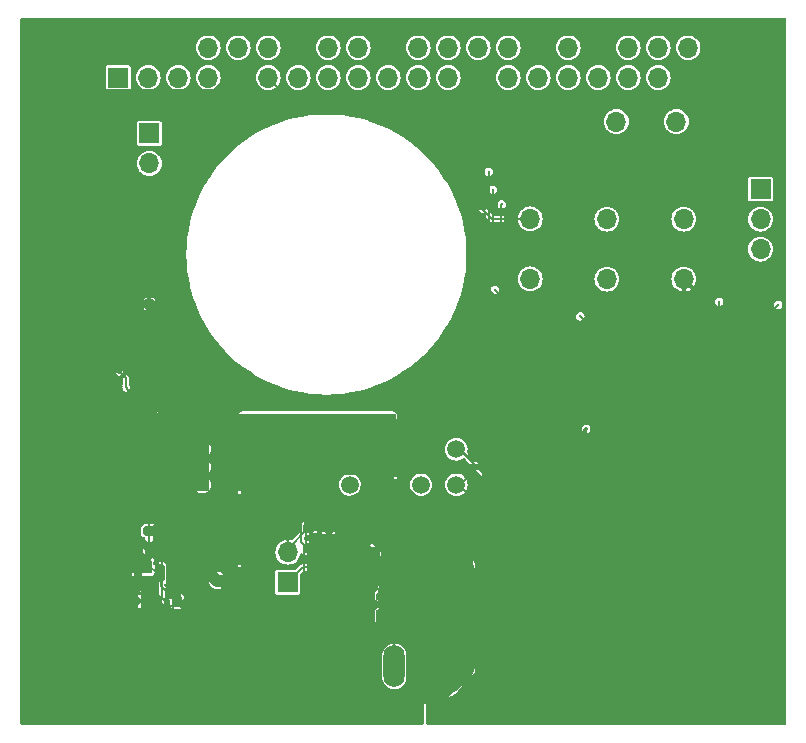
<source format=gtl>
G04 #@! TF.GenerationSoftware,KiCad,Pcbnew,8.0.8*
G04 #@! TF.CreationDate,2025-02-11T20:33:09+01:00*
G04 #@! TF.ProjectId,power_motherboard,706f7765-725f-46d6-9f74-686572626f61,rev?*
G04 #@! TF.SameCoordinates,Original*
G04 #@! TF.FileFunction,Copper,L1,Top*
G04 #@! TF.FilePolarity,Positive*
%FSLAX46Y46*%
G04 Gerber Fmt 4.6, Leading zero omitted, Abs format (unit mm)*
G04 Created by KiCad (PCBNEW 8.0.8) date 2025-02-11 20:33:09*
%MOMM*%
%LPD*%
G01*
G04 APERTURE LIST*
G04 Aperture macros list*
%AMRoundRect*
0 Rectangle with rounded corners*
0 $1 Rounding radius*
0 $2 $3 $4 $5 $6 $7 $8 $9 X,Y pos of 4 corners*
0 Add a 4 corners polygon primitive as box body*
4,1,4,$2,$3,$4,$5,$6,$7,$8,$9,$2,$3,0*
0 Add four circle primitives for the rounded corners*
1,1,$1+$1,$2,$3*
1,1,$1+$1,$4,$5*
1,1,$1+$1,$6,$7*
1,1,$1+$1,$8,$9*
0 Add four rect primitives between the rounded corners*
20,1,$1+$1,$2,$3,$4,$5,0*
20,1,$1+$1,$4,$5,$6,$7,0*
20,1,$1+$1,$6,$7,$8,$9,0*
20,1,$1+$1,$8,$9,$2,$3,0*%
G04 Aperture macros list end*
G04 #@! TA.AperFunction,SMDPad,CuDef*
%ADD10RoundRect,0.150000X-0.512500X-0.150000X0.512500X-0.150000X0.512500X0.150000X-0.512500X0.150000X0*%
G04 #@! TD*
G04 #@! TA.AperFunction,ComponentPad*
%ADD11R,0.640000X0.640000*%
G04 #@! TD*
G04 #@! TA.AperFunction,ComponentPad*
%ADD12C,0.640000*%
G04 #@! TD*
G04 #@! TA.AperFunction,SMDPad,CuDef*
%ADD13RoundRect,0.150000X-0.150000X0.825000X-0.150000X-0.825000X0.150000X-0.825000X0.150000X0.825000X0*%
G04 #@! TD*
G04 #@! TA.AperFunction,ComponentPad*
%ADD14R,1.700000X1.700000*%
G04 #@! TD*
G04 #@! TA.AperFunction,ComponentPad*
%ADD15O,1.700000X1.700000*%
G04 #@! TD*
G04 #@! TA.AperFunction,SMDPad,CuDef*
%ADD16RoundRect,0.162500X0.162500X-0.825000X0.162500X0.825000X-0.162500X0.825000X-0.162500X-0.825000X0*%
G04 #@! TD*
G04 #@! TA.AperFunction,SMDPad,CuDef*
%ADD17RoundRect,0.100000X-0.637500X-0.100000X0.637500X-0.100000X0.637500X0.100000X-0.637500X0.100000X0*%
G04 #@! TD*
G04 #@! TA.AperFunction,SMDPad,CuDef*
%ADD18RoundRect,0.243750X0.456250X-0.243750X0.456250X0.243750X-0.456250X0.243750X-0.456250X-0.243750X0*%
G04 #@! TD*
G04 #@! TA.AperFunction,SMDPad,CuDef*
%ADD19RoundRect,0.225000X0.225000X0.250000X-0.225000X0.250000X-0.225000X-0.250000X0.225000X-0.250000X0*%
G04 #@! TD*
G04 #@! TA.AperFunction,ComponentPad*
%ADD20RoundRect,0.250000X0.650000X1.550000X-0.650000X1.550000X-0.650000X-1.550000X0.650000X-1.550000X0*%
G04 #@! TD*
G04 #@! TA.AperFunction,ComponentPad*
%ADD21O,1.800000X3.600000*%
G04 #@! TD*
G04 #@! TA.AperFunction,SMDPad,CuDef*
%ADD22RoundRect,0.200000X0.275000X-0.200000X0.275000X0.200000X-0.275000X0.200000X-0.275000X-0.200000X0*%
G04 #@! TD*
G04 #@! TA.AperFunction,SMDPad,CuDef*
%ADD23RoundRect,0.225000X-0.225000X-0.250000X0.225000X-0.250000X0.225000X0.250000X-0.225000X0.250000X0*%
G04 #@! TD*
G04 #@! TA.AperFunction,SMDPad,CuDef*
%ADD24R,1.900000X4.000000*%
G04 #@! TD*
G04 #@! TA.AperFunction,SMDPad,CuDef*
%ADD25RoundRect,0.200000X-0.200000X-0.275000X0.200000X-0.275000X0.200000X0.275000X-0.200000X0.275000X0*%
G04 #@! TD*
G04 #@! TA.AperFunction,SMDPad,CuDef*
%ADD26RoundRect,0.250000X0.325000X0.650000X-0.325000X0.650000X-0.325000X-0.650000X0.325000X-0.650000X0*%
G04 #@! TD*
G04 #@! TA.AperFunction,SMDPad,CuDef*
%ADD27RoundRect,0.250000X-0.300000X0.300000X-0.300000X-0.300000X0.300000X-0.300000X0.300000X0.300000X0*%
G04 #@! TD*
G04 #@! TA.AperFunction,SMDPad,CuDef*
%ADD28R,3.150000X1.960000*%
G04 #@! TD*
G04 #@! TA.AperFunction,ComponentPad*
%ADD29RoundRect,0.250001X-0.499999X-0.499999X0.499999X-0.499999X0.499999X0.499999X-0.499999X0.499999X0*%
G04 #@! TD*
G04 #@! TA.AperFunction,ComponentPad*
%ADD30C,1.500000*%
G04 #@! TD*
G04 #@! TA.AperFunction,SMDPad,CuDef*
%ADD31RoundRect,0.243750X-0.456250X0.243750X-0.456250X-0.243750X0.456250X-0.243750X0.456250X0.243750X0*%
G04 #@! TD*
G04 #@! TA.AperFunction,SMDPad,CuDef*
%ADD32R,1.300000X1.100000*%
G04 #@! TD*
G04 #@! TA.AperFunction,ViaPad*
%ADD33C,0.300000*%
G04 #@! TD*
G04 #@! TA.AperFunction,ViaPad*
%ADD34C,1.000000*%
G04 #@! TD*
G04 #@! TA.AperFunction,Conductor*
%ADD35C,0.127000*%
G04 #@! TD*
G04 #@! TA.AperFunction,Conductor*
%ADD36C,1.000000*%
G04 #@! TD*
G04 #@! TA.AperFunction,Conductor*
%ADD37C,5.000000*%
G04 #@! TD*
G04 #@! TA.AperFunction,Conductor*
%ADD38C,0.300000*%
G04 #@! TD*
G04 #@! TA.AperFunction,SMDPad,CuDef*
%ADD39RoundRect,0.150000X0.150000X-0.587500X0.150000X0.587500X-0.150000X0.587500X-0.150000X-0.587500X0*%
G04 #@! TD*
G04 #@! TA.AperFunction,SMDPad,CuDef*
%ADD40RoundRect,0.150000X0.200000X-0.150000X0.200000X0.150000X-0.200000X0.150000X-0.200000X-0.150000X0*%
G04 #@! TD*
G04 #@! TA.AperFunction,SMDPad,CuDef*
%ADD41RoundRect,0.150000X0.587500X0.150000X-0.587500X0.150000X-0.587500X-0.150000X0.587500X-0.150000X0*%
G04 #@! TD*
G04 #@! TA.AperFunction,SMDPad,CuDef*
%ADD42RoundRect,0.200000X0.200000X0.275000X-0.200000X0.275000X-0.200000X-0.275000X0.200000X-0.275000X0*%
G04 #@! TD*
G04 #@! TA.AperFunction,SMDPad,CuDef*
%ADD43RoundRect,0.200000X-0.275000X0.200000X-0.275000X-0.200000X0.275000X-0.200000X0.275000X0.200000X0*%
G04 #@! TD*
G04 #@! TA.AperFunction,SMDPad,CuDef*
%ADD44RoundRect,0.150000X-0.150000X-0.200000X0.150000X-0.200000X0.150000X0.200000X-0.150000X0.200000X0*%
G04 #@! TD*
G04 APERTURE END LIST*
D10*
X107750000Y-73300000D03*
X107750000Y-74250000D03*
X107750000Y-75200000D03*
X110025000Y-75200000D03*
X110025000Y-74250000D03*
X110025000Y-73300000D03*
D11*
X111000000Y-67950000D03*
D12*
X111000000Y-66680000D03*
D13*
X150405000Y-80275000D03*
X149135000Y-80275000D03*
X147865000Y-80275000D03*
X146595000Y-80275000D03*
X146595000Y-85225000D03*
X147865000Y-85225000D03*
X149135000Y-85225000D03*
X150405000Y-85225000D03*
D14*
X156250000Y-58210000D03*
D15*
X156250000Y-60750000D03*
X156250000Y-63290000D03*
X156250000Y-65830000D03*
D16*
X107095000Y-85537500D03*
X108365000Y-85537500D03*
X109635000Y-85537500D03*
X110905000Y-85537500D03*
X110905000Y-80462500D03*
X109635000Y-80462500D03*
X108365000Y-80462500D03*
X107095000Y-80462500D03*
D17*
X147137500Y-70075000D03*
X147137500Y-70725000D03*
X147137500Y-71375000D03*
X147137500Y-72025000D03*
X147137500Y-72675000D03*
X147137500Y-73325000D03*
X147137500Y-73975000D03*
X147137500Y-74625000D03*
X147137500Y-75275000D03*
X147137500Y-75925000D03*
X152862500Y-75925000D03*
X152862500Y-75275000D03*
X152862500Y-74625000D03*
X152862500Y-73975000D03*
X152862500Y-73325000D03*
X152862500Y-72675000D03*
X152862500Y-72025000D03*
X152862500Y-71375000D03*
X152862500Y-70725000D03*
X152862500Y-70075000D03*
D18*
X113000000Y-94312500D03*
X113000000Y-92437500D03*
D14*
X143250000Y-58200000D03*
D15*
X143250000Y-60740000D03*
X143250000Y-63280000D03*
X143250000Y-65820000D03*
D16*
X118095000Y-85537500D03*
X119365000Y-85537500D03*
X120635000Y-85537500D03*
X121905000Y-85537500D03*
X121905000Y-80462500D03*
X120635000Y-80462500D03*
X119365000Y-80462500D03*
X118095000Y-80462500D03*
D19*
X144025000Y-78000000D03*
X142475000Y-78000000D03*
D20*
X135560000Y-98625000D03*
D21*
X131750000Y-98625000D03*
D14*
X111000000Y-53500000D03*
D15*
X111000000Y-56040000D03*
X111000000Y-58580000D03*
X111000000Y-61120000D03*
D22*
X150500000Y-89250000D03*
X150500000Y-87600000D03*
D14*
X162750000Y-58210000D03*
D15*
X162750000Y-60750000D03*
X162750000Y-63290000D03*
X162750000Y-65830000D03*
D22*
X163500000Y-76900000D03*
X163500000Y-75250000D03*
D20*
X113500000Y-98625000D03*
D21*
X109690000Y-98625000D03*
D23*
X102725000Y-68500000D03*
X104275000Y-68500000D03*
D22*
X111750000Y-76150000D03*
X111750000Y-74500000D03*
D20*
X124500000Y-98625000D03*
D21*
X120690000Y-98625000D03*
D18*
X125750000Y-94362500D03*
X125750000Y-92487500D03*
D23*
X142475000Y-72750000D03*
X144025000Y-72750000D03*
D22*
X127750000Y-94325000D03*
X127750000Y-92675000D03*
X114750000Y-94275000D03*
X114750000Y-92625000D03*
D18*
X131000000Y-94312500D03*
X131000000Y-92437500D03*
D24*
X105187500Y-73900000D03*
X102087500Y-73900000D03*
D25*
X154675000Y-70750000D03*
X156325000Y-70750000D03*
D26*
X104450000Y-81800000D03*
X101500000Y-81800000D03*
D27*
X115750000Y-87125000D03*
X115750000Y-89925000D03*
D28*
X108500000Y-88420000D03*
X108500000Y-93330000D03*
D23*
X102725000Y-70250000D03*
X104275000Y-70250000D03*
D29*
X128000000Y-80250000D03*
D30*
X131000000Y-80250000D03*
X134000000Y-80250000D03*
X137000000Y-80250000D03*
X128000000Y-83250000D03*
X131000000Y-83250000D03*
X134000000Y-83250000D03*
X137000000Y-83250000D03*
D22*
X132750000Y-93775000D03*
X132750000Y-92125000D03*
X159250000Y-76900000D03*
X159250000Y-75250000D03*
D31*
X159250000Y-71312500D03*
X159250000Y-73187500D03*
D19*
X104475000Y-77300000D03*
X102925000Y-77300000D03*
D31*
X163500000Y-71312500D03*
X163500000Y-73187500D03*
D14*
X148000000Y-52500000D03*
D15*
X150540000Y-52500000D03*
X153080000Y-52500000D03*
X155620000Y-52500000D03*
D14*
X149750000Y-58210000D03*
D15*
X149750000Y-60750000D03*
X149750000Y-63290000D03*
X149750000Y-65830000D03*
D26*
X104475000Y-79300000D03*
X101525000Y-79300000D03*
D28*
X119000000Y-88420000D03*
X119000000Y-93330000D03*
D27*
X105000000Y-87125000D03*
X105000000Y-89925000D03*
D23*
X109975000Y-71750000D03*
X111525000Y-71750000D03*
D32*
X142150000Y-76150000D03*
X144250000Y-76150000D03*
X144250000Y-74500000D03*
X142150000Y-74500000D03*
D14*
X122725000Y-91500000D03*
D15*
X122725000Y-88960000D03*
D14*
X108370000Y-48770000D03*
D15*
X108370000Y-46230000D03*
X110910000Y-48770000D03*
X110910000Y-46230000D03*
X113450000Y-48770000D03*
X113450000Y-46230000D03*
X115990000Y-48770000D03*
X115990000Y-46230000D03*
X118530000Y-48770000D03*
X118530000Y-46230000D03*
X121070000Y-48770000D03*
X121070000Y-46230000D03*
X123610000Y-48770000D03*
X123610000Y-46230000D03*
X126150000Y-48770000D03*
X126150000Y-46230000D03*
X128690000Y-48770000D03*
X128690000Y-46230000D03*
X131230000Y-48770000D03*
X131230000Y-46230000D03*
X133770000Y-48770000D03*
X133770000Y-46230000D03*
X136310000Y-48770000D03*
X136310000Y-46230000D03*
X138850000Y-48770000D03*
X138850000Y-46230000D03*
X141390000Y-48770000D03*
X141390000Y-46230000D03*
X143930000Y-48770000D03*
X143930000Y-46230000D03*
X146470000Y-48770000D03*
X146470000Y-46230000D03*
X149010000Y-48770000D03*
X149010000Y-46230000D03*
X151550000Y-48770000D03*
X151550000Y-46230000D03*
X154090000Y-48770000D03*
X154090000Y-46230000D03*
X156630000Y-48770000D03*
X156630000Y-46230000D03*
D33*
X140250000Y-66750000D03*
X140090000Y-58250000D03*
X147500000Y-69000000D03*
X139750000Y-56750000D03*
X140840000Y-59500000D03*
X159250000Y-67750000D03*
X164250000Y-68000000D03*
X138500000Y-60750000D03*
X115000000Y-93500000D03*
X158500000Y-99000000D03*
X105000000Y-71250000D03*
X140000000Y-68000000D03*
X101750000Y-102000000D03*
X111500000Y-70500000D03*
X157500000Y-71500000D03*
X134750000Y-102625000D03*
X146500000Y-69250000D03*
X145600000Y-82600000D03*
X108000000Y-72250000D03*
X106500000Y-75250000D03*
X115500000Y-77250000D03*
X110400000Y-88000000D03*
X101500000Y-84750000D03*
X106500000Y-73250000D03*
X149135000Y-78615000D03*
X148750000Y-72000000D03*
X132250000Y-77500000D03*
X113750000Y-76000000D03*
X111600000Y-86000000D03*
X105750000Y-91375000D03*
X141500000Y-72750000D03*
X164000000Y-93000000D03*
X154500000Y-67500000D03*
X105500000Y-69000000D03*
X112500000Y-67750000D03*
X145600000Y-84000000D03*
X102250000Y-84750000D03*
X145750000Y-76150000D03*
X109200000Y-102400000D03*
X151000000Y-73000000D03*
X100750000Y-84750000D03*
X140250000Y-82500000D03*
X151500000Y-75500000D03*
X108500000Y-70250000D03*
X150500000Y-90500000D03*
X143250000Y-77000000D03*
X145750000Y-73750000D03*
X105250000Y-69500000D03*
X163500000Y-78000000D03*
X159250000Y-78000000D03*
X103750000Y-73750000D03*
X139250000Y-88375000D03*
X105500000Y-68250000D03*
X145400000Y-85600000D03*
X102200000Y-92600000D03*
X157000000Y-67500000D03*
X114750000Y-94275000D03*
X134750000Y-101625000D03*
X150500000Y-82500000D03*
X151000000Y-69500000D03*
X114250000Y-67250000D03*
X147000000Y-87600000D03*
X124750000Y-93250000D03*
X128750000Y-95375000D03*
X116750000Y-91375000D03*
X124400000Y-102800000D03*
X125859264Y-87857594D03*
X127750000Y-93500000D03*
X125400000Y-89400000D03*
X125000000Y-91000000D03*
X127750000Y-90500000D03*
X133200000Y-103000000D03*
X123600000Y-93000000D03*
X128750000Y-92500000D03*
X111000000Y-90125000D03*
X123812147Y-88062147D03*
X111000000Y-87750000D03*
D34*
X112250000Y-77500000D03*
X115500000Y-83250000D03*
X113250000Y-78500000D03*
X115500000Y-80250000D03*
X115500000Y-81750000D03*
X114250000Y-79500000D03*
D33*
X148000000Y-78500000D03*
D34*
X102000000Y-70250000D03*
D33*
X109000000Y-75000000D03*
D35*
X152862500Y-72675000D02*
X152364171Y-72675000D01*
X147947171Y-68258000D02*
X141758000Y-68258000D01*
X141758000Y-68258000D02*
X140250000Y-66750000D01*
X152364171Y-72675000D02*
X147947171Y-68258000D01*
X140655619Y-66014829D02*
X140644790Y-66014829D01*
X140644790Y-66014829D02*
X140090000Y-65460039D01*
X148144790Y-68004000D02*
X142644790Y-68004000D01*
X152165790Y-72025000D02*
X148144790Y-68004000D01*
X140090000Y-65460039D02*
X140090000Y-58250000D01*
X142644790Y-68004000D02*
X140655619Y-66014829D01*
X152862500Y-72025000D02*
X152165790Y-72025000D01*
X152361400Y-74625000D02*
X152862500Y-74625000D01*
X151934500Y-74000000D02*
X151934500Y-74198100D01*
X151934500Y-74198100D02*
X152361400Y-74625000D01*
X151496000Y-73561500D02*
X151934500Y-74000000D01*
X147500000Y-69000000D02*
X151496000Y-72996000D01*
X151496000Y-72996000D02*
X151496000Y-73561500D01*
X152862500Y-73975000D02*
X152364171Y-73975000D01*
X152364171Y-73975000D02*
X151750000Y-73360829D01*
X147762000Y-68512000D02*
X141512000Y-68512000D01*
X151750000Y-72500000D02*
X147762000Y-68512000D01*
X139750000Y-66750000D02*
X139750000Y-56750000D01*
X141512000Y-68512000D02*
X139750000Y-66750000D01*
X151750000Y-73360829D02*
X151750000Y-72500000D01*
X140840000Y-59500000D02*
X140750000Y-59590000D01*
X142750000Y-67750000D02*
X140750000Y-65750000D01*
X148250000Y-67750000D02*
X142750000Y-67750000D01*
X152862500Y-71375000D02*
X151875000Y-71375000D01*
X151875000Y-71375000D02*
X148250000Y-67750000D01*
X140750000Y-59590000D02*
X140750000Y-65750000D01*
X159250000Y-71312500D02*
X159250000Y-67750000D01*
X163500000Y-71312500D02*
X163500000Y-68750000D01*
X164000000Y-68250000D02*
X164250000Y-68000000D01*
X163500000Y-68750000D02*
X164000000Y-68250000D01*
D36*
X162740000Y-58210000D02*
X162750000Y-58200000D01*
D35*
X150500000Y-87600000D02*
X150500000Y-85320000D01*
X150500000Y-85320000D02*
X150405000Y-85225000D01*
X144250000Y-76150000D02*
X144100000Y-76150000D01*
X102250000Y-85250000D02*
X102250000Y-84750000D01*
X145750000Y-76150000D02*
X146912500Y-76150000D01*
X101500000Y-79325000D02*
X101525000Y-79300000D01*
X144100000Y-76150000D02*
X143250000Y-77000000D01*
X159250000Y-76900000D02*
X159250000Y-78000000D01*
X146912500Y-76150000D02*
X147137500Y-75925000D01*
X101500000Y-84750000D02*
X101500000Y-81800000D01*
X101500000Y-86250000D02*
X101500000Y-85500000D01*
X101500000Y-86000000D02*
X102250000Y-85250000D01*
X149135000Y-80275000D02*
X149135000Y-78615000D01*
X102925000Y-77900000D02*
X102925000Y-77300000D01*
X108500000Y-70250000D02*
X104275000Y-70250000D01*
X107750000Y-71000000D02*
X107750000Y-73300000D01*
X144250000Y-76150000D02*
X143800000Y-76150000D01*
X101500000Y-86250000D02*
X101500000Y-86000000D01*
X108500000Y-70250000D02*
X107750000Y-71000000D01*
X142150000Y-74500000D02*
X142150000Y-73075000D01*
X114750000Y-94275000D02*
X114750000Y-97375000D01*
X101500000Y-86425000D02*
X101500000Y-86250000D01*
X101500000Y-86000000D02*
X101500000Y-84750000D01*
X144025000Y-77875000D02*
X145750000Y-76150000D01*
X163500000Y-76900000D02*
X163500000Y-78000000D01*
X103750000Y-70775000D02*
X104275000Y-70250000D01*
X144025000Y-78000000D02*
X144025000Y-77875000D01*
X105750000Y-91375000D02*
X105000000Y-90625000D01*
X105000000Y-89925000D02*
X101500000Y-86425000D01*
X150500000Y-89250000D02*
X150500000Y-90500000D01*
X103750000Y-76475000D02*
X103750000Y-70775000D01*
X142150000Y-73075000D02*
X142475000Y-72750000D01*
X101525000Y-79300000D02*
X102925000Y-77900000D01*
X104275000Y-70250000D02*
X104275000Y-68500000D01*
X101500000Y-85500000D02*
X100750000Y-84750000D01*
X144250000Y-76150000D02*
X145750000Y-76150000D01*
X142475000Y-72750000D02*
X141500000Y-72750000D01*
X101500000Y-81800000D02*
X101500000Y-79325000D01*
X114750000Y-97375000D02*
X113500000Y-98625000D01*
X102925000Y-77300000D02*
X103750000Y-76475000D01*
X105000000Y-90625000D02*
X105000000Y-89925000D01*
D36*
X115750000Y-89925000D02*
X115750000Y-90375000D01*
D35*
X128750000Y-94935878D02*
X130363878Y-93322000D01*
D36*
X115750000Y-90375000D02*
X116750000Y-91375000D01*
D35*
X128750000Y-95375000D02*
X128750000Y-94935878D01*
X130363878Y-93322000D02*
X132297000Y-93322000D01*
X132297000Y-93322000D02*
X132750000Y-93775000D01*
X108500000Y-86672500D02*
X109635000Y-85537500D01*
X108500000Y-85672500D02*
X108365000Y-85537500D01*
X108500000Y-88420000D02*
X108500000Y-85672500D01*
X105545000Y-88420000D02*
X108500000Y-88420000D01*
X105000000Y-87875000D02*
X105545000Y-88420000D01*
X108500000Y-88420000D02*
X108500000Y-86672500D01*
X108500000Y-88625000D02*
X108500000Y-88420000D01*
X109295000Y-88420000D02*
X108500000Y-88420000D01*
X108500000Y-86942500D02*
X107095000Y-85537500D01*
X105000000Y-87125000D02*
X105000000Y-87875000D01*
X108500000Y-88420000D02*
X108500000Y-86942500D01*
D37*
X108643750Y-97578750D02*
X108643750Y-96102184D01*
X109690000Y-98625000D02*
X108643750Y-97578750D01*
D35*
X118095000Y-86845000D02*
X118095000Y-85537500D01*
X118250000Y-87000000D02*
X118095000Y-86845000D01*
X123812147Y-88062147D02*
X123812147Y-85957930D01*
X116590000Y-88420000D02*
X119250000Y-88420000D01*
X122104217Y-84250000D02*
X121705783Y-84250000D01*
X121705783Y-84250000D02*
X121000000Y-84250000D01*
X116000000Y-87125000D02*
X116000000Y-87830000D01*
X121000000Y-84250000D02*
X120635000Y-84615000D01*
X120635000Y-84615000D02*
X120635000Y-85537500D01*
X119250000Y-85875000D02*
X118250000Y-84875000D01*
X119250000Y-88420000D02*
X119250000Y-85875000D01*
X116000000Y-87830000D02*
X116590000Y-88420000D01*
X123812147Y-85957930D02*
X122104217Y-84250000D01*
X119250000Y-88420000D02*
X119295500Y-88374500D01*
D37*
X120690000Y-98625000D02*
X120690000Y-96898434D01*
X120690000Y-96898434D02*
X119150000Y-95358434D01*
D35*
X111000000Y-85632500D02*
X110905000Y-85537500D01*
D38*
X110905000Y-85537500D02*
X110905000Y-85905000D01*
D35*
X111000000Y-87750000D02*
X111000000Y-85632500D01*
X121905000Y-87155000D02*
X121905000Y-85537500D01*
X122725000Y-88960000D02*
X122725000Y-87975000D01*
X122725000Y-87975000D02*
X121905000Y-87155000D01*
D37*
X130750000Y-85652018D02*
X130750000Y-85275800D01*
D35*
X125000000Y-94312500D02*
X124109500Y-93422000D01*
X124250000Y-85750000D02*
X121905000Y-83405000D01*
X124250000Y-88750000D02*
X124250000Y-85750000D01*
X124109500Y-93422000D02*
X124109500Y-88890500D01*
X124109500Y-88890500D02*
X124250000Y-88750000D01*
D37*
X136102000Y-98083000D02*
X136102000Y-91004018D01*
X135560000Y-98625000D02*
X136102000Y-98083000D01*
D35*
X121905000Y-83405000D02*
X121905000Y-80462500D01*
X122308000Y-82309500D02*
X129559500Y-82309500D01*
D37*
X136102000Y-91004018D02*
X130750000Y-85652018D01*
D35*
X121905000Y-82712500D02*
X122308000Y-82309500D01*
X125000000Y-94317200D02*
X125000000Y-94312500D01*
X147865000Y-85038460D02*
X146076540Y-83250000D01*
X140250000Y-83250000D02*
X137250000Y-80250000D01*
X146076540Y-83250000D02*
X140250000Y-83250000D01*
X147865000Y-85225000D02*
X147865000Y-85038460D01*
X137250000Y-80250000D02*
X136500000Y-80250000D01*
X131750000Y-95875000D02*
X131750000Y-98625000D01*
X131000000Y-95125000D02*
X131750000Y-95875000D01*
X131000000Y-94000000D02*
X131000000Y-95125000D01*
X107000000Y-82617500D02*
X107000000Y-78750000D01*
X111000000Y-82617500D02*
X111000000Y-81000000D01*
X113000000Y-93500000D02*
X112741624Y-93500000D01*
X114250000Y-79500000D02*
X111250000Y-79500000D01*
X105550000Y-77300000D02*
X104475000Y-77300000D01*
X105800000Y-79300000D02*
X104475000Y-79300000D01*
X111750000Y-76150000D02*
X111750000Y-77000000D01*
X112250000Y-77500000D02*
X111500000Y-78250000D01*
X107095000Y-80405000D02*
X107095000Y-82712500D01*
X107095000Y-82712500D02*
X107000000Y-82617500D01*
X113250000Y-78500000D02*
X110750000Y-78500000D01*
X107095000Y-82712500D02*
X107095000Y-78305000D01*
X111750000Y-77000000D02*
X112250000Y-77500000D01*
X112741624Y-93500000D02*
X112109500Y-92867876D01*
D36*
X112250000Y-77500000D02*
X112852000Y-76898000D01*
D35*
X111500000Y-78250000D02*
X109250000Y-78250000D01*
X107000000Y-78210000D02*
X107000000Y-75950000D01*
X113000000Y-93500000D02*
X113000000Y-94312500D01*
X107095000Y-78305000D02*
X107000000Y-78210000D01*
X107000000Y-78750000D02*
X105550000Y-77300000D01*
X109635000Y-81115000D02*
X109635000Y-82712500D01*
X111000000Y-81000000D02*
X111750000Y-80250000D01*
X112109500Y-92867876D02*
X112109500Y-83917000D01*
X110905000Y-82712500D02*
X111000000Y-82617500D01*
D36*
X112852000Y-76898000D02*
X112852000Y-69802000D01*
D35*
X106182500Y-81800000D02*
X104450000Y-81800000D01*
X110750000Y-78500000D02*
X108365000Y-80885000D01*
X112109500Y-83917000D02*
X110905000Y-82712500D01*
X107095000Y-82712500D02*
X107095000Y-80595000D01*
D36*
X112852000Y-69802000D02*
X111000000Y-67950000D01*
D35*
X107000000Y-75950000D02*
X107750000Y-75200000D01*
X107095000Y-82712500D02*
X106182500Y-81800000D01*
X111750000Y-80250000D02*
X115500000Y-80250000D01*
X111250000Y-79500000D02*
X109635000Y-81115000D01*
X109250000Y-78250000D02*
X107095000Y-80405000D01*
X107095000Y-80595000D02*
X105800000Y-79300000D01*
X108365000Y-80885000D02*
X108365000Y-82712500D01*
X137250000Y-83250000D02*
X137000000Y-83250000D01*
X149135000Y-85225000D02*
X149135000Y-85411540D01*
X140390500Y-86390500D02*
X137250000Y-83250000D01*
X149135000Y-85411540D02*
X148156040Y-86390500D01*
X148156040Y-86390500D02*
X140390500Y-86390500D01*
D38*
X156325000Y-70750000D02*
X157250000Y-70750000D01*
X154250000Y-70000000D02*
X156250000Y-68000000D01*
X152937500Y-70000000D02*
X154250000Y-70000000D01*
X147865000Y-78635000D02*
X148000000Y-78500000D01*
X147865000Y-80275000D02*
X147865000Y-78635000D01*
X156250000Y-68000000D02*
X156250000Y-65830000D01*
X152862500Y-70075000D02*
X152937500Y-70000000D01*
X157750000Y-67330000D02*
X156250000Y-65830000D01*
X157750000Y-70250000D02*
X157750000Y-67330000D01*
X157250000Y-70750000D02*
X157750000Y-70250000D01*
X154650000Y-70725000D02*
X154675000Y-70750000D01*
X152862500Y-70725000D02*
X154650000Y-70725000D01*
D35*
X144025000Y-73025000D02*
X145500000Y-74500000D01*
X144025000Y-72750000D02*
X144025000Y-73025000D01*
X147137500Y-74625000D02*
X147012500Y-74500000D01*
X147012500Y-74500000D02*
X145500000Y-74500000D01*
X145500000Y-74500000D02*
X144250000Y-74500000D01*
X142150000Y-77675000D02*
X142150000Y-76150000D01*
X142150000Y-76150000D02*
X143025000Y-75275000D01*
X142475000Y-78000000D02*
X142150000Y-77675000D01*
X143025000Y-75275000D02*
X147137500Y-75275000D01*
X150405000Y-72844171D02*
X150405000Y-80275000D01*
X147137500Y-70075000D02*
X147635829Y-70075000D01*
X147635829Y-70075000D02*
X150405000Y-72844171D01*
X148065500Y-71154671D02*
X148065500Y-76934500D01*
X147137500Y-70725000D02*
X147635829Y-70725000D01*
X147635829Y-70725000D02*
X148065500Y-71154671D01*
X148065500Y-76934500D02*
X146750000Y-78250000D01*
X146750000Y-78250000D02*
X146750000Y-80120000D01*
X146750000Y-80120000D02*
X146595000Y-80275000D01*
D36*
X110910000Y-46230000D02*
X108370000Y-46230000D01*
X102087500Y-69137500D02*
X102725000Y-68500000D01*
X108370000Y-46230000D02*
X107810000Y-46230000D01*
X149750000Y-58210000D02*
X156250000Y-58210000D01*
X111000000Y-58580000D02*
X105645000Y-58580000D01*
X143250000Y-58200000D02*
X143250000Y-57250000D01*
X137147614Y-51397614D02*
X143250000Y-57500000D01*
X102087500Y-73900000D02*
X102087500Y-70887500D01*
X107810000Y-46230000D02*
X102725000Y-51315000D01*
X143250000Y-57250000D02*
X148000000Y-52500000D01*
X102725000Y-61500000D02*
X102725000Y-68500000D01*
X111000000Y-58580000D02*
X113250000Y-56330000D01*
X113250000Y-52500000D02*
X114352386Y-51397614D01*
X143260000Y-58210000D02*
X143250000Y-58200000D01*
X102725000Y-51315000D02*
X102725000Y-61500000D01*
X113250000Y-56330000D02*
X113250000Y-52500000D01*
X149750000Y-58210000D02*
X143260000Y-58210000D01*
X102087500Y-73900000D02*
X102087500Y-69137500D01*
X105645000Y-58580000D02*
X102725000Y-61500000D01*
X102087500Y-70887500D02*
X102725000Y-70250000D01*
X114352386Y-51397614D02*
X137147614Y-51397614D01*
X143250000Y-57500000D02*
X143250000Y-58200000D01*
D35*
X114750000Y-91875000D02*
X114500000Y-91625000D01*
X113000000Y-92125000D02*
X113000000Y-92437500D01*
X114500000Y-91625000D02*
X113500000Y-91625000D01*
X114750000Y-92625000D02*
X114750000Y-91875000D01*
X113500000Y-91625000D02*
X113000000Y-92125000D01*
X125750000Y-92487500D02*
X126237500Y-92000000D01*
X127750000Y-92500000D02*
X127250000Y-92000000D01*
X127750000Y-92675000D02*
X127750000Y-92500000D01*
X126237500Y-92000000D02*
X127250000Y-92000000D01*
X131500000Y-91375000D02*
X131000000Y-91875000D01*
X132750000Y-92125000D02*
X132000000Y-91375000D01*
X132000000Y-91375000D02*
X131500000Y-91375000D01*
X131000000Y-91875000D02*
X131000000Y-92125000D01*
X159250000Y-75250000D02*
X159250000Y-73187500D01*
X163500000Y-75250000D02*
X163500000Y-73187500D01*
D38*
X109000000Y-73750000D02*
X108500000Y-74250000D01*
X109975000Y-71500000D02*
X109000000Y-72475000D01*
D36*
X107750000Y-74250000D02*
X105537500Y-74250000D01*
D38*
X109000000Y-72475000D02*
X109000000Y-73750000D01*
X108500000Y-74250000D02*
X107750000Y-74250000D01*
D36*
X105537500Y-74250000D02*
X105187500Y-73900000D01*
D38*
X111250000Y-71750000D02*
X110750000Y-72250000D01*
X111525000Y-71750000D02*
X111250000Y-71750000D01*
X110750000Y-73000000D02*
X110450000Y-73300000D01*
X110750000Y-72250000D02*
X110750000Y-73000000D01*
X110450000Y-73300000D02*
X110025000Y-73300000D01*
D35*
X111750000Y-74500000D02*
X111500000Y-74250000D01*
X111500000Y-74250000D02*
X110025000Y-74250000D01*
X109000000Y-75000000D02*
X109200000Y-75200000D01*
X109200000Y-75200000D02*
X110025000Y-75200000D01*
G04 #@! TA.AperFunction,Conductor*
G36*
X112515677Y-75769685D02*
G01*
X112536319Y-75786319D01*
X116008181Y-79258181D01*
X116041666Y-79319504D01*
X116044500Y-79345862D01*
X116044500Y-83670500D01*
X116024815Y-83737539D01*
X115972011Y-83783294D01*
X115920500Y-83794500D01*
X112497492Y-83794500D01*
X112453813Y-83799197D01*
X112402325Y-83810397D01*
X112392127Y-83812890D01*
X112392124Y-83812891D01*
X112311416Y-83855899D01*
X112311413Y-83855901D01*
X112258604Y-83901660D01*
X112240660Y-83919242D01*
X112240654Y-83919249D01*
X112196011Y-83999059D01*
X112196009Y-83999064D01*
X112176326Y-84066096D01*
X112168000Y-84124003D01*
X112168000Y-85126000D01*
X112148315Y-85193039D01*
X112095511Y-85238794D01*
X112044000Y-85250000D01*
X111554499Y-85250000D01*
X111487460Y-85230315D01*
X111441705Y-85177511D01*
X111430499Y-85126000D01*
X111430499Y-84678049D01*
X111420220Y-84607493D01*
X111420220Y-84607491D01*
X111367012Y-84498653D01*
X111367010Y-84498651D01*
X111367010Y-84498650D01*
X111281348Y-84412988D01*
X111172511Y-84359780D01*
X111154869Y-84357210D01*
X111101949Y-84349500D01*
X111101943Y-84349500D01*
X110708049Y-84349500D01*
X110637492Y-84359779D01*
X110633954Y-84361509D01*
X110629356Y-84362293D01*
X110628294Y-84362622D01*
X110628250Y-84362482D01*
X110565080Y-84373264D01*
X110500784Y-84345917D01*
X110461481Y-84288150D01*
X110455500Y-84250105D01*
X110455500Y-83124008D01*
X110455499Y-83123992D01*
X110450803Y-83080316D01*
X110446897Y-83062364D01*
X110439602Y-83028825D01*
X110439348Y-83027789D01*
X110437110Y-83018627D01*
X110394100Y-82937915D01*
X110348345Y-82885111D01*
X110348339Y-82885104D01*
X110330757Y-82867160D01*
X110330756Y-82867159D01*
X110330754Y-82867157D01*
X110330752Y-82867156D01*
X110330750Y-82867154D01*
X110250940Y-82822511D01*
X110250935Y-82822509D01*
X110183903Y-82802826D01*
X110183899Y-82802825D01*
X110183898Y-82802825D01*
X110126000Y-82794500D01*
X106374000Y-82794500D01*
X106373992Y-82794500D01*
X106330313Y-82799197D01*
X106278825Y-82810397D01*
X106268627Y-82812890D01*
X106268624Y-82812891D01*
X106187916Y-82855899D01*
X106187913Y-82855901D01*
X106135104Y-82901660D01*
X106117160Y-82919242D01*
X106117154Y-82919249D01*
X106072511Y-82999059D01*
X106072509Y-82999064D01*
X106052826Y-83066096D01*
X106052825Y-83066101D01*
X106052825Y-83066102D01*
X106044502Y-83123992D01*
X106044500Y-83124003D01*
X106044500Y-84920500D01*
X106024815Y-84987539D01*
X105972011Y-85033294D01*
X105920500Y-85044500D01*
X104124000Y-85044500D01*
X104092753Y-85047859D01*
X104023995Y-85035454D01*
X103972858Y-84987843D01*
X103955500Y-84924570D01*
X103955500Y-82502984D01*
X103953324Y-82472953D01*
X103953000Y-82463992D01*
X103953000Y-81135990D01*
X103953325Y-81127025D01*
X103955499Y-81097024D01*
X103955500Y-81097018D01*
X103955500Y-77276211D01*
X103975185Y-77209172D01*
X103994711Y-77185730D01*
X104015707Y-77166054D01*
X104070272Y-77114923D01*
X104103264Y-77029626D01*
X104103411Y-77028611D01*
X104104205Y-77026041D01*
X104105033Y-77022892D01*
X104105167Y-77022927D01*
X104114713Y-76992027D01*
X104119625Y-76981981D01*
X104143340Y-76948766D01*
X104148767Y-76943339D01*
X104181990Y-76919620D01*
X104190225Y-76915595D01*
X104244676Y-76903000D01*
X104705321Y-76903000D01*
X104759776Y-76915596D01*
X104768011Y-76919622D01*
X104801234Y-76943343D01*
X104806655Y-76948764D01*
X104830372Y-76981980D01*
X104835282Y-76992024D01*
X104846158Y-77027215D01*
X104846281Y-77027193D01*
X104846479Y-77028255D01*
X104846584Y-77028594D01*
X104846731Y-77029608D01*
X104849741Y-77045731D01*
X104889421Y-77128126D01*
X104889422Y-77128127D01*
X104960925Y-77185149D01*
X105027516Y-77200348D01*
X105050083Y-77205499D01*
X105050088Y-77205500D01*
X106809003Y-77205500D01*
X106809003Y-77205499D01*
X106854728Y-77200348D01*
X106937127Y-77160666D01*
X106994149Y-77089163D01*
X107014500Y-77000000D01*
X108644484Y-77000000D01*
X108644484Y-77045728D01*
X108652749Y-77062890D01*
X108684165Y-77128126D01*
X108684166Y-77128127D01*
X108755669Y-77185149D01*
X108822260Y-77200348D01*
X108844827Y-77205499D01*
X108844832Y-77205500D01*
X111559003Y-77205500D01*
X111559003Y-77205499D01*
X111604728Y-77200348D01*
X111687127Y-77160666D01*
X111744149Y-77089163D01*
X111764500Y-77000000D01*
X111764500Y-76801499D01*
X111759795Y-76757775D01*
X111748568Y-76706217D01*
X111746067Y-76695999D01*
X111746066Y-76695997D01*
X111746066Y-76695996D01*
X111703027Y-76615307D01*
X111703026Y-76615306D01*
X111703025Y-76615304D01*
X111657249Y-76562519D01*
X111639649Y-76544571D01*
X111639650Y-76544571D01*
X111559812Y-76499956D01*
X111500278Y-76482502D01*
X111492647Y-76477602D01*
X111485664Y-76476683D01*
X111472511Y-76473906D01*
X111471741Y-76474074D01*
X111428170Y-76462775D01*
X111424605Y-76461113D01*
X111372162Y-76414945D01*
X111353000Y-76348726D01*
X111353000Y-75952000D01*
X111372685Y-75884961D01*
X111425489Y-75839206D01*
X111477000Y-75828000D01*
X112041778Y-75828000D01*
X112053168Y-75828747D01*
X112053169Y-75828736D01*
X112057500Y-75829000D01*
X112057501Y-75828999D01*
X112057502Y-75829000D01*
X112114779Y-75828487D01*
X112118029Y-75828000D01*
X112182452Y-75818344D01*
X112182452Y-75818343D01*
X112182472Y-75818341D01*
X112205873Y-75813427D01*
X112286585Y-75770417D01*
X112286586Y-75770415D01*
X112292730Y-75767142D01*
X112293628Y-75768828D01*
X112351000Y-75750058D01*
X112354793Y-75750000D01*
X112448638Y-75750000D01*
X112515677Y-75769685D01*
G37*
G04 #@! TD.AperFunction*
G04 #@! TA.AperFunction,Conductor*
G36*
X110013039Y-92374685D02*
G01*
X110058794Y-92427489D01*
X110070000Y-92479000D01*
X110070000Y-93889683D01*
X110072729Y-93923050D01*
X110072733Y-93923081D01*
X110079276Y-93962819D01*
X110079277Y-93962823D01*
X110113844Y-94047493D01*
X110153984Y-94104682D01*
X110194059Y-94147289D01*
X110303466Y-94234539D01*
X110313834Y-94243805D01*
X110502130Y-94432101D01*
X110511396Y-94442469D01*
X110677433Y-94650672D01*
X110685480Y-94662013D01*
X110827170Y-94887512D01*
X110833896Y-94899682D01*
X110949441Y-95139613D01*
X110954756Y-95152445D01*
X111042714Y-95403810D01*
X111046563Y-95417172D01*
X111105826Y-95676816D01*
X111108155Y-95690526D01*
X111137970Y-95955146D01*
X111138750Y-95969029D01*
X111138750Y-96408804D01*
X111139928Y-96430784D01*
X111142761Y-96457131D01*
X111142762Y-96457133D01*
X111166720Y-96533644D01*
X111166721Y-96533649D01*
X111181122Y-96560021D01*
X111200206Y-96594971D01*
X111200208Y-96594974D01*
X111200210Y-96594977D01*
X111235248Y-96641781D01*
X111235252Y-96641785D01*
X111235259Y-96641795D01*
X111235266Y-96641802D01*
X111548381Y-96954917D01*
X111557647Y-96965285D01*
X111723686Y-97173491D01*
X111731733Y-97184832D01*
X111873420Y-97410326D01*
X111880146Y-97422497D01*
X111995689Y-97662426D01*
X112001010Y-97675272D01*
X112044052Y-97798277D01*
X112044052Y-97798279D01*
X112044053Y-97798279D01*
X112083657Y-97911462D01*
X112083658Y-97911465D01*
X112088966Y-97926636D01*
X112092814Y-97939995D01*
X112152073Y-98199628D01*
X112154402Y-98213336D01*
X112184220Y-98477962D01*
X112185000Y-98491846D01*
X112185000Y-98758152D01*
X112184220Y-98772036D01*
X112154402Y-99036664D01*
X112152073Y-99050372D01*
X112092814Y-99310007D01*
X112088964Y-99323370D01*
X112001010Y-99574726D01*
X111995689Y-99587572D01*
X111880146Y-99827501D01*
X111873420Y-99839672D01*
X111731733Y-100065166D01*
X111723686Y-100076507D01*
X111557647Y-100284713D01*
X111548381Y-100295081D01*
X111360081Y-100483381D01*
X111349713Y-100492647D01*
X111141507Y-100658686D01*
X111130166Y-100666733D01*
X110904672Y-100808420D01*
X110892501Y-100815146D01*
X110652572Y-100930689D01*
X110639726Y-100936010D01*
X110388370Y-101023964D01*
X110375007Y-101027814D01*
X110115372Y-101087073D01*
X110101664Y-101089402D01*
X109837033Y-101119220D01*
X109823149Y-101120000D01*
X109556850Y-101120000D01*
X109542966Y-101119220D01*
X109278336Y-101089402D01*
X109264628Y-101087073D01*
X109004996Y-101027814D01*
X108991636Y-101023965D01*
X108927954Y-101001683D01*
X108927947Y-101001681D01*
X108740272Y-100936010D01*
X108727426Y-100930689D01*
X108487497Y-100815146D01*
X108475326Y-100808420D01*
X108249832Y-100666733D01*
X108238491Y-100658686D01*
X108030285Y-100492647D01*
X108019917Y-100483381D01*
X106785365Y-99248829D01*
X106776097Y-99238458D01*
X106737457Y-99190002D01*
X106737435Y-99189976D01*
X106696296Y-99138389D01*
X106610059Y-99030253D01*
X106602015Y-99018916D01*
X106460328Y-98793421D01*
X106453602Y-98781251D01*
X106338056Y-98541317D01*
X106332741Y-98528486D01*
X106305392Y-98450327D01*
X106244776Y-98277097D01*
X106240935Y-98263763D01*
X106225404Y-98195715D01*
X106225404Y-98195710D01*
X106211092Y-98133006D01*
X106211091Y-98132998D01*
X106205948Y-98110467D01*
X106181667Y-98004088D01*
X106179343Y-97990406D01*
X106149530Y-97725794D01*
X106148750Y-97711911D01*
X106148750Y-95969019D01*
X106149530Y-95955136D01*
X106179342Y-95690532D01*
X106181671Y-95676823D01*
X106181673Y-95676816D01*
X106240936Y-95417164D01*
X106244779Y-95403824D01*
X106332744Y-95152438D01*
X106338053Y-95139620D01*
X106453604Y-94899675D01*
X106460320Y-94887523D01*
X106602021Y-94662008D01*
X106610051Y-94650690D01*
X106776106Y-94442464D01*
X106785366Y-94432104D01*
X106785369Y-94432101D01*
X106833490Y-94383982D01*
X106848193Y-94367613D01*
X106864827Y-94346971D01*
X106901990Y-94275926D01*
X106921675Y-94208887D01*
X106930000Y-94150989D01*
X106930000Y-92479000D01*
X106949685Y-92411961D01*
X107002489Y-92366206D01*
X107054000Y-92355000D01*
X109946000Y-92355000D01*
X110013039Y-92374685D01*
G37*
G04 #@! TD.AperFunction*
G04 #@! TA.AperFunction,Conductor*
G36*
X141362456Y-68735808D02*
G01*
X141459487Y-68776000D01*
X141564512Y-68776000D01*
X147035424Y-68776000D01*
X147102463Y-68795685D01*
X147148218Y-68848489D01*
X147158162Y-68917647D01*
X147157897Y-68919398D01*
X147145131Y-68999998D01*
X147145131Y-69000002D01*
X147162498Y-69109658D01*
X147212904Y-69208585D01*
X147212909Y-69208592D01*
X147291407Y-69287090D01*
X147291410Y-69287092D01*
X147291413Y-69287095D01*
X147390339Y-69337500D01*
X147438245Y-69345087D01*
X147501377Y-69375015D01*
X147506527Y-69379879D01*
X147589467Y-69462819D01*
X147622952Y-69524142D01*
X147617968Y-69593834D01*
X147576096Y-69649767D01*
X147510632Y-69674184D01*
X147501786Y-69674500D01*
X146455143Y-69674500D01*
X146455117Y-69674502D01*
X146430012Y-69677413D01*
X146430008Y-69677415D01*
X146327235Y-69722793D01*
X146247794Y-69802234D01*
X146202415Y-69905006D01*
X146202415Y-69905008D01*
X146199500Y-69930131D01*
X146199500Y-70219856D01*
X146199502Y-70219882D01*
X146202413Y-70244986D01*
X146202414Y-70244990D01*
X146202415Y-70244991D01*
X146247794Y-70347765D01*
X146247795Y-70347766D01*
X146248743Y-70349913D01*
X146257814Y-70419191D01*
X146248743Y-70450085D01*
X146202415Y-70555009D01*
X146199500Y-70580131D01*
X146199500Y-70869856D01*
X146199502Y-70869882D01*
X146202413Y-70894986D01*
X146202414Y-70894990D01*
X146202415Y-70894991D01*
X146247794Y-70997765D01*
X146247795Y-70997766D01*
X146248743Y-70999913D01*
X146257814Y-71069191D01*
X146248743Y-71100085D01*
X146202415Y-71205009D01*
X146199500Y-71230131D01*
X146199500Y-71519856D01*
X146199502Y-71519882D01*
X146202413Y-71544986D01*
X146202414Y-71544990D01*
X146202415Y-71544991D01*
X146247794Y-71647765D01*
X146247795Y-71647766D01*
X146248743Y-71649913D01*
X146257814Y-71719191D01*
X146248743Y-71750085D01*
X146202415Y-71855009D01*
X146199500Y-71880131D01*
X146199500Y-72169856D01*
X146199502Y-72169882D01*
X146202413Y-72194986D01*
X146202414Y-72194990D01*
X146202415Y-72194991D01*
X146247794Y-72297765D01*
X146247795Y-72297766D01*
X146248743Y-72299913D01*
X146257814Y-72369191D01*
X146248743Y-72400085D01*
X146202415Y-72505009D01*
X146199500Y-72530131D01*
X146199500Y-72819856D01*
X146199502Y-72819882D01*
X146202413Y-72844986D01*
X146202414Y-72844990D01*
X146202415Y-72844991D01*
X146247794Y-72947765D01*
X146247795Y-72947766D01*
X146248743Y-72949913D01*
X146257814Y-73019191D01*
X146248743Y-73050085D01*
X146202415Y-73155009D01*
X146199500Y-73180131D01*
X146199500Y-73469856D01*
X146199502Y-73469882D01*
X146202413Y-73494986D01*
X146202414Y-73494990D01*
X146202415Y-73494991D01*
X146247794Y-73597765D01*
X146247795Y-73597766D01*
X146248743Y-73599913D01*
X146257814Y-73669191D01*
X146248743Y-73700085D01*
X146202415Y-73805009D01*
X146199500Y-73830131D01*
X146199500Y-73830136D01*
X146199501Y-74112000D01*
X146179817Y-74179039D01*
X146127013Y-74224794D01*
X146075501Y-74236000D01*
X145660714Y-74236000D01*
X145593675Y-74216315D01*
X145573033Y-74199681D01*
X144671697Y-73298345D01*
X144638212Y-73237022D01*
X144643196Y-73167330D01*
X144648887Y-73154383D01*
X144659719Y-73133126D01*
X144672531Y-73052235D01*
X144675500Y-73033493D01*
X144675500Y-72466506D01*
X144659720Y-72366878D01*
X144659719Y-72366876D01*
X144659719Y-72366874D01*
X144598528Y-72246780D01*
X144598526Y-72246778D01*
X144598523Y-72246774D01*
X144503225Y-72151476D01*
X144503221Y-72151473D01*
X144503220Y-72151472D01*
X144383126Y-72090281D01*
X144383124Y-72090280D01*
X144383121Y-72090279D01*
X144283493Y-72074500D01*
X144283488Y-72074500D01*
X143766512Y-72074500D01*
X143766507Y-72074500D01*
X143666878Y-72090279D01*
X143546778Y-72151473D01*
X143546774Y-72151476D01*
X143451476Y-72246774D01*
X143451473Y-72246778D01*
X143390279Y-72366878D01*
X143374500Y-72466506D01*
X143374500Y-73033493D01*
X143390279Y-73133121D01*
X143390280Y-73133122D01*
X143390281Y-73133126D01*
X143434448Y-73219808D01*
X143451473Y-73253221D01*
X143451476Y-73253225D01*
X143546774Y-73348523D01*
X143546778Y-73348526D01*
X143546780Y-73348528D01*
X143666874Y-73409719D01*
X143666876Y-73409719D01*
X143666878Y-73409720D01*
X143766507Y-73425500D01*
X143766512Y-73425500D01*
X144000786Y-73425500D01*
X144067825Y-73445185D01*
X144088467Y-73461819D01*
X144164467Y-73537819D01*
X144197952Y-73599142D01*
X144192968Y-73668834D01*
X144151096Y-73724767D01*
X144085632Y-73749184D01*
X144076786Y-73749500D01*
X143580247Y-73749500D01*
X143521770Y-73761131D01*
X143521769Y-73761132D01*
X143455447Y-73805447D01*
X143411132Y-73871769D01*
X143411131Y-73871770D01*
X143399500Y-73930247D01*
X143399500Y-74887000D01*
X143379815Y-74954039D01*
X143327011Y-74999794D01*
X143275500Y-75011000D01*
X142972484Y-75011000D01*
X142944520Y-75022584D01*
X142944519Y-75022584D01*
X142875461Y-75051188D01*
X142875453Y-75051193D01*
X142563466Y-75363181D01*
X142502143Y-75396666D01*
X142475785Y-75399500D01*
X141480247Y-75399500D01*
X141421770Y-75411131D01*
X141421769Y-75411132D01*
X141355447Y-75455447D01*
X141311132Y-75521769D01*
X141311131Y-75521770D01*
X141299500Y-75580247D01*
X141299500Y-76719752D01*
X141311131Y-76778229D01*
X141311132Y-76778230D01*
X141355447Y-76844552D01*
X141421769Y-76888867D01*
X141421770Y-76888868D01*
X141480247Y-76900499D01*
X141480250Y-76900500D01*
X141480252Y-76900500D01*
X141762000Y-76900500D01*
X141829039Y-76920185D01*
X141874794Y-76972989D01*
X141886000Y-77024500D01*
X141886000Y-77497375D01*
X141872485Y-77553669D01*
X141840279Y-77616876D01*
X141824500Y-77716506D01*
X141824500Y-78283493D01*
X141840279Y-78383121D01*
X141840280Y-78383124D01*
X141840281Y-78383126D01*
X141901472Y-78503220D01*
X141901473Y-78503221D01*
X141901476Y-78503225D01*
X141996774Y-78598523D01*
X141996778Y-78598526D01*
X141996780Y-78598528D01*
X142116874Y-78659719D01*
X142116876Y-78659719D01*
X142116878Y-78659720D01*
X142216507Y-78675500D01*
X142216512Y-78675500D01*
X142733493Y-78675500D01*
X142833121Y-78659720D01*
X142833121Y-78659719D01*
X142833126Y-78659719D01*
X142953220Y-78598528D01*
X143048528Y-78503220D01*
X143109719Y-78383126D01*
X143111212Y-78373701D01*
X143125500Y-78283493D01*
X143125500Y-77716506D01*
X143109720Y-77616878D01*
X143109719Y-77616876D01*
X143109719Y-77616874D01*
X143048528Y-77496780D01*
X143048526Y-77496778D01*
X143048523Y-77496774D01*
X142953225Y-77401476D01*
X142953221Y-77401473D01*
X142953220Y-77401472D01*
X142833126Y-77340281D01*
X142833124Y-77340280D01*
X142833121Y-77340279D01*
X142733493Y-77324500D01*
X142733488Y-77324500D01*
X142538000Y-77324500D01*
X142470961Y-77304815D01*
X142425206Y-77252011D01*
X142414000Y-77200500D01*
X142414000Y-77024500D01*
X142433685Y-76957461D01*
X142486489Y-76911706D01*
X142538000Y-76900500D01*
X142819750Y-76900500D01*
X142819751Y-76900499D01*
X142834568Y-76897552D01*
X142878229Y-76888868D01*
X142878229Y-76888867D01*
X142878231Y-76888867D01*
X142944552Y-76844552D01*
X142988867Y-76778231D01*
X142988867Y-76778229D01*
X142988868Y-76778229D01*
X143000499Y-76719752D01*
X143000500Y-76719750D01*
X143000500Y-75724215D01*
X143020185Y-75657176D01*
X143036819Y-75636533D01*
X143098035Y-75575318D01*
X143159359Y-75541834D01*
X143185716Y-75539000D01*
X146187667Y-75539000D01*
X146254706Y-75558685D01*
X146275347Y-75575318D01*
X146327235Y-75627206D01*
X146430009Y-75672585D01*
X146455135Y-75675500D01*
X147677500Y-75675499D01*
X147744539Y-75695184D01*
X147790294Y-75747987D01*
X147801500Y-75799499D01*
X147801500Y-76773785D01*
X147781815Y-76840824D01*
X147765181Y-76861466D01*
X146600456Y-78026192D01*
X146526193Y-78100454D01*
X146486000Y-78197486D01*
X146486000Y-78981438D01*
X146466315Y-79048477D01*
X146413511Y-79094232D01*
X146379878Y-79104142D01*
X146343608Y-79109426D01*
X146238514Y-79160803D01*
X146155803Y-79243514D01*
X146104426Y-79348608D01*
X146094500Y-79416739D01*
X146094500Y-81133260D01*
X146104426Y-81201391D01*
X146155803Y-81306485D01*
X146238514Y-81389196D01*
X146238515Y-81389196D01*
X146238517Y-81389198D01*
X146343607Y-81440573D01*
X146377673Y-81445536D01*
X146411739Y-81450500D01*
X146411740Y-81450500D01*
X146778261Y-81450500D01*
X146800971Y-81447191D01*
X146846393Y-81440573D01*
X146951483Y-81389198D01*
X147034198Y-81306483D01*
X147085573Y-81201393D01*
X147095500Y-81133260D01*
X147095500Y-79416740D01*
X147095500Y-79416739D01*
X147364500Y-79416739D01*
X147364500Y-81133260D01*
X147374426Y-81201391D01*
X147425803Y-81306485D01*
X147508514Y-81389196D01*
X147508515Y-81389196D01*
X147508517Y-81389198D01*
X147613607Y-81440573D01*
X147647673Y-81445536D01*
X147681739Y-81450500D01*
X147681740Y-81450500D01*
X148048261Y-81450500D01*
X148070971Y-81447191D01*
X148116393Y-81440573D01*
X148221483Y-81389198D01*
X148304198Y-81306483D01*
X148355573Y-81201393D01*
X148365500Y-81133260D01*
X148365500Y-79416740D01*
X148355573Y-79348607D01*
X148304198Y-79243517D01*
X148304196Y-79243515D01*
X148304196Y-79243514D01*
X148251819Y-79191137D01*
X148218334Y-79129814D01*
X148215500Y-79103456D01*
X148215500Y-78831544D01*
X148235185Y-78764505D01*
X148251819Y-78743863D01*
X148280470Y-78715212D01*
X148287095Y-78708587D01*
X148306668Y-78670170D01*
X148309739Y-78664514D01*
X148326614Y-78635288D01*
X148326614Y-78635285D01*
X148329725Y-78627777D01*
X148329889Y-78627845D01*
X148334941Y-78614681D01*
X148337500Y-78609661D01*
X148342295Y-78579382D01*
X148344989Y-78566709D01*
X148350500Y-78546144D01*
X148350500Y-78537341D01*
X148352027Y-78517941D01*
X148354869Y-78499999D01*
X148354869Y-78499998D01*
X148352027Y-78482055D01*
X148350500Y-78462657D01*
X148350500Y-78453858D01*
X148350500Y-78453856D01*
X148344989Y-78433290D01*
X148342294Y-78420611D01*
X148342164Y-78419788D01*
X148337500Y-78390339D01*
X148334943Y-78385322D01*
X148329888Y-78372151D01*
X148329724Y-78372220D01*
X148326616Y-78364716D01*
X148314468Y-78343675D01*
X148309744Y-78335492D01*
X148306653Y-78329799D01*
X148287096Y-78291415D01*
X148287095Y-78291413D01*
X148208587Y-78212905D01*
X148208586Y-78212904D01*
X148170194Y-78193342D01*
X148164494Y-78190247D01*
X148135290Y-78173387D01*
X148127779Y-78170276D01*
X148127846Y-78170112D01*
X148114691Y-78165062D01*
X148109663Y-78162500D01*
X148109664Y-78162500D01*
X148079390Y-78157705D01*
X148066698Y-78155007D01*
X148046146Y-78149500D01*
X148046144Y-78149500D01*
X148037342Y-78149500D01*
X148017943Y-78147973D01*
X148000000Y-78145131D01*
X147982057Y-78147973D01*
X147962658Y-78149500D01*
X147953851Y-78149500D01*
X147933299Y-78155007D01*
X147920614Y-78157703D01*
X147890341Y-78162499D01*
X147890335Y-78162501D01*
X147885307Y-78165063D01*
X147872150Y-78170114D01*
X147872218Y-78170277D01*
X147864707Y-78173388D01*
X147835499Y-78190250D01*
X147829800Y-78193345D01*
X147791412Y-78212905D01*
X147784791Y-78219527D01*
X147784788Y-78219530D01*
X147584531Y-78419786D01*
X147584529Y-78419788D01*
X147564862Y-78453855D01*
X147564861Y-78453856D01*
X147538387Y-78499709D01*
X147538386Y-78499712D01*
X147514500Y-78588856D01*
X147514500Y-79103456D01*
X147494815Y-79170495D01*
X147478181Y-79191137D01*
X147425803Y-79243514D01*
X147374426Y-79348608D01*
X147364500Y-79416739D01*
X147095500Y-79416739D01*
X147085573Y-79348607D01*
X147034198Y-79243517D01*
X147034197Y-79243516D01*
X147029685Y-79234286D01*
X147032065Y-79233122D01*
X147014147Y-79181548D01*
X147014000Y-79175503D01*
X147014000Y-78410714D01*
X147033685Y-78343675D01*
X147050319Y-78323033D01*
X147347160Y-78026192D01*
X148289309Y-77084044D01*
X148289309Y-77084042D01*
X148289311Y-77084041D01*
X148309404Y-77035528D01*
X148329500Y-76987013D01*
X148329500Y-76881987D01*
X148329500Y-71441385D01*
X148349185Y-71374346D01*
X148401989Y-71328591D01*
X148471147Y-71318647D01*
X148534703Y-71347672D01*
X148541181Y-71353704D01*
X150104681Y-72917204D01*
X150138166Y-72978527D01*
X150141000Y-73004885D01*
X150141000Y-79038185D01*
X150121315Y-79105224D01*
X150071461Y-79149585D01*
X150048515Y-79160802D01*
X149965803Y-79243514D01*
X149914426Y-79348608D01*
X149904500Y-79416739D01*
X149904500Y-81133260D01*
X149914426Y-81201391D01*
X149965803Y-81306485D01*
X150048514Y-81389196D01*
X150048515Y-81389196D01*
X150048517Y-81389198D01*
X150153607Y-81440573D01*
X150187673Y-81445536D01*
X150221739Y-81450500D01*
X150221740Y-81450500D01*
X150588261Y-81450500D01*
X150610971Y-81447191D01*
X150656393Y-81440573D01*
X150750000Y-81394811D01*
X150750000Y-82750000D01*
X140123353Y-82750000D01*
X139750000Y-82376647D01*
X139750000Y-69250000D01*
X139750000Y-67750000D01*
X140376648Y-67750000D01*
X141362456Y-68735808D01*
G37*
G04 #@! TD.AperFunction*
G04 #@! TA.AperFunction,Conductor*
G36*
X150750000Y-79155187D02*
G01*
X150738539Y-79149585D01*
X150686957Y-79102457D01*
X150669000Y-79038185D01*
X150669000Y-72841714D01*
X150688685Y-72774675D01*
X150741489Y-72728920D01*
X150750000Y-72727696D01*
X150750000Y-79155187D01*
G37*
G04 #@! TD.AperFunction*
G04 #@! TA.AperFunction,Conductor*
G36*
X150750000Y-69750000D02*
G01*
X150750000Y-69876648D01*
X150370056Y-69496704D01*
X150750000Y-69750000D01*
G37*
G04 #@! TD.AperFunction*
G04 #@! TA.AperFunction,Conductor*
G36*
X103750000Y-81097012D02*
G01*
X103747500Y-81114172D01*
X103747500Y-82485825D01*
X103750000Y-82502984D01*
X103750000Y-85750000D01*
X100050500Y-85750000D01*
X100050500Y-76500000D01*
X103750000Y-76500000D01*
X103750000Y-81097012D01*
G37*
G04 #@! TD.AperFunction*
G04 #@! TA.AperFunction,Conductor*
G36*
X110193039Y-83019685D02*
G01*
X110238794Y-83072489D01*
X110250000Y-83124000D01*
X110250000Y-87607157D01*
X110230315Y-87674196D01*
X110198887Y-87707474D01*
X110191411Y-87712905D01*
X110112909Y-87791407D01*
X110112904Y-87791414D01*
X110062498Y-87890341D01*
X110045131Y-87999997D01*
X110045131Y-88000002D01*
X110062498Y-88109658D01*
X110112904Y-88208585D01*
X110112906Y-88208588D01*
X110191417Y-88287099D01*
X110198886Y-88292525D01*
X110241552Y-88347855D01*
X110250000Y-88392842D01*
X110250000Y-88750000D01*
X111213681Y-89713681D01*
X111247166Y-89775004D01*
X111250000Y-89801362D01*
X111250000Y-90626000D01*
X111230315Y-90693039D01*
X111177511Y-90738794D01*
X111126000Y-90750000D01*
X106374000Y-90750000D01*
X106306961Y-90730315D01*
X106261206Y-90677511D01*
X106250000Y-90626000D01*
X106250000Y-90249999D01*
X106250000Y-83124000D01*
X106269685Y-83056961D01*
X106322489Y-83011206D01*
X106374000Y-83000000D01*
X110126000Y-83000000D01*
X110193039Y-83019685D01*
G37*
G04 #@! TD.AperFunction*
G04 #@! TA.AperFunction,Conductor*
G36*
X103757321Y-84978934D02*
G01*
X103774683Y-85042220D01*
X103774685Y-85042227D01*
X103781434Y-85062592D01*
X103818121Y-85116601D01*
X103839508Y-85183117D01*
X103824839Y-85242483D01*
X103825209Y-85242639D01*
X103824220Y-85244992D01*
X103823773Y-85246802D01*
X103822513Y-85249053D01*
X103822511Y-85249057D01*
X103802826Y-85316096D01*
X103794500Y-85374003D01*
X103794500Y-87822642D01*
X102750000Y-87375000D01*
X102250000Y-87375000D01*
X102250000Y-91125000D01*
X105750000Y-91125000D01*
X106250000Y-91125000D01*
X106250000Y-90927765D01*
X106316102Y-90947175D01*
X106374000Y-90955500D01*
X106374004Y-90955500D01*
X111125991Y-90955500D01*
X111126000Y-90955500D01*
X111169684Y-90950803D01*
X111198875Y-90944452D01*
X111221174Y-90939602D01*
X111221190Y-90939598D01*
X111221195Y-90939597D01*
X111231373Y-90937110D01*
X111312085Y-90894100D01*
X111364889Y-90848345D01*
X111382843Y-90830754D01*
X111427490Y-90750937D01*
X111447175Y-90683898D01*
X111455500Y-90626000D01*
X111455500Y-89801362D01*
X111454322Y-89779393D01*
X111451488Y-89753035D01*
X111427529Y-89676518D01*
X111394044Y-89615195D01*
X111358991Y-89568371D01*
X110491819Y-88701199D01*
X110458334Y-88639876D01*
X110455500Y-88613518D01*
X110455500Y-88392837D01*
X110451972Y-88354928D01*
X110451970Y-88354915D01*
X110443522Y-88309928D01*
X110442619Y-88305402D01*
X110404288Y-88222367D01*
X110362554Y-88168245D01*
X110362152Y-88167213D01*
X110311819Y-88116880D01*
X110278334Y-88055557D01*
X110275500Y-88029199D01*
X110275500Y-87970797D01*
X110295185Y-87903758D01*
X110311811Y-87883123D01*
X110329555Y-87865379D01*
X110335320Y-87859973D01*
X110348291Y-87848572D01*
X110379719Y-87815294D01*
X110382843Y-87811911D01*
X110420186Y-87745150D01*
X110470091Y-87696253D01*
X110538512Y-87682099D01*
X110603724Y-87707182D01*
X110645023Y-87763540D01*
X110650878Y-87786288D01*
X110662498Y-87859658D01*
X110712904Y-87958585D01*
X110712909Y-87958592D01*
X110791407Y-88037090D01*
X110791410Y-88037092D01*
X110791413Y-88037095D01*
X110865895Y-88075045D01*
X110890341Y-88087501D01*
X110999998Y-88104869D01*
X111000000Y-88104869D01*
X111000002Y-88104869D01*
X111109658Y-88087501D01*
X111109659Y-88087500D01*
X111109661Y-88087500D01*
X111208587Y-88037095D01*
X111287095Y-87958587D01*
X111337500Y-87859661D01*
X111337500Y-87859659D01*
X111337501Y-87859658D01*
X111354869Y-87750002D01*
X111354869Y-87749997D01*
X111337501Y-87640341D01*
X111282664Y-87532717D01*
X111284039Y-87532016D01*
X111264202Y-87476406D01*
X111264000Y-87469335D01*
X111264000Y-86730721D01*
X111283685Y-86663682D01*
X111300314Y-86643044D01*
X111367012Y-86576347D01*
X111420220Y-86467509D01*
X111430500Y-86396949D01*
X111430499Y-85579499D01*
X111450183Y-85512461D01*
X111502987Y-85466706D01*
X111554499Y-85455500D01*
X111721500Y-85455500D01*
X111788539Y-85475185D01*
X111834294Y-85527989D01*
X111845500Y-85579500D01*
X111845500Y-92815363D01*
X111845500Y-92920389D01*
X111885692Y-93017420D01*
X111885693Y-93017421D01*
X112350455Y-93482183D01*
X112383940Y-93543506D01*
X112378956Y-93613198D01*
X112337084Y-93669131D01*
X112336409Y-93669633D01*
X112226070Y-93751069D01*
X112146545Y-93858819D01*
X112146544Y-93858821D01*
X112102315Y-93985218D01*
X112102313Y-93985230D01*
X112099500Y-94015231D01*
X112099500Y-94609768D01*
X112102313Y-94639769D01*
X112102315Y-94639781D01*
X112146544Y-94766178D01*
X112146545Y-94766180D01*
X112226069Y-94873930D01*
X112333819Y-94953454D01*
X112333821Y-94953455D01*
X112460218Y-94997684D01*
X112460222Y-94997684D01*
X112460226Y-94997686D01*
X112475231Y-94999093D01*
X112490232Y-95000500D01*
X112490236Y-95000500D01*
X113509768Y-95000500D01*
X113523101Y-94999249D01*
X113539774Y-94997686D01*
X113539778Y-94997684D01*
X113539781Y-94997684D01*
X113610845Y-94972816D01*
X113666179Y-94953455D01*
X113773930Y-94873930D01*
X113853455Y-94766179D01*
X113897686Y-94639774D01*
X113900500Y-94609764D01*
X113900500Y-94015236D01*
X113897686Y-93985226D01*
X113897684Y-93985222D01*
X113897684Y-93985218D01*
X113853455Y-93858821D01*
X113853454Y-93858819D01*
X113773930Y-93751069D01*
X113666180Y-93671545D01*
X113666178Y-93671544D01*
X113539781Y-93627315D01*
X113539769Y-93627313D01*
X113509768Y-93624500D01*
X113509764Y-93624500D01*
X113388000Y-93624500D01*
X113320961Y-93604815D01*
X113275206Y-93552011D01*
X113264000Y-93500500D01*
X113264000Y-93447488D01*
X113264000Y-93447487D01*
X113223808Y-93350456D01*
X113210533Y-93337181D01*
X113177048Y-93275858D01*
X113182032Y-93206166D01*
X113223904Y-93150233D01*
X113289368Y-93125816D01*
X113298214Y-93125500D01*
X113509768Y-93125500D01*
X113523101Y-93124249D01*
X113539774Y-93122686D01*
X113539778Y-93122684D01*
X113539781Y-93122684D01*
X113613338Y-93096945D01*
X113666179Y-93078455D01*
X113773930Y-92998930D01*
X113853455Y-92891179D01*
X113853459Y-92891165D01*
X113853861Y-92890409D01*
X113854534Y-92889716D01*
X113858973Y-92883703D01*
X113859795Y-92884309D01*
X113902586Y-92840332D01*
X113970649Y-92824546D01*
X114036441Y-92848065D01*
X114079075Y-92903420D01*
X114085970Y-92928942D01*
X114089352Y-92950299D01*
X114089352Y-92950300D01*
X114089353Y-92950303D01*
X114089354Y-92950304D01*
X114146950Y-93063342D01*
X114146952Y-93063344D01*
X114146954Y-93063347D01*
X114236652Y-93153045D01*
X114236654Y-93153046D01*
X114236658Y-93153050D01*
X114340904Y-93206166D01*
X114349698Y-93210647D01*
X114443475Y-93225499D01*
X114443481Y-93225500D01*
X115056518Y-93225499D01*
X115150304Y-93210646D01*
X115263342Y-93153050D01*
X115293708Y-93122684D01*
X115332819Y-93083574D01*
X115394142Y-93050089D01*
X115463834Y-93055073D01*
X115519767Y-93096945D01*
X115544184Y-93162409D01*
X115544500Y-93171255D01*
X115544500Y-103425500D01*
X115524815Y-103492539D01*
X115472011Y-103538294D01*
X115420500Y-103549500D01*
X100174500Y-103549500D01*
X100107461Y-103529815D01*
X100061706Y-103477011D01*
X100050500Y-103425500D01*
X100050500Y-95950520D01*
X105943250Y-95950520D01*
X105943250Y-97730413D01*
X105977207Y-98031798D01*
X105977210Y-98031812D01*
X106023508Y-98234657D01*
X106044703Y-98327521D01*
X106044707Y-98327533D01*
X106144883Y-98613818D01*
X106276483Y-98887088D01*
X106276485Y-98887091D01*
X106437858Y-99143915D01*
X106578942Y-99320828D01*
X106621171Y-99373783D01*
X106626970Y-99381054D01*
X107887696Y-100641780D01*
X108124835Y-100830892D01*
X108381659Y-100992265D01*
X108654935Y-101123868D01*
X108869951Y-101199105D01*
X108941216Y-101224042D01*
X108941228Y-101224046D01*
X109236937Y-101291539D01*
X109538338Y-101325499D01*
X109538339Y-101325500D01*
X109538343Y-101325500D01*
X109841661Y-101325500D01*
X109841661Y-101325499D01*
X110143063Y-101291539D01*
X110438772Y-101224046D01*
X110725065Y-101123868D01*
X110998341Y-100992265D01*
X111255165Y-100830892D01*
X111492304Y-100641780D01*
X111706780Y-100427304D01*
X111895892Y-100190165D01*
X112057265Y-99933341D01*
X112188868Y-99660065D01*
X112289046Y-99373772D01*
X112356539Y-99078063D01*
X112390500Y-98776657D01*
X112390500Y-98473343D01*
X112356539Y-98171937D01*
X112289046Y-97876228D01*
X112277625Y-97843590D01*
X112238021Y-97730407D01*
X112188868Y-97589935D01*
X112057265Y-97316659D01*
X111895892Y-97059835D01*
X111706780Y-96822696D01*
X111380569Y-96496485D01*
X111347084Y-96435162D01*
X111344250Y-96408804D01*
X111344250Y-95950524D01*
X111344249Y-95950520D01*
X111310292Y-95649135D01*
X111310291Y-95649130D01*
X111310290Y-95649121D01*
X111242796Y-95353412D01*
X111142618Y-95067119D01*
X111011015Y-94793843D01*
X110849642Y-94537020D01*
X110660529Y-94299880D01*
X110446054Y-94085405D01*
X110446053Y-94085404D01*
X110322187Y-93986623D01*
X110282047Y-93929434D01*
X110275500Y-93889676D01*
X110275500Y-92330249D01*
X110275499Y-92330247D01*
X110263868Y-92271770D01*
X110263867Y-92271769D01*
X110219552Y-92205447D01*
X110153230Y-92161132D01*
X110153229Y-92161131D01*
X110094752Y-92149500D01*
X110094748Y-92149500D01*
X106905252Y-92149500D01*
X106905247Y-92149500D01*
X106846770Y-92161131D01*
X106846769Y-92161132D01*
X106780447Y-92205447D01*
X106736132Y-92271769D01*
X106736131Y-92271770D01*
X106724500Y-92330247D01*
X106724500Y-94150989D01*
X106704815Y-94218028D01*
X106688181Y-94238670D01*
X106626970Y-94299880D01*
X106437857Y-94537021D01*
X106276483Y-94793845D01*
X106144883Y-95067115D01*
X106044707Y-95353400D01*
X106044703Y-95353412D01*
X105977210Y-95649121D01*
X105977207Y-95649135D01*
X105943250Y-95950520D01*
X100050500Y-95950520D01*
X100050500Y-85750000D01*
X103750000Y-85750000D01*
X103750000Y-84924581D01*
X103757321Y-84978934D01*
G37*
G04 #@! TD.AperFunction*
G04 #@! TA.AperFunction,Conductor*
G36*
X139429039Y-60225185D02*
G01*
X139474794Y-60277989D01*
X139486000Y-60329500D01*
X139486000Y-66697487D01*
X139486000Y-66802513D01*
X139526192Y-66899544D01*
X140376648Y-67750000D01*
X139750000Y-67750000D01*
X139750000Y-69250000D01*
X139750000Y-82376647D01*
X137959727Y-80586375D01*
X137926242Y-80525052D01*
X137928748Y-80462696D01*
X137936747Y-80436331D01*
X137955099Y-80250000D01*
X137936747Y-80063669D01*
X137882396Y-79884499D01*
X137794136Y-79719375D01*
X137794135Y-79719373D01*
X137675357Y-79574642D01*
X137530626Y-79455864D01*
X137530623Y-79455862D01*
X137365502Y-79367604D01*
X137186333Y-79313253D01*
X137186331Y-79313252D01*
X137000000Y-79294901D01*
X136813668Y-79313252D01*
X136813666Y-79313253D01*
X136634497Y-79367604D01*
X136469376Y-79455862D01*
X136469373Y-79455864D01*
X136324642Y-79574642D01*
X136205864Y-79719373D01*
X136205862Y-79719376D01*
X136117604Y-79884497D01*
X136063253Y-80063666D01*
X136063252Y-80063668D01*
X136044901Y-80250000D01*
X136063252Y-80436331D01*
X136063253Y-80436333D01*
X136117604Y-80615502D01*
X136205862Y-80780623D01*
X136205864Y-80780626D01*
X136324642Y-80925357D01*
X136469373Y-81044135D01*
X136469376Y-81044137D01*
X136623045Y-81126274D01*
X136634499Y-81132396D01*
X136813666Y-81186746D01*
X136813668Y-81186747D01*
X136830374Y-81188392D01*
X137000000Y-81205099D01*
X137186331Y-81186747D01*
X137365501Y-81132396D01*
X137434099Y-81095730D01*
X137535998Y-81041265D01*
X137536641Y-81042468D01*
X137596684Y-81023655D01*
X137664068Y-81042127D01*
X137686601Y-81059953D01*
X140100456Y-83473809D01*
X140169067Y-83502228D01*
X140197487Y-83514000D01*
X140197488Y-83514000D01*
X140302513Y-83514000D01*
X145915826Y-83514000D01*
X145982865Y-83533685D01*
X146003507Y-83550319D01*
X146334315Y-83881127D01*
X146367800Y-83942450D01*
X146362816Y-84012142D01*
X146320944Y-84068075D01*
X146301096Y-84080208D01*
X146238514Y-84110803D01*
X146155803Y-84193514D01*
X146104426Y-84298608D01*
X146094500Y-84366739D01*
X146094500Y-86002500D01*
X146074815Y-86069539D01*
X146022011Y-86115294D01*
X145970500Y-86126500D01*
X140551215Y-86126500D01*
X140484176Y-86106815D01*
X140463534Y-86090181D01*
X137959727Y-83586375D01*
X137926242Y-83525052D01*
X137928748Y-83462696D01*
X137936747Y-83436331D01*
X137955099Y-83250000D01*
X137938392Y-83080374D01*
X137936747Y-83063668D01*
X137936746Y-83063666D01*
X137889687Y-82908535D01*
X137882396Y-82884499D01*
X137882395Y-82884497D01*
X137794137Y-82719376D01*
X137794135Y-82719373D01*
X137675357Y-82574642D01*
X137530626Y-82455864D01*
X137530623Y-82455862D01*
X137365502Y-82367604D01*
X137186333Y-82313253D01*
X137186331Y-82313252D01*
X137000000Y-82294901D01*
X136813668Y-82313252D01*
X136813666Y-82313253D01*
X136634497Y-82367604D01*
X136469376Y-82455862D01*
X136469373Y-82455864D01*
X136324642Y-82574642D01*
X136205864Y-82719373D01*
X136205862Y-82719376D01*
X136117604Y-82884497D01*
X136063253Y-83063666D01*
X136063252Y-83063668D01*
X136044901Y-83250000D01*
X136063252Y-83436331D01*
X136063253Y-83436333D01*
X136117604Y-83615502D01*
X136205862Y-83780623D01*
X136205864Y-83780626D01*
X136324642Y-83925357D01*
X136469373Y-84044135D01*
X136469376Y-84044137D01*
X136536861Y-84080208D01*
X136634499Y-84132396D01*
X136813666Y-84186746D01*
X136813668Y-84186747D01*
X136830374Y-84188392D01*
X137000000Y-84205099D01*
X137186331Y-84186747D01*
X137365501Y-84132396D01*
X137463139Y-84080208D01*
X137535998Y-84041265D01*
X137536641Y-84042468D01*
X137596684Y-84023655D01*
X137664068Y-84042127D01*
X137686601Y-84059953D01*
X140240956Y-86614309D01*
X140309567Y-86642728D01*
X140337987Y-86654500D01*
X140337988Y-86654500D01*
X148208552Y-86654500D01*
X148208553Y-86654500D01*
X148305584Y-86614308D01*
X148591926Y-86327964D01*
X148653245Y-86294482D01*
X148722937Y-86299466D01*
X148767285Y-86327967D01*
X148778514Y-86339196D01*
X148778515Y-86339196D01*
X148778517Y-86339198D01*
X148883607Y-86390573D01*
X148912632Y-86394802D01*
X148951739Y-86400500D01*
X148951740Y-86400500D01*
X149318261Y-86400500D01*
X149342673Y-86396943D01*
X149386393Y-86390573D01*
X149491483Y-86339198D01*
X149574198Y-86256483D01*
X149625573Y-86151393D01*
X149635500Y-86083260D01*
X149635500Y-84366740D01*
X149625573Y-84298607D01*
X149574198Y-84193517D01*
X149574196Y-84193515D01*
X149574196Y-84193514D01*
X149491485Y-84110803D01*
X149386391Y-84059426D01*
X149318261Y-84049500D01*
X149318260Y-84049500D01*
X148951740Y-84049500D01*
X148951739Y-84049500D01*
X148883608Y-84059426D01*
X148778514Y-84110803D01*
X148695803Y-84193514D01*
X148644426Y-84298608D01*
X148634500Y-84366739D01*
X148634500Y-85487325D01*
X148614815Y-85554364D01*
X148598181Y-85575006D01*
X148577181Y-85596006D01*
X148515858Y-85629491D01*
X148446166Y-85624507D01*
X148390233Y-85582635D01*
X148365816Y-85517171D01*
X148365500Y-85508325D01*
X148365500Y-84366739D01*
X148355573Y-84298608D01*
X148327280Y-84240733D01*
X148304198Y-84193517D01*
X148304196Y-84193515D01*
X148304196Y-84193514D01*
X148221485Y-84110803D01*
X148116391Y-84059426D01*
X148048261Y-84049500D01*
X148048260Y-84049500D01*
X147681740Y-84049500D01*
X147681739Y-84049500D01*
X147613608Y-84059426D01*
X147508514Y-84110803D01*
X147497286Y-84122032D01*
X147435963Y-84155517D01*
X147366271Y-84150533D01*
X147321924Y-84122032D01*
X146226085Y-83026193D01*
X146226084Y-83026192D01*
X146129053Y-82986000D01*
X140410715Y-82986000D01*
X140343676Y-82966315D01*
X140323034Y-82949681D01*
X140123353Y-82750000D01*
X150750000Y-82750000D01*
X150750000Y-81394811D01*
X150761483Y-81389198D01*
X150844198Y-81306483D01*
X150895573Y-81201393D01*
X150905500Y-81133260D01*
X150905500Y-79416740D01*
X150895573Y-79348607D01*
X150844198Y-79243517D01*
X150844196Y-79243515D01*
X150844196Y-79243514D01*
X150761484Y-79160802D01*
X150750000Y-79155187D01*
X150750000Y-72727696D01*
X150810647Y-72718976D01*
X150874203Y-72748001D01*
X150880681Y-72754033D01*
X151195681Y-73069033D01*
X151229166Y-73130356D01*
X151232000Y-73156714D01*
X151232000Y-73508987D01*
X151232000Y-73614013D01*
X151272192Y-73711044D01*
X151272193Y-73711045D01*
X151634181Y-74073033D01*
X151667666Y-74134356D01*
X151670500Y-74160714D01*
X151670500Y-74250613D01*
X151710692Y-74347644D01*
X151710693Y-74347645D01*
X151888181Y-74525133D01*
X151921666Y-74586456D01*
X151924500Y-74612813D01*
X151924500Y-74769856D01*
X151924502Y-74769881D01*
X151927413Y-74794987D01*
X151934774Y-74811657D01*
X151972794Y-74897765D01*
X151973743Y-74899913D01*
X151982814Y-74969191D01*
X151973743Y-75000085D01*
X151927415Y-75105009D01*
X151924500Y-75130131D01*
X151924500Y-75419856D01*
X151924502Y-75419882D01*
X151927413Y-75444986D01*
X151927414Y-75444990D01*
X151927415Y-75444991D01*
X151972794Y-75547765D01*
X151972795Y-75547766D01*
X151973743Y-75549913D01*
X151982814Y-75619191D01*
X151973743Y-75650085D01*
X151927415Y-75755009D01*
X151924500Y-75780131D01*
X151924500Y-76069856D01*
X151924502Y-76069882D01*
X151927413Y-76094987D01*
X151927415Y-76094991D01*
X151972793Y-76197764D01*
X151972794Y-76197765D01*
X152052235Y-76277206D01*
X152155009Y-76322585D01*
X152180135Y-76325500D01*
X153544864Y-76325499D01*
X153544879Y-76325497D01*
X153544882Y-76325497D01*
X153569987Y-76322586D01*
X153569988Y-76322585D01*
X153569991Y-76322585D01*
X153672765Y-76277206D01*
X153752206Y-76197765D01*
X153797585Y-76094991D01*
X153800500Y-76069865D01*
X153800499Y-75780136D01*
X153800257Y-75778045D01*
X153797586Y-75755012D01*
X153797585Y-75755008D01*
X153751257Y-75650086D01*
X153742185Y-75580808D01*
X153751257Y-75549913D01*
X153752204Y-75547766D01*
X153752206Y-75547765D01*
X153797585Y-75444991D01*
X153800500Y-75419865D01*
X153800499Y-75130136D01*
X153799345Y-75120183D01*
X153797586Y-75105012D01*
X153797585Y-75105008D01*
X153758611Y-75016740D01*
X153752206Y-75002235D01*
X153752205Y-75002234D01*
X153751257Y-75000086D01*
X153742185Y-74930808D01*
X153751257Y-74899913D01*
X153752204Y-74897766D01*
X153752206Y-74897765D01*
X153797585Y-74794991D01*
X153800500Y-74769865D01*
X153800499Y-74480136D01*
X153800497Y-74480117D01*
X153797586Y-74455012D01*
X153797585Y-74455008D01*
X153751257Y-74350086D01*
X153742185Y-74280808D01*
X153751257Y-74249913D01*
X153752204Y-74247766D01*
X153752206Y-74247765D01*
X153797585Y-74144991D01*
X153800500Y-74119865D01*
X153800499Y-73830136D01*
X153798257Y-73810802D01*
X153797586Y-73805012D01*
X153797585Y-73805008D01*
X153756096Y-73711045D01*
X153752206Y-73702235D01*
X153752205Y-73702234D01*
X153751257Y-73700086D01*
X153742185Y-73630808D01*
X153751257Y-73599913D01*
X153752204Y-73597766D01*
X153752206Y-73597765D01*
X153797585Y-73494991D01*
X153800500Y-73469865D01*
X153800499Y-73180136D01*
X153797783Y-73156714D01*
X153797586Y-73155012D01*
X153797585Y-73155008D01*
X153751257Y-73050086D01*
X153742185Y-72980808D01*
X153751257Y-72949913D01*
X153752204Y-72947766D01*
X153752206Y-72947765D01*
X153777610Y-72890231D01*
X158349500Y-72890231D01*
X158349500Y-73484768D01*
X158352313Y-73514769D01*
X158352315Y-73514781D01*
X158396544Y-73641178D01*
X158396545Y-73641180D01*
X158476069Y-73748930D01*
X158583819Y-73828454D01*
X158583821Y-73828455D01*
X158710218Y-73872684D01*
X158710222Y-73872684D01*
X158710226Y-73872686D01*
X158725231Y-73874093D01*
X158740232Y-73875500D01*
X158740236Y-73875500D01*
X158862000Y-73875500D01*
X158929039Y-73895185D01*
X158974794Y-73947989D01*
X158986000Y-73999500D01*
X158986000Y-74536859D01*
X158966315Y-74603898D01*
X158913511Y-74649653D01*
X158881399Y-74659332D01*
X158849699Y-74664352D01*
X158800937Y-74689198D01*
X158736658Y-74721950D01*
X158736657Y-74721951D01*
X158736652Y-74721954D01*
X158646954Y-74811652D01*
X158646951Y-74811657D01*
X158646950Y-74811658D01*
X158643745Y-74817949D01*
X158589352Y-74924698D01*
X158574500Y-75018475D01*
X158574500Y-75481517D01*
X158581443Y-75525351D01*
X158589354Y-75575304D01*
X158646950Y-75688342D01*
X158646952Y-75688344D01*
X158646954Y-75688347D01*
X158736652Y-75778045D01*
X158736654Y-75778046D01*
X158736658Y-75778050D01*
X158849694Y-75835645D01*
X158849698Y-75835647D01*
X158943475Y-75850499D01*
X158943481Y-75850500D01*
X159556518Y-75850499D01*
X159650304Y-75835646D01*
X159763342Y-75778050D01*
X159853050Y-75688342D01*
X159910646Y-75575304D01*
X159910646Y-75575302D01*
X159910647Y-75575301D01*
X159923563Y-75493749D01*
X159925500Y-75481519D01*
X159925499Y-75018482D01*
X159910646Y-74924696D01*
X159853050Y-74811658D01*
X159853046Y-74811654D01*
X159853045Y-74811652D01*
X159763347Y-74721954D01*
X159763344Y-74721952D01*
X159763342Y-74721950D01*
X159650304Y-74664354D01*
X159650302Y-74664353D01*
X159650301Y-74664353D01*
X159618601Y-74659332D01*
X159555467Y-74629402D01*
X159518536Y-74570091D01*
X159514000Y-74536859D01*
X159514000Y-73999500D01*
X159533685Y-73932461D01*
X159586489Y-73886706D01*
X159638000Y-73875500D01*
X159759768Y-73875500D01*
X159773101Y-73874249D01*
X159789774Y-73872686D01*
X159789778Y-73872684D01*
X159789781Y-73872684D01*
X159875929Y-73842539D01*
X159916179Y-73828455D01*
X160023930Y-73748930D01*
X160103455Y-73641179D01*
X160134151Y-73553455D01*
X160147684Y-73514781D01*
X160147684Y-73514778D01*
X160147686Y-73514774D01*
X160149541Y-73494991D01*
X160150500Y-73484768D01*
X160150500Y-72890231D01*
X162599500Y-72890231D01*
X162599500Y-73484768D01*
X162602313Y-73514769D01*
X162602315Y-73514781D01*
X162646544Y-73641178D01*
X162646545Y-73641180D01*
X162726069Y-73748930D01*
X162833819Y-73828454D01*
X162833821Y-73828455D01*
X162960218Y-73872684D01*
X162960222Y-73872684D01*
X162960226Y-73872686D01*
X162975231Y-73874093D01*
X162990232Y-73875500D01*
X162990236Y-73875500D01*
X163112000Y-73875500D01*
X163179039Y-73895185D01*
X163224794Y-73947989D01*
X163236000Y-73999500D01*
X163236000Y-74536859D01*
X163216315Y-74603898D01*
X163163511Y-74649653D01*
X163131399Y-74659332D01*
X163099699Y-74664352D01*
X163050937Y-74689198D01*
X162986658Y-74721950D01*
X162986657Y-74721951D01*
X162986652Y-74721954D01*
X162896954Y-74811652D01*
X162896951Y-74811657D01*
X162896950Y-74811658D01*
X162893745Y-74817949D01*
X162839352Y-74924698D01*
X162824500Y-75018475D01*
X162824500Y-75481517D01*
X162831443Y-75525351D01*
X162839354Y-75575304D01*
X162896950Y-75688342D01*
X162896952Y-75688344D01*
X162896954Y-75688347D01*
X162986652Y-75778045D01*
X162986654Y-75778046D01*
X162986658Y-75778050D01*
X163099694Y-75835645D01*
X163099698Y-75835647D01*
X163193475Y-75850499D01*
X163193481Y-75850500D01*
X163806518Y-75850499D01*
X163900304Y-75835646D01*
X164013342Y-75778050D01*
X164103050Y-75688342D01*
X164160646Y-75575304D01*
X164160646Y-75575302D01*
X164160647Y-75575301D01*
X164173563Y-75493749D01*
X164175500Y-75481519D01*
X164175499Y-75018482D01*
X164160646Y-74924696D01*
X164103050Y-74811658D01*
X164103046Y-74811654D01*
X164103045Y-74811652D01*
X164013347Y-74721954D01*
X164013344Y-74721952D01*
X164013342Y-74721950D01*
X163900304Y-74664354D01*
X163900302Y-74664353D01*
X163900301Y-74664353D01*
X163868601Y-74659332D01*
X163805467Y-74629402D01*
X163768536Y-74570091D01*
X163764000Y-74536859D01*
X163764000Y-73999500D01*
X163783685Y-73932461D01*
X163836489Y-73886706D01*
X163888000Y-73875500D01*
X164009768Y-73875500D01*
X164023101Y-73874249D01*
X164039774Y-73872686D01*
X164039778Y-73872684D01*
X164039781Y-73872684D01*
X164125929Y-73842539D01*
X164166179Y-73828455D01*
X164273930Y-73748930D01*
X164353455Y-73641179D01*
X164384151Y-73553455D01*
X164397684Y-73514781D01*
X164397684Y-73514778D01*
X164397686Y-73514774D01*
X164399541Y-73494991D01*
X164400500Y-73484768D01*
X164400500Y-72890231D01*
X164397686Y-72860230D01*
X164397686Y-72860226D01*
X164397684Y-72860222D01*
X164397684Y-72860218D01*
X164353455Y-72733821D01*
X164353454Y-72733819D01*
X164273930Y-72626069D01*
X164166180Y-72546545D01*
X164166178Y-72546544D01*
X164039781Y-72502315D01*
X164039769Y-72502313D01*
X164009768Y-72499500D01*
X164009764Y-72499500D01*
X162990236Y-72499500D01*
X162990232Y-72499500D01*
X162960230Y-72502313D01*
X162960218Y-72502315D01*
X162833821Y-72546544D01*
X162833819Y-72546545D01*
X162726069Y-72626069D01*
X162646545Y-72733819D01*
X162646544Y-72733821D01*
X162602315Y-72860218D01*
X162602313Y-72860230D01*
X162599500Y-72890231D01*
X160150500Y-72890231D01*
X160147686Y-72860230D01*
X160147686Y-72860226D01*
X160147684Y-72860222D01*
X160147684Y-72860218D01*
X160103455Y-72733821D01*
X160103454Y-72733819D01*
X160023930Y-72626069D01*
X159916180Y-72546545D01*
X159916178Y-72546544D01*
X159789781Y-72502315D01*
X159789769Y-72502313D01*
X159759768Y-72499500D01*
X159759764Y-72499500D01*
X158740236Y-72499500D01*
X158740232Y-72499500D01*
X158710230Y-72502313D01*
X158710218Y-72502315D01*
X158583821Y-72546544D01*
X158583819Y-72546545D01*
X158476069Y-72626069D01*
X158396545Y-72733819D01*
X158396544Y-72733821D01*
X158352315Y-72860218D01*
X158352313Y-72860230D01*
X158349500Y-72890231D01*
X153777610Y-72890231D01*
X153797585Y-72844991D01*
X153800500Y-72819865D01*
X153800499Y-72530136D01*
X153800497Y-72530117D01*
X153797586Y-72505012D01*
X153797585Y-72505008D01*
X153751257Y-72400086D01*
X153742185Y-72330808D01*
X153751257Y-72299913D01*
X153752204Y-72297766D01*
X153752206Y-72297765D01*
X153797585Y-72194991D01*
X153800500Y-72169865D01*
X153800499Y-71880136D01*
X153800346Y-71878818D01*
X153797586Y-71855012D01*
X153797585Y-71855008D01*
X153751257Y-71750086D01*
X153742185Y-71680808D01*
X153751257Y-71649913D01*
X153752204Y-71647766D01*
X153752206Y-71647765D01*
X153797585Y-71544991D01*
X153800500Y-71519865D01*
X153800499Y-71230136D01*
X153798603Y-71213786D01*
X153810433Y-71144925D01*
X153857613Y-71093391D01*
X153921777Y-71075500D01*
X153975253Y-71075500D01*
X154042292Y-71095185D01*
X154085738Y-71143205D01*
X154089353Y-71150300D01*
X154089354Y-71150304D01*
X154146949Y-71263340D01*
X154146951Y-71263343D01*
X154146954Y-71263347D01*
X154236652Y-71353045D01*
X154236654Y-71353046D01*
X154236658Y-71353050D01*
X154349694Y-71410645D01*
X154349698Y-71410647D01*
X154443475Y-71425499D01*
X154443481Y-71425500D01*
X154906518Y-71425499D01*
X155000304Y-71410646D01*
X155113342Y-71353050D01*
X155203050Y-71263342D01*
X155260646Y-71150304D01*
X155260646Y-71150302D01*
X155260647Y-71150301D01*
X155275499Y-71056524D01*
X155275500Y-71056519D01*
X155275499Y-70443482D01*
X155260646Y-70349696D01*
X155203050Y-70236658D01*
X155203046Y-70236654D01*
X155203045Y-70236652D01*
X155113347Y-70146954D01*
X155113344Y-70146952D01*
X155113342Y-70146950D01*
X155030654Y-70104818D01*
X155000301Y-70089352D01*
X154943725Y-70080392D01*
X154880590Y-70050463D01*
X154843659Y-69991151D01*
X154844657Y-69921289D01*
X154875440Y-69870240D01*
X156530470Y-68215212D01*
X156576614Y-68135288D01*
X156581548Y-68116874D01*
X156600500Y-68046144D01*
X156600500Y-66975543D01*
X156620185Y-66908504D01*
X156672989Y-66862749D01*
X156742147Y-66852805D01*
X156805703Y-66881830D01*
X156812181Y-66887862D01*
X157363181Y-67438862D01*
X157396666Y-67500185D01*
X157399500Y-67526543D01*
X157399500Y-70053456D01*
X157379815Y-70120495D01*
X157363181Y-70141137D01*
X157141137Y-70363181D01*
X157079814Y-70396666D01*
X157053456Y-70399500D01*
X157012010Y-70399500D01*
X156944971Y-70379815D01*
X156901526Y-70331796D01*
X156867342Y-70264707D01*
X156853050Y-70236658D01*
X156853047Y-70236655D01*
X156853045Y-70236652D01*
X156763347Y-70146954D01*
X156763344Y-70146952D01*
X156763342Y-70146950D01*
X156680654Y-70104818D01*
X156650301Y-70089352D01*
X156556524Y-70074500D01*
X156093482Y-70074500D01*
X156012519Y-70087323D01*
X155999696Y-70089354D01*
X155886658Y-70146950D01*
X155886657Y-70146951D01*
X155886652Y-70146954D01*
X155796954Y-70236652D01*
X155796951Y-70236657D01*
X155796950Y-70236658D01*
X155782658Y-70264707D01*
X155739352Y-70349698D01*
X155724500Y-70443475D01*
X155724500Y-71056517D01*
X155731466Y-71100499D01*
X155739354Y-71150304D01*
X155796950Y-71263342D01*
X155796952Y-71263344D01*
X155796954Y-71263347D01*
X155886652Y-71353045D01*
X155886654Y-71353046D01*
X155886658Y-71353050D01*
X155999694Y-71410645D01*
X155999698Y-71410647D01*
X156093475Y-71425499D01*
X156093481Y-71425500D01*
X156556518Y-71425499D01*
X156650304Y-71410646D01*
X156763342Y-71353050D01*
X156853050Y-71263342D01*
X156884592Y-71201436D01*
X156901526Y-71168204D01*
X156949500Y-71117409D01*
X157012010Y-71100500D01*
X157296142Y-71100500D01*
X157296144Y-71100500D01*
X157385288Y-71076614D01*
X157465212Y-71030470D01*
X157480451Y-71015231D01*
X158349500Y-71015231D01*
X158349500Y-71609768D01*
X158352313Y-71639769D01*
X158352315Y-71639781D01*
X158396544Y-71766178D01*
X158396545Y-71766180D01*
X158476069Y-71873930D01*
X158583819Y-71953454D01*
X158583821Y-71953455D01*
X158710218Y-71997684D01*
X158710222Y-71997684D01*
X158710226Y-71997686D01*
X158725231Y-71999093D01*
X158740232Y-72000500D01*
X158740236Y-72000500D01*
X159759768Y-72000500D01*
X159773101Y-71999249D01*
X159789774Y-71997686D01*
X159789778Y-71997684D01*
X159789781Y-71997684D01*
X159860845Y-71972816D01*
X159916179Y-71953455D01*
X160023930Y-71873930D01*
X160103455Y-71766179D01*
X160133328Y-71680808D01*
X160147684Y-71639781D01*
X160147684Y-71639778D01*
X160147686Y-71639774D01*
X160150500Y-71609764D01*
X160150500Y-71015236D01*
X160150500Y-71015231D01*
X162599500Y-71015231D01*
X162599500Y-71609768D01*
X162602313Y-71639769D01*
X162602315Y-71639781D01*
X162646544Y-71766178D01*
X162646545Y-71766180D01*
X162726069Y-71873930D01*
X162833819Y-71953454D01*
X162833821Y-71953455D01*
X162960218Y-71997684D01*
X162960222Y-71997684D01*
X162960226Y-71997686D01*
X162975231Y-71999093D01*
X162990232Y-72000500D01*
X162990236Y-72000500D01*
X164009768Y-72000500D01*
X164023101Y-71999249D01*
X164039774Y-71997686D01*
X164039778Y-71997684D01*
X164039781Y-71997684D01*
X164110845Y-71972816D01*
X164166179Y-71953455D01*
X164273930Y-71873930D01*
X164353455Y-71766179D01*
X164383328Y-71680808D01*
X164397684Y-71639781D01*
X164397684Y-71639778D01*
X164397686Y-71639774D01*
X164400500Y-71609764D01*
X164400500Y-71015236D01*
X164397686Y-70985226D01*
X164397684Y-70985222D01*
X164397684Y-70985218D01*
X164353455Y-70858821D01*
X164353454Y-70858819D01*
X164273930Y-70751069D01*
X164166180Y-70671545D01*
X164166178Y-70671544D01*
X164039781Y-70627315D01*
X164039769Y-70627313D01*
X164009768Y-70624500D01*
X164009764Y-70624500D01*
X163888000Y-70624500D01*
X163820961Y-70604815D01*
X163775206Y-70552011D01*
X163764000Y-70500500D01*
X163764000Y-68910714D01*
X163783685Y-68843675D01*
X163800319Y-68823033D01*
X163925866Y-68697486D01*
X164223809Y-68399544D01*
X164223809Y-68399543D01*
X164241247Y-68382105D01*
X164241249Y-68382102D01*
X164243473Y-68379877D01*
X164304794Y-68346394D01*
X164311720Y-68345092D01*
X164359661Y-68337500D01*
X164458587Y-68287095D01*
X164537095Y-68208587D01*
X164587500Y-68109661D01*
X164587500Y-68109659D01*
X164587501Y-68109658D01*
X164604869Y-68000000D01*
X164604869Y-67999997D01*
X164587501Y-67890341D01*
X164563707Y-67843642D01*
X164537095Y-67791413D01*
X164537092Y-67791410D01*
X164537090Y-67791407D01*
X164458592Y-67712909D01*
X164458588Y-67712906D01*
X164458587Y-67712905D01*
X164454743Y-67710946D01*
X164359658Y-67662498D01*
X164250002Y-67645131D01*
X164249998Y-67645131D01*
X164140341Y-67662498D01*
X164041414Y-67712904D01*
X164041407Y-67712909D01*
X163962909Y-67791407D01*
X163962906Y-67791412D01*
X163962905Y-67791413D01*
X163938182Y-67839933D01*
X163912500Y-67890338D01*
X163904912Y-67938245D01*
X163874982Y-68001379D01*
X163870122Y-68006524D01*
X163850459Y-68026188D01*
X163850456Y-68026191D01*
X163350456Y-68526192D01*
X163276193Y-68600454D01*
X163236000Y-68697486D01*
X163236000Y-70500500D01*
X163216315Y-70567539D01*
X163163511Y-70613294D01*
X163112000Y-70624500D01*
X162990232Y-70624500D01*
X162960230Y-70627313D01*
X162960218Y-70627315D01*
X162833821Y-70671544D01*
X162833819Y-70671545D01*
X162726069Y-70751069D01*
X162646545Y-70858819D01*
X162646544Y-70858821D01*
X162602315Y-70985218D01*
X162602313Y-70985230D01*
X162599500Y-71015231D01*
X160150500Y-71015231D01*
X160147686Y-70985226D01*
X160147684Y-70985222D01*
X160147684Y-70985218D01*
X160103455Y-70858821D01*
X160103454Y-70858819D01*
X160023930Y-70751069D01*
X159916180Y-70671545D01*
X159916178Y-70671544D01*
X159789781Y-70627315D01*
X159789769Y-70627313D01*
X159759768Y-70624500D01*
X159759764Y-70624500D01*
X159638000Y-70624500D01*
X159570961Y-70604815D01*
X159525206Y-70552011D01*
X159514000Y-70500500D01*
X159514000Y-68030664D01*
X159533685Y-67963625D01*
X159536993Y-67958786D01*
X159537093Y-67958588D01*
X159537095Y-67958587D01*
X159587500Y-67859661D01*
X159587500Y-67859659D01*
X159587501Y-67859658D01*
X159604869Y-67750002D01*
X159604869Y-67749997D01*
X159587501Y-67640341D01*
X159559988Y-67586343D01*
X159537095Y-67541413D01*
X159537092Y-67541410D01*
X159537090Y-67541407D01*
X159458592Y-67462909D01*
X159458588Y-67462906D01*
X159458587Y-67462905D01*
X159411400Y-67438862D01*
X159359658Y-67412498D01*
X159250002Y-67395131D01*
X159249998Y-67395131D01*
X159140341Y-67412498D01*
X159041414Y-67462904D01*
X159041407Y-67462909D01*
X158962909Y-67541407D01*
X158962904Y-67541414D01*
X158912498Y-67640341D01*
X158895131Y-67749997D01*
X158895131Y-67750002D01*
X158912498Y-67859658D01*
X158951328Y-67935866D01*
X158962443Y-67957681D01*
X158967336Y-67967283D01*
X158965959Y-67967984D01*
X158985798Y-68023585D01*
X158986000Y-68030664D01*
X158986000Y-70500500D01*
X158966315Y-70567539D01*
X158913511Y-70613294D01*
X158862000Y-70624500D01*
X158740232Y-70624500D01*
X158710230Y-70627313D01*
X158710218Y-70627315D01*
X158583821Y-70671544D01*
X158583819Y-70671545D01*
X158476069Y-70751069D01*
X158396545Y-70858819D01*
X158396544Y-70858821D01*
X158352315Y-70985218D01*
X158352313Y-70985230D01*
X158349500Y-71015231D01*
X157480451Y-71015231D01*
X158030470Y-70465212D01*
X158076614Y-70385288D01*
X158100500Y-70296144D01*
X158100500Y-70203856D01*
X158100500Y-67283856D01*
X158076614Y-67194712D01*
X158072951Y-67188367D01*
X158030473Y-67114794D01*
X158030470Y-67114791D01*
X158030469Y-67114788D01*
X157965212Y-67049531D01*
X157260191Y-66344510D01*
X157226706Y-66283187D01*
X157229210Y-66220837D01*
X157285300Y-66035934D01*
X157305583Y-65830000D01*
X157285300Y-65624066D01*
X157225232Y-65426046D01*
X157127685Y-65243550D01*
X157031495Y-65126341D01*
X156996410Y-65083589D01*
X156836452Y-64952317D01*
X156836453Y-64952317D01*
X156836450Y-64952315D01*
X156653954Y-64854768D01*
X156455934Y-64794700D01*
X156455932Y-64794699D01*
X156455934Y-64794699D01*
X156250000Y-64774417D01*
X156044067Y-64794699D01*
X155846043Y-64854769D01*
X155735898Y-64913643D01*
X155663550Y-64952315D01*
X155663548Y-64952316D01*
X155663547Y-64952317D01*
X155503589Y-65083589D01*
X155372317Y-65243547D01*
X155274769Y-65426043D01*
X155214699Y-65624067D01*
X155194417Y-65830000D01*
X155214699Y-66035932D01*
X155214700Y-66035934D01*
X155274768Y-66233954D01*
X155372315Y-66416450D01*
X155372317Y-66416452D01*
X155503589Y-66576410D01*
X155554666Y-66618327D01*
X155663550Y-66707685D01*
X155833955Y-66798769D01*
X155883798Y-66847731D01*
X155899500Y-66908126D01*
X155899500Y-67803456D01*
X155879815Y-67870495D01*
X155863181Y-67891137D01*
X154141137Y-69613181D01*
X154079814Y-69646666D01*
X154053456Y-69649500D01*
X152891356Y-69649500D01*
X152813822Y-69670275D01*
X152781729Y-69674500D01*
X152180143Y-69674500D01*
X152180117Y-69674502D01*
X152155012Y-69677413D01*
X152155008Y-69677415D01*
X152052235Y-69722793D01*
X151972794Y-69802234D01*
X151927415Y-69905006D01*
X151927415Y-69905008D01*
X151924500Y-69930131D01*
X151924500Y-70219856D01*
X151924502Y-70219882D01*
X151927413Y-70244986D01*
X151927414Y-70244990D01*
X151927415Y-70244991D01*
X151972794Y-70347765D01*
X151972795Y-70347766D01*
X151973743Y-70349913D01*
X151982814Y-70419191D01*
X151973743Y-70450085D01*
X151927415Y-70555009D01*
X151924500Y-70580131D01*
X151924500Y-70751786D01*
X151904815Y-70818825D01*
X151852011Y-70864580D01*
X151782853Y-70874524D01*
X151719297Y-70845499D01*
X151712819Y-70839467D01*
X150750000Y-69876648D01*
X150750000Y-69750000D01*
X150370056Y-69496704D01*
X148399545Y-67526193D01*
X148399544Y-67526192D01*
X148302513Y-67486000D01*
X142910714Y-67486000D01*
X142843675Y-67466315D01*
X142823033Y-67449681D01*
X141193352Y-65820000D01*
X142194417Y-65820000D01*
X142214699Y-66025932D01*
X142217733Y-66035934D01*
X142274768Y-66223954D01*
X142372315Y-66406450D01*
X142403650Y-66444632D01*
X142503589Y-66566410D01*
X142566851Y-66618327D01*
X142663550Y-66697685D01*
X142846046Y-66795232D01*
X143044066Y-66855300D01*
X143044065Y-66855300D01*
X143062529Y-66857118D01*
X143250000Y-66875583D01*
X143455934Y-66855300D01*
X143653954Y-66795232D01*
X143836450Y-66697685D01*
X143996410Y-66566410D01*
X144127685Y-66406450D01*
X144225232Y-66223954D01*
X144285300Y-66025934D01*
X144304598Y-65830000D01*
X148694417Y-65830000D01*
X148714699Y-66035932D01*
X148714700Y-66035934D01*
X148774768Y-66233954D01*
X148872315Y-66416450D01*
X148872317Y-66416452D01*
X149003589Y-66576410D01*
X149054666Y-66618327D01*
X149163550Y-66707685D01*
X149346046Y-66805232D01*
X149544066Y-66865300D01*
X149544065Y-66865300D01*
X149562529Y-66867118D01*
X149750000Y-66885583D01*
X149955934Y-66865300D01*
X150153954Y-66805232D01*
X150336450Y-66707685D01*
X150496410Y-66576410D01*
X150627685Y-66416450D01*
X150725232Y-66233954D01*
X150785300Y-66035934D01*
X150805583Y-65830000D01*
X150785300Y-65624066D01*
X150725232Y-65426046D01*
X150627685Y-65243550D01*
X150531495Y-65126341D01*
X150496410Y-65083589D01*
X150336452Y-64952317D01*
X150336453Y-64952317D01*
X150336450Y-64952315D01*
X150153954Y-64854768D01*
X149955934Y-64794700D01*
X149955932Y-64794699D01*
X149955934Y-64794699D01*
X149750000Y-64774417D01*
X149544067Y-64794699D01*
X149346043Y-64854769D01*
X149235898Y-64913643D01*
X149163550Y-64952315D01*
X149163548Y-64952316D01*
X149163547Y-64952317D01*
X149003589Y-65083589D01*
X148872317Y-65243547D01*
X148774769Y-65426043D01*
X148714699Y-65624067D01*
X148694417Y-65830000D01*
X144304598Y-65830000D01*
X144305583Y-65820000D01*
X144285300Y-65614066D01*
X144225232Y-65416046D01*
X144127685Y-65233550D01*
X144075702Y-65170209D01*
X143996410Y-65073589D01*
X143878677Y-64976969D01*
X143836450Y-64942315D01*
X143653954Y-64844768D01*
X143455934Y-64784700D01*
X143455932Y-64784699D01*
X143455934Y-64784699D01*
X143250000Y-64764417D01*
X143044067Y-64784699D01*
X142846043Y-64844769D01*
X142735898Y-64903643D01*
X142663550Y-64942315D01*
X142663548Y-64942316D01*
X142663547Y-64942317D01*
X142503589Y-65073589D01*
X142372317Y-65233547D01*
X142372315Y-65233550D01*
X142366970Y-65243550D01*
X142274769Y-65416043D01*
X142274768Y-65416045D01*
X142274768Y-65416046D01*
X142271735Y-65426046D01*
X142214699Y-65614067D01*
X142194417Y-65820000D01*
X141193352Y-65820000D01*
X141050319Y-65676967D01*
X141016834Y-65615644D01*
X141014000Y-65589286D01*
X141014000Y-63290000D01*
X161694417Y-63290000D01*
X161714699Y-63495932D01*
X161714700Y-63495934D01*
X161774768Y-63693954D01*
X161872315Y-63876450D01*
X161872317Y-63876452D01*
X162003589Y-64036410D01*
X162100209Y-64115702D01*
X162163550Y-64167685D01*
X162346046Y-64265232D01*
X162544066Y-64325300D01*
X162544065Y-64325300D01*
X162562529Y-64327118D01*
X162750000Y-64345583D01*
X162955934Y-64325300D01*
X163153954Y-64265232D01*
X163336450Y-64167685D01*
X163496410Y-64036410D01*
X163627685Y-63876450D01*
X163725232Y-63693954D01*
X163785300Y-63495934D01*
X163805583Y-63290000D01*
X163785300Y-63084066D01*
X163725232Y-62886046D01*
X163627685Y-62703550D01*
X163575702Y-62640209D01*
X163496410Y-62543589D01*
X163336452Y-62412317D01*
X163336453Y-62412317D01*
X163336450Y-62412315D01*
X163153954Y-62314768D01*
X162955934Y-62254700D01*
X162955932Y-62254699D01*
X162955934Y-62254699D01*
X162750000Y-62234417D01*
X162544067Y-62254699D01*
X162346043Y-62314769D01*
X162235898Y-62373643D01*
X162163550Y-62412315D01*
X162163548Y-62412316D01*
X162163547Y-62412317D01*
X162003589Y-62543589D01*
X161872317Y-62703547D01*
X161774769Y-62886043D01*
X161714699Y-63084067D01*
X161694417Y-63290000D01*
X141014000Y-63290000D01*
X141014000Y-60329500D01*
X141033685Y-60262461D01*
X141086489Y-60216706D01*
X141138000Y-60205500D01*
X142147174Y-60205500D01*
X142214213Y-60225185D01*
X142259968Y-60277989D01*
X142269912Y-60347147D01*
X142265835Y-60365493D01*
X142256732Y-60395500D01*
X142214699Y-60534067D01*
X142194417Y-60740000D01*
X142214699Y-60945932D01*
X142243349Y-61040379D01*
X142274768Y-61143954D01*
X142372315Y-61326450D01*
X142406969Y-61368677D01*
X142503589Y-61486410D01*
X142600209Y-61565702D01*
X142663550Y-61617685D01*
X142846046Y-61715232D01*
X143044066Y-61775300D01*
X143044065Y-61775300D01*
X143062529Y-61777118D01*
X143250000Y-61795583D01*
X143455934Y-61775300D01*
X143653954Y-61715232D01*
X143836450Y-61617685D01*
X143996410Y-61486410D01*
X144127685Y-61326450D01*
X144225232Y-61143954D01*
X144285300Y-60945934D01*
X144305583Y-60740000D01*
X144285300Y-60534066D01*
X144234164Y-60365494D01*
X144233542Y-60295628D01*
X144270790Y-60236515D01*
X144334085Y-60206924D01*
X144352826Y-60205500D01*
X148650208Y-60205500D01*
X148717247Y-60225185D01*
X148763002Y-60277989D01*
X148772946Y-60347147D01*
X148768870Y-60365486D01*
X148751803Y-60421753D01*
X148714699Y-60544067D01*
X148694417Y-60750000D01*
X148714699Y-60955932D01*
X148714700Y-60955934D01*
X148774768Y-61153954D01*
X148872315Y-61336450D01*
X148872317Y-61336452D01*
X149003589Y-61496410D01*
X149100209Y-61575702D01*
X149163550Y-61627685D01*
X149346046Y-61725232D01*
X149544066Y-61785300D01*
X149544065Y-61785300D01*
X149559773Y-61786847D01*
X149750000Y-61805583D01*
X149955934Y-61785300D01*
X150153954Y-61725232D01*
X150336450Y-61627685D01*
X150496410Y-61496410D01*
X150627685Y-61336450D01*
X150725232Y-61153954D01*
X150785300Y-60955934D01*
X150805583Y-60750000D01*
X150785300Y-60544066D01*
X150731130Y-60365492D01*
X150730508Y-60295628D01*
X150767756Y-60236515D01*
X150831050Y-60206925D01*
X150849792Y-60205500D01*
X155150208Y-60205500D01*
X155217247Y-60225185D01*
X155263002Y-60277989D01*
X155272946Y-60347147D01*
X155268870Y-60365486D01*
X155251803Y-60421753D01*
X155214699Y-60544067D01*
X155194417Y-60750000D01*
X155214699Y-60955932D01*
X155214700Y-60955934D01*
X155274768Y-61153954D01*
X155372315Y-61336450D01*
X155372317Y-61336452D01*
X155503589Y-61496410D01*
X155600209Y-61575702D01*
X155663550Y-61627685D01*
X155846046Y-61725232D01*
X156044066Y-61785300D01*
X156044065Y-61785300D01*
X156059773Y-61786847D01*
X156250000Y-61805583D01*
X156455934Y-61785300D01*
X156653954Y-61725232D01*
X156836450Y-61627685D01*
X156996410Y-61496410D01*
X157127685Y-61336450D01*
X157225232Y-61153954D01*
X157285300Y-60955934D01*
X157305583Y-60750000D01*
X157285300Y-60544066D01*
X157231130Y-60365492D01*
X157230508Y-60295628D01*
X157267756Y-60236515D01*
X157331050Y-60206925D01*
X157349792Y-60205500D01*
X161650208Y-60205500D01*
X161717247Y-60225185D01*
X161763002Y-60277989D01*
X161772946Y-60347147D01*
X161768870Y-60365486D01*
X161751803Y-60421753D01*
X161714699Y-60544067D01*
X161694417Y-60750000D01*
X161714699Y-60955932D01*
X161714700Y-60955934D01*
X161774768Y-61153954D01*
X161872315Y-61336450D01*
X161872317Y-61336452D01*
X162003589Y-61496410D01*
X162100209Y-61575702D01*
X162163550Y-61627685D01*
X162346046Y-61725232D01*
X162544066Y-61785300D01*
X162544065Y-61785300D01*
X162559773Y-61786847D01*
X162750000Y-61805583D01*
X162955934Y-61785300D01*
X163153954Y-61725232D01*
X163336450Y-61627685D01*
X163496410Y-61496410D01*
X163627685Y-61336450D01*
X163725232Y-61153954D01*
X163785300Y-60955934D01*
X163805583Y-60750000D01*
X163785300Y-60544066D01*
X163731130Y-60365492D01*
X163730508Y-60295628D01*
X163767756Y-60236515D01*
X163831050Y-60206925D01*
X163849792Y-60205500D01*
X164825500Y-60205500D01*
X164892539Y-60225185D01*
X164938294Y-60277989D01*
X164949500Y-60329500D01*
X164949500Y-103425500D01*
X164929815Y-103492539D01*
X164877011Y-103538294D01*
X164825500Y-103549500D01*
X134579500Y-103549500D01*
X134512461Y-103529815D01*
X134466706Y-103477011D01*
X134455500Y-103425500D01*
X134455500Y-101274333D01*
X134475185Y-101207294D01*
X134527989Y-101161539D01*
X134597147Y-101151595D01*
X134620455Y-101157292D01*
X134811216Y-101224042D01*
X134811228Y-101224046D01*
X135106937Y-101291539D01*
X135106940Y-101291539D01*
X135106943Y-101291540D01*
X135289360Y-101312093D01*
X135408337Y-101325498D01*
X135408340Y-101325499D01*
X135408343Y-101325499D01*
X135711660Y-101325499D01*
X135711661Y-101325498D01*
X135942716Y-101299465D01*
X136013055Y-101291540D01*
X136013056Y-101291540D01*
X136013057Y-101291539D01*
X136013063Y-101291539D01*
X136308772Y-101224046D01*
X136595065Y-101123868D01*
X136868341Y-100992265D01*
X137125165Y-100830892D01*
X137362304Y-100641780D01*
X138118780Y-99885304D01*
X138307893Y-99648164D01*
X138469265Y-99391341D01*
X138600868Y-99118065D01*
X138701046Y-98831772D01*
X138730245Y-98703842D01*
X138768540Y-98536063D01*
X138775608Y-98473338D01*
X138802500Y-98234657D01*
X138802500Y-90852358D01*
X138802499Y-90852354D01*
X138802047Y-90848345D01*
X138781918Y-90669686D01*
X138768542Y-90550969D01*
X138768541Y-90550964D01*
X138768540Y-90550955D01*
X138701046Y-90255246D01*
X138600868Y-89968953D01*
X138469265Y-89695677D01*
X138409461Y-89600500D01*
X138307892Y-89438853D01*
X138118780Y-89201714D01*
X136285541Y-87368475D01*
X149824500Y-87368475D01*
X149824500Y-87831517D01*
X149832673Y-87883118D01*
X149839354Y-87925304D01*
X149896950Y-88038342D01*
X149896952Y-88038344D01*
X149896954Y-88038347D01*
X149986652Y-88128045D01*
X149986654Y-88128046D01*
X149986658Y-88128050D01*
X150099694Y-88185645D01*
X150099698Y-88185647D01*
X150193475Y-88200499D01*
X150193481Y-88200500D01*
X150806518Y-88200499D01*
X150900304Y-88185646D01*
X151013342Y-88128050D01*
X151103050Y-88038342D01*
X151160646Y-87925304D01*
X151160646Y-87925302D01*
X151160647Y-87925301D01*
X151175499Y-87831524D01*
X151175500Y-87831519D01*
X151175499Y-87368482D01*
X151160646Y-87274696D01*
X151103050Y-87161658D01*
X151103046Y-87161654D01*
X151103045Y-87161652D01*
X151013347Y-87071954D01*
X151013344Y-87071952D01*
X151013342Y-87071950D01*
X150900304Y-87014354D01*
X150900302Y-87014353D01*
X150900301Y-87014353D01*
X150868601Y-87009332D01*
X150805467Y-86979402D01*
X150768536Y-86920091D01*
X150764000Y-86886859D01*
X150764000Y-86388043D01*
X150783685Y-86321004D01*
X150800320Y-86300361D01*
X150844196Y-86256485D01*
X150844198Y-86256483D01*
X150895573Y-86151393D01*
X150905500Y-86083260D01*
X150905500Y-84366740D01*
X150895573Y-84298607D01*
X150844198Y-84193517D01*
X150844196Y-84193515D01*
X150844196Y-84193514D01*
X150761485Y-84110803D01*
X150656391Y-84059426D01*
X150588261Y-84049500D01*
X150588260Y-84049500D01*
X150221740Y-84049500D01*
X150221739Y-84049500D01*
X150153608Y-84059426D01*
X150048514Y-84110803D01*
X149965803Y-84193514D01*
X149914426Y-84298608D01*
X149904500Y-84366739D01*
X149904500Y-86083260D01*
X149914426Y-86151391D01*
X149965803Y-86256485D01*
X150048514Y-86339196D01*
X150048515Y-86339196D01*
X150048517Y-86339198D01*
X150148432Y-86388043D01*
X150162258Y-86394802D01*
X150161048Y-86397275D01*
X150206841Y-86427618D01*
X150234973Y-86491574D01*
X150236000Y-86507501D01*
X150236000Y-86886859D01*
X150216315Y-86953898D01*
X150163511Y-86999653D01*
X150131399Y-87009332D01*
X150099699Y-87014352D01*
X150044297Y-87042580D01*
X149986658Y-87071950D01*
X149986657Y-87071951D01*
X149986652Y-87071954D01*
X149896954Y-87161652D01*
X149896951Y-87161657D01*
X149839352Y-87274698D01*
X149824500Y-87368475D01*
X136285541Y-87368475D01*
X133317898Y-84400832D01*
X133288537Y-84354105D01*
X133248867Y-84240733D01*
X133236606Y-84215273D01*
X133191802Y-84122238D01*
X133180451Y-84053298D01*
X133208173Y-83989163D01*
X133266168Y-83950197D01*
X133336023Y-83948772D01*
X133382188Y-83972584D01*
X133469373Y-84044135D01*
X133469376Y-84044137D01*
X133536861Y-84080208D01*
X133634499Y-84132396D01*
X133813666Y-84186746D01*
X133813668Y-84186747D01*
X133830374Y-84188392D01*
X134000000Y-84205099D01*
X134186331Y-84186747D01*
X134365501Y-84132396D01*
X134530625Y-84044136D01*
X134675357Y-83925357D01*
X134794136Y-83780625D01*
X134882396Y-83615501D01*
X134936747Y-83436331D01*
X134955099Y-83250000D01*
X134938392Y-83080374D01*
X134936747Y-83063668D01*
X134936746Y-83063666D01*
X134889687Y-82908535D01*
X134882396Y-82884499D01*
X134882395Y-82884497D01*
X134794137Y-82719376D01*
X134794135Y-82719373D01*
X134675357Y-82574642D01*
X134530626Y-82455864D01*
X134530623Y-82455862D01*
X134365502Y-82367604D01*
X134186333Y-82313253D01*
X134186331Y-82313252D01*
X134000000Y-82294901D01*
X133813668Y-82313252D01*
X133813666Y-82313253D01*
X133634497Y-82367604D01*
X133469376Y-82455862D01*
X133469373Y-82455864D01*
X133324642Y-82574642D01*
X133205864Y-82719373D01*
X133205862Y-82719376D01*
X133117604Y-82884497D01*
X133063253Y-83063666D01*
X133063252Y-83063668D01*
X133044901Y-83250000D01*
X133063252Y-83436331D01*
X133063253Y-83436333D01*
X133075619Y-83477097D01*
X133076243Y-83546964D01*
X133038995Y-83606077D01*
X132975701Y-83635668D01*
X132906457Y-83626343D01*
X132860012Y-83590406D01*
X132766779Y-83473496D01*
X132552303Y-83259020D01*
X132492078Y-83210993D01*
X132315164Y-83069908D01*
X132150297Y-82966315D01*
X132058345Y-82908537D01*
X132058337Y-82908533D01*
X132025697Y-82892814D01*
X131973838Y-82845991D01*
X131955500Y-82781095D01*
X131955500Y-81126274D01*
X131947931Y-81071015D01*
X131947930Y-81071013D01*
X131939866Y-81042127D01*
X131930003Y-81006795D01*
X131922817Y-80985588D01*
X131870751Y-80910399D01*
X131858788Y-80899459D01*
X131843783Y-80885737D01*
X131807595Y-80825969D01*
X131809466Y-80756124D01*
X131818107Y-80735778D01*
X131882395Y-80615502D01*
X131882396Y-80615501D01*
X131936747Y-80436331D01*
X131955099Y-80250000D01*
X131936747Y-80063669D01*
X131882396Y-79884499D01*
X131818163Y-79764326D01*
X131803921Y-79695923D01*
X131828921Y-79630679D01*
X131846320Y-79612159D01*
X131864888Y-79596070D01*
X131864888Y-79596069D01*
X131864889Y-79596069D01*
X131882843Y-79578478D01*
X131927490Y-79498661D01*
X131947175Y-79431622D01*
X131955500Y-79373724D01*
X131955500Y-77374000D01*
X131950803Y-77330316D01*
X131946897Y-77312364D01*
X131939602Y-77278825D01*
X131938963Y-77276211D01*
X131937110Y-77268627D01*
X131894100Y-77187915D01*
X131848345Y-77135111D01*
X131848339Y-77135104D01*
X131830757Y-77117160D01*
X131830756Y-77117159D01*
X131830754Y-77117157D01*
X131830752Y-77117156D01*
X131830750Y-77117154D01*
X131750940Y-77072511D01*
X131750935Y-77072509D01*
X131683903Y-77052826D01*
X131683899Y-77052825D01*
X131683898Y-77052825D01*
X131626000Y-77044500D01*
X116374000Y-77044500D01*
X116373992Y-77044500D01*
X116330313Y-77049197D01*
X116278825Y-77060397D01*
X116268627Y-77062890D01*
X116268624Y-77062891D01*
X116187916Y-77105899D01*
X116187913Y-77105901D01*
X116135104Y-77151660D01*
X116117160Y-77169242D01*
X116117154Y-77169249D01*
X116072511Y-77249059D01*
X116072509Y-77249064D01*
X116052826Y-77316096D01*
X116052825Y-77316101D01*
X116052825Y-77316102D01*
X116044502Y-77373992D01*
X116044500Y-77374003D01*
X116044500Y-78704518D01*
X116024815Y-78771557D01*
X115972011Y-78817312D01*
X115902853Y-78827256D01*
X115839297Y-78798231D01*
X115832819Y-78792199D01*
X113588819Y-76548199D01*
X113555334Y-76486876D01*
X113552500Y-76460518D01*
X113552500Y-69733004D01*
X113525581Y-69597677D01*
X113525580Y-69597676D01*
X113525580Y-69597672D01*
X113472775Y-69470189D01*
X113472188Y-69469311D01*
X113472186Y-69469308D01*
X113472170Y-69469283D01*
X113396115Y-69355458D01*
X113396109Y-69355451D01*
X111627000Y-67586343D01*
X111593515Y-67525020D01*
X111598499Y-67455328D01*
X111640371Y-67399395D01*
X111680908Y-67379350D01*
X114369855Y-66618327D01*
X114439719Y-66619012D01*
X114498125Y-66657360D01*
X114523396Y-66705547D01*
X114642537Y-67150186D01*
X114642544Y-67150210D01*
X114859455Y-67804812D01*
X115114067Y-68445711D01*
X115114080Y-68445741D01*
X115249340Y-68735806D01*
X115405525Y-69070745D01*
X115405531Y-69070757D01*
X115405536Y-69070766D01*
X115732816Y-69677746D01*
X115732829Y-69677768D01*
X116094848Y-70264691D01*
X116094858Y-70264705D01*
X116094862Y-70264712D01*
X116490416Y-70829623D01*
X116522228Y-70869856D01*
X116904806Y-71353704D01*
X116918149Y-71370578D01*
X117371720Y-71880252D01*
X117376613Y-71885750D01*
X117376629Y-71885767D01*
X117864232Y-72373370D01*
X117864249Y-72373386D01*
X117864252Y-72373389D01*
X118379422Y-72831851D01*
X118379431Y-72831858D01*
X118379442Y-72831867D01*
X118567808Y-72980808D01*
X118920377Y-73259584D01*
X119485288Y-73655138D01*
X120072243Y-74017177D01*
X120679255Y-74344475D01*
X121304270Y-74635925D01*
X121945175Y-74890540D01*
X122599800Y-75107459D01*
X123265930Y-75285948D01*
X123941311Y-75425403D01*
X124623659Y-75525352D01*
X125310663Y-75585457D01*
X126000000Y-75605515D01*
X126689337Y-75585457D01*
X127376341Y-75525352D01*
X128058689Y-75425403D01*
X128734070Y-75285948D01*
X129400200Y-75107459D01*
X130054825Y-74890540D01*
X130695730Y-74635925D01*
X131320745Y-74344475D01*
X131927758Y-74017177D01*
X132514712Y-73655138D01*
X133079623Y-73259584D01*
X133620578Y-72831851D01*
X134135748Y-72373389D01*
X134623389Y-71885748D01*
X135081851Y-71370578D01*
X135509584Y-70829623D01*
X135905138Y-70264712D01*
X136267177Y-69677758D01*
X136594475Y-69070745D01*
X136885925Y-68445730D01*
X137140540Y-67804825D01*
X137357459Y-67150200D01*
X137535948Y-66484070D01*
X137675403Y-65808689D01*
X137775352Y-65126341D01*
X137835457Y-64439337D01*
X137855515Y-63750000D01*
X137835457Y-63060663D01*
X137775352Y-62373659D01*
X137675403Y-61691311D01*
X137535948Y-61015930D01*
X137360619Y-60361593D01*
X137362282Y-60291744D01*
X137401444Y-60233881D01*
X137465673Y-60206377D01*
X137480394Y-60205500D01*
X139362000Y-60205500D01*
X139429039Y-60225185D01*
G37*
G04 #@! TD.AperFunction*
G04 #@! TA.AperFunction,Conductor*
G36*
X103824500Y-77016506D02*
G01*
X103824500Y-77033120D01*
X103809906Y-77091483D01*
X103778011Y-77151271D01*
X103778008Y-77151279D01*
X103758326Y-77218305D01*
X103758325Y-77218313D01*
X103751091Y-77268627D01*
X103750000Y-77276211D01*
X103750000Y-77000000D01*
X103827114Y-77000000D01*
X103824500Y-77016506D01*
G37*
G04 #@! TD.AperFunction*
G04 #@! TA.AperFunction,Conductor*
G36*
X102500000Y-76500000D02*
G01*
X101973799Y-76500000D01*
X101978262Y-76499952D01*
X101983648Y-76499835D01*
X101988112Y-76499689D01*
X102395544Y-76481974D01*
X102395553Y-76481973D01*
X102395558Y-76481973D01*
X102413010Y-76480466D01*
X102413013Y-76480465D01*
X102413020Y-76480465D01*
X102433992Y-76477748D01*
X102506073Y-76454315D01*
X102567396Y-76420831D01*
X102614222Y-76385778D01*
X102500000Y-76500000D01*
G37*
G04 #@! TD.AperFunction*
G04 #@! TA.AperFunction,Conductor*
G36*
X103600000Y-75400000D02*
G01*
X103274306Y-75725693D01*
X103274319Y-75725678D01*
X103378047Y-75621950D01*
X103506244Y-75493754D01*
X103519629Y-75479005D01*
X103534883Y-75460464D01*
X103537606Y-75455447D01*
X103556917Y-75419856D01*
X103572149Y-75391785D01*
X103593189Y-75325158D01*
X103602686Y-75267441D01*
X103630002Y-73919797D01*
X103624844Y-73869695D01*
X103617078Y-73835835D01*
X103615471Y-73827530D01*
X103611974Y-73805448D01*
X103606263Y-73769396D01*
X103606263Y-73730608D01*
X103610225Y-73705588D01*
X103616589Y-73681464D01*
X103617267Y-73679654D01*
X103617270Y-73679647D01*
X103630758Y-73625870D01*
X103636890Y-73580041D01*
X103649663Y-72949913D01*
X103600000Y-75400000D01*
G37*
G04 #@! TD.AperFunction*
G04 #@! TA.AperFunction,Conductor*
G36*
X103691433Y-70889289D02*
G01*
X103649663Y-72949913D01*
X103691437Y-70888983D01*
X103691433Y-70889289D01*
G37*
G04 #@! TD.AperFunction*
G04 #@! TA.AperFunction,Conductor*
G36*
X103691437Y-70888983D02*
G01*
X103691465Y-70887168D01*
X103691490Y-70884655D01*
X103691500Y-70882611D01*
X103691500Y-70746621D01*
X103692227Y-70733215D01*
X103694157Y-70715465D01*
X103694159Y-70715449D01*
X103695321Y-70697399D01*
X103691437Y-70888983D01*
G37*
G04 #@! TD.AperFunction*
G04 #@! TA.AperFunction,Conductor*
G36*
X111041114Y-66367694D02*
G01*
X111041114Y-66367695D01*
X111066048Y-66370977D01*
X111097307Y-66379352D01*
X111143779Y-66398601D01*
X111171805Y-66414781D01*
X111211711Y-66445402D01*
X111234598Y-66468289D01*
X111251502Y-66490318D01*
X111265213Y-66508187D01*
X111281399Y-66536224D01*
X111300643Y-66582687D01*
X111309020Y-66613948D01*
X111309597Y-66618327D01*
X111315574Y-66663725D01*
X111315586Y-66663812D01*
X111315586Y-66696187D01*
X111309021Y-66746047D01*
X111300644Y-66777311D01*
X111281399Y-66823775D01*
X111265214Y-66851808D01*
X111256820Y-66862749D01*
X111237589Y-66887810D01*
X111225041Y-66906136D01*
X111211133Y-66929008D01*
X111211131Y-66929012D01*
X111183610Y-67004533D01*
X111183606Y-67004548D01*
X111173674Y-67069136D01*
X111144028Y-67132405D01*
X111084883Y-67169602D01*
X111015017Y-67168917D01*
X110956611Y-67130569D01*
X110937209Y-67099293D01*
X110926153Y-67073596D01*
X110914654Y-67046867D01*
X110873452Y-66990439D01*
X110832589Y-66948591D01*
X110788286Y-66914595D01*
X110765403Y-66891712D01*
X110734782Y-66851806D01*
X110718599Y-66823774D01*
X110699354Y-66777311D01*
X110690977Y-66746046D01*
X110688606Y-66728038D01*
X110684413Y-66696187D01*
X110684419Y-66679333D01*
X110683441Y-66679333D01*
X110683441Y-66679324D01*
X110684424Y-66664316D01*
X110684425Y-66663725D01*
X110684501Y-66663148D01*
X110690978Y-66613946D01*
X110699354Y-66582687D01*
X110718601Y-66536218D01*
X110734781Y-66508193D01*
X110765402Y-66468288D01*
X110788289Y-66445402D01*
X110788292Y-66445400D01*
X110828193Y-66414781D01*
X110856218Y-66398601D01*
X110902690Y-66379353D01*
X110933945Y-66370978D01*
X110983815Y-66364413D01*
X111016183Y-66364413D01*
X111041114Y-66367694D01*
G37*
G04 #@! TD.AperFunction*
G04 #@! TA.AperFunction,Conductor*
G36*
X111036411Y-60274497D02*
G01*
X111153498Y-60286029D01*
X111177328Y-60290768D01*
X111313251Y-60332000D01*
X111335696Y-60341297D01*
X111460953Y-60408249D01*
X111481163Y-60421753D01*
X111590955Y-60511855D01*
X111608145Y-60529045D01*
X111666849Y-60600577D01*
X111698243Y-60638831D01*
X111711747Y-60659041D01*
X111760366Y-60750000D01*
X111778698Y-60784295D01*
X111788001Y-60806754D01*
X111829228Y-60942663D01*
X111833970Y-60966504D01*
X111847891Y-61107845D01*
X111847891Y-61132153D01*
X111833970Y-61273494D01*
X111829228Y-61297335D01*
X111788001Y-61433244D01*
X111778698Y-61455703D01*
X111711747Y-61580957D01*
X111698243Y-61601167D01*
X111608144Y-61710954D01*
X111590954Y-61728144D01*
X111481167Y-61818243D01*
X111460957Y-61831747D01*
X111335703Y-61898698D01*
X111313244Y-61908001D01*
X111177335Y-61949228D01*
X111153494Y-61953970D01*
X111012153Y-61967891D01*
X110987845Y-61967891D01*
X110846503Y-61953970D01*
X110822662Y-61949228D01*
X110686755Y-61908001D01*
X110664296Y-61898698D01*
X110539041Y-61831747D01*
X110518831Y-61818243D01*
X110480577Y-61786849D01*
X110478689Y-61785300D01*
X110409041Y-61728142D01*
X110391852Y-61710953D01*
X110301754Y-61601166D01*
X110288250Y-61580956D01*
X110243059Y-61496410D01*
X110221298Y-61455697D01*
X110211998Y-61433246D01*
X110170768Y-61297328D01*
X110166029Y-61273498D01*
X110152108Y-61132151D01*
X110152108Y-61107845D01*
X110156491Y-61063344D01*
X110166029Y-60966496D01*
X110170768Y-60942670D01*
X110212001Y-60806743D01*
X110221300Y-60784295D01*
X110288253Y-60659036D01*
X110301749Y-60638838D01*
X110391859Y-60529038D01*
X110409038Y-60511859D01*
X110518835Y-60421752D01*
X110539044Y-60408250D01*
X110637814Y-60355456D01*
X110637818Y-60355453D01*
X110664299Y-60341298D01*
X110686746Y-60332000D01*
X110822669Y-60290768D01*
X110846498Y-60286029D01*
X110987846Y-60272108D01*
X111012152Y-60272108D01*
X111036411Y-60274497D01*
G37*
G04 #@! TD.AperFunction*
G04 #@! TA.AperFunction,Conductor*
G36*
X153116411Y-51654497D02*
G01*
X153233498Y-51666029D01*
X153257328Y-51670768D01*
X153393251Y-51712000D01*
X153415696Y-51721297D01*
X153540953Y-51788249D01*
X153561163Y-51801753D01*
X153670955Y-51891855D01*
X153688145Y-51909045D01*
X153746849Y-51980577D01*
X153778243Y-52018831D01*
X153791747Y-52039041D01*
X153858698Y-52164295D01*
X153868001Y-52186754D01*
X153909228Y-52322663D01*
X153913970Y-52346504D01*
X153927891Y-52487845D01*
X153927891Y-52512153D01*
X153913970Y-52653494D01*
X153909228Y-52677335D01*
X153868001Y-52813244D01*
X153858698Y-52835703D01*
X153791747Y-52960957D01*
X153778243Y-52981167D01*
X153688144Y-53090954D01*
X153670954Y-53108144D01*
X153561167Y-53198243D01*
X153540957Y-53211747D01*
X153415703Y-53278698D01*
X153393244Y-53288001D01*
X153257335Y-53329228D01*
X153233494Y-53333970D01*
X153092153Y-53347891D01*
X153067845Y-53347891D01*
X152926503Y-53333970D01*
X152902662Y-53329228D01*
X152766755Y-53288001D01*
X152744296Y-53278698D01*
X152619041Y-53211747D01*
X152598831Y-53198243D01*
X152560577Y-53166849D01*
X152489045Y-53108145D01*
X152471855Y-53090955D01*
X152381753Y-52981163D01*
X152368249Y-52960953D01*
X152301297Y-52835696D01*
X152292000Y-52813251D01*
X152250768Y-52677328D01*
X152246029Y-52653498D01*
X152232108Y-52512151D01*
X152232108Y-52487845D01*
X152246029Y-52346496D01*
X152250768Y-52322670D01*
X152292000Y-52186745D01*
X152301300Y-52164295D01*
X152350892Y-52071519D01*
X152368245Y-52039051D01*
X152381768Y-52018817D01*
X152390451Y-52008241D01*
X152390460Y-52008224D01*
X152471857Y-51909038D01*
X152489034Y-51891861D01*
X152598838Y-51801749D01*
X152619034Y-51788255D01*
X152662772Y-51764877D01*
X152662771Y-51764876D01*
X152717815Y-51735455D01*
X152717818Y-51735453D01*
X152744299Y-51721298D01*
X152766746Y-51712000D01*
X152902669Y-51670768D01*
X152926498Y-51666029D01*
X153067846Y-51652108D01*
X153092152Y-51652108D01*
X153116411Y-51654497D01*
G37*
G04 #@! TD.AperFunction*
G04 #@! TA.AperFunction,Conductor*
G36*
X118566411Y-47924497D02*
G01*
X118683498Y-47936029D01*
X118707328Y-47940768D01*
X118843251Y-47982000D01*
X118865696Y-47991297D01*
X118990953Y-48058249D01*
X119011163Y-48071753D01*
X119120955Y-48161855D01*
X119138145Y-48179045D01*
X119196849Y-48250577D01*
X119228243Y-48288831D01*
X119241747Y-48309041D01*
X119308698Y-48434295D01*
X119318001Y-48456754D01*
X119359228Y-48592663D01*
X119363970Y-48616504D01*
X119377891Y-48757845D01*
X119377891Y-48782153D01*
X119363970Y-48923494D01*
X119359228Y-48947335D01*
X119318001Y-49083244D01*
X119308698Y-49105703D01*
X119241747Y-49230957D01*
X119228243Y-49251167D01*
X119138144Y-49360954D01*
X119120954Y-49378144D01*
X119011167Y-49468243D01*
X118990957Y-49481747D01*
X118865703Y-49548698D01*
X118843244Y-49558001D01*
X118707335Y-49599228D01*
X118683494Y-49603970D01*
X118542153Y-49617891D01*
X118517845Y-49617891D01*
X118376503Y-49603970D01*
X118352662Y-49599228D01*
X118216755Y-49558001D01*
X118194296Y-49548698D01*
X118069041Y-49481747D01*
X118048831Y-49468243D01*
X118010577Y-49436849D01*
X117939045Y-49378145D01*
X117921855Y-49360955D01*
X117831753Y-49251163D01*
X117818249Y-49230953D01*
X117751297Y-49105696D01*
X117742000Y-49083251D01*
X117700768Y-48947328D01*
X117696029Y-48923498D01*
X117682108Y-48782151D01*
X117682108Y-48757845D01*
X117696029Y-48616496D01*
X117700768Y-48592670D01*
X117742001Y-48456743D01*
X117751296Y-48434302D01*
X117818257Y-48309030D01*
X117831750Y-48288837D01*
X117921859Y-48179038D01*
X117939038Y-48161859D01*
X118048834Y-48071753D01*
X118069042Y-48058251D01*
X118075470Y-48054815D01*
X118134987Y-48023003D01*
X118134988Y-48023003D01*
X118194305Y-47991296D01*
X118216756Y-47981998D01*
X118352659Y-47940771D01*
X118376498Y-47936029D01*
X118517846Y-47922108D01*
X118542152Y-47922108D01*
X118566411Y-47924497D01*
G37*
G04 #@! TD.AperFunction*
G04 #@! TA.AperFunction,Conductor*
G36*
X138886411Y-47924497D02*
G01*
X139003498Y-47936029D01*
X139027328Y-47940768D01*
X139163251Y-47982000D01*
X139185696Y-47991297D01*
X139310953Y-48058249D01*
X139331163Y-48071753D01*
X139440955Y-48161855D01*
X139458145Y-48179045D01*
X139516849Y-48250577D01*
X139548243Y-48288831D01*
X139561747Y-48309041D01*
X139628698Y-48434295D01*
X139638001Y-48456754D01*
X139679228Y-48592663D01*
X139683970Y-48616504D01*
X139697891Y-48757845D01*
X139697891Y-48782153D01*
X139683970Y-48923494D01*
X139679228Y-48947335D01*
X139638001Y-49083244D01*
X139628698Y-49105703D01*
X139561747Y-49230957D01*
X139548243Y-49251167D01*
X139458144Y-49360954D01*
X139440954Y-49378144D01*
X139331167Y-49468243D01*
X139310957Y-49481747D01*
X139185703Y-49548698D01*
X139163244Y-49558001D01*
X139027335Y-49599228D01*
X139003494Y-49603970D01*
X138862153Y-49617891D01*
X138837845Y-49617891D01*
X138696503Y-49603970D01*
X138672662Y-49599228D01*
X138536755Y-49558001D01*
X138514296Y-49548698D01*
X138389041Y-49481747D01*
X138368831Y-49468243D01*
X138330577Y-49436849D01*
X138259045Y-49378145D01*
X138241855Y-49360955D01*
X138151753Y-49251163D01*
X138138249Y-49230953D01*
X138071297Y-49105696D01*
X138062000Y-49083251D01*
X138020768Y-48947328D01*
X138016029Y-48923498D01*
X138002108Y-48782151D01*
X138002108Y-48757845D01*
X138016029Y-48616496D01*
X138020768Y-48592670D01*
X138062001Y-48456743D01*
X138071296Y-48434302D01*
X138138257Y-48309030D01*
X138151750Y-48288837D01*
X138241859Y-48179038D01*
X138259038Y-48161859D01*
X138368834Y-48071753D01*
X138389042Y-48058251D01*
X138395470Y-48054815D01*
X138454987Y-48023003D01*
X138454988Y-48023003D01*
X138514305Y-47991296D01*
X138536756Y-47981998D01*
X138672659Y-47940771D01*
X138696498Y-47936029D01*
X138837846Y-47922108D01*
X138862152Y-47922108D01*
X138886411Y-47924497D01*
G37*
G04 #@! TD.AperFunction*
G04 #@! TA.AperFunction,Conductor*
G36*
X156666411Y-47924497D02*
G01*
X156783498Y-47936029D01*
X156807328Y-47940768D01*
X156943251Y-47982000D01*
X156965696Y-47991297D01*
X157090953Y-48058249D01*
X157111163Y-48071753D01*
X157220955Y-48161855D01*
X157238145Y-48179045D01*
X157296849Y-48250577D01*
X157328243Y-48288831D01*
X157341747Y-48309041D01*
X157408698Y-48434295D01*
X157418001Y-48456754D01*
X157459228Y-48592663D01*
X157463970Y-48616504D01*
X157477891Y-48757845D01*
X157477891Y-48782153D01*
X157463970Y-48923494D01*
X157459228Y-48947335D01*
X157418001Y-49083244D01*
X157408698Y-49105703D01*
X157341747Y-49230957D01*
X157328243Y-49251167D01*
X157238144Y-49360954D01*
X157220954Y-49378144D01*
X157111167Y-49468243D01*
X157090957Y-49481747D01*
X156965703Y-49548698D01*
X156943244Y-49558001D01*
X156807335Y-49599228D01*
X156783494Y-49603970D01*
X156642153Y-49617891D01*
X156617845Y-49617891D01*
X156476503Y-49603970D01*
X156452662Y-49599228D01*
X156316755Y-49558001D01*
X156294296Y-49548698D01*
X156169041Y-49481747D01*
X156148831Y-49468243D01*
X156110577Y-49436849D01*
X156039045Y-49378145D01*
X156021855Y-49360955D01*
X155931753Y-49251163D01*
X155918249Y-49230953D01*
X155851297Y-49105696D01*
X155842000Y-49083251D01*
X155800768Y-48947328D01*
X155796029Y-48923498D01*
X155782108Y-48782151D01*
X155782108Y-48757845D01*
X155796029Y-48616496D01*
X155800768Y-48592670D01*
X155842001Y-48456743D01*
X155851296Y-48434302D01*
X155918257Y-48309030D01*
X155931750Y-48288837D01*
X156021859Y-48179038D01*
X156039038Y-48161859D01*
X156148834Y-48071753D01*
X156169042Y-48058251D01*
X156175470Y-48054815D01*
X156234987Y-48023003D01*
X156234988Y-48023003D01*
X156294305Y-47991296D01*
X156316756Y-47981998D01*
X156452659Y-47940771D01*
X156476498Y-47936029D01*
X156617846Y-47922108D01*
X156642152Y-47922108D01*
X156666411Y-47924497D01*
G37*
G04 #@! TD.AperFunction*
G04 #@! TA.AperFunction,Conductor*
G36*
X113486411Y-45384497D02*
G01*
X113603498Y-45396029D01*
X113627328Y-45400768D01*
X113763251Y-45442000D01*
X113785696Y-45451297D01*
X113910953Y-45518249D01*
X113931163Y-45531753D01*
X114040955Y-45621855D01*
X114058145Y-45639045D01*
X114116849Y-45710577D01*
X114148243Y-45748831D01*
X114161747Y-45769041D01*
X114228698Y-45894295D01*
X114238001Y-45916754D01*
X114279228Y-46052663D01*
X114283970Y-46076504D01*
X114297891Y-46217845D01*
X114297891Y-46242153D01*
X114283970Y-46383494D01*
X114279228Y-46407335D01*
X114238001Y-46543244D01*
X114228698Y-46565703D01*
X114161747Y-46690957D01*
X114148243Y-46711167D01*
X114058144Y-46820954D01*
X114040954Y-46838144D01*
X113931167Y-46928243D01*
X113910957Y-46941747D01*
X113785703Y-47008698D01*
X113763244Y-47018001D01*
X113627335Y-47059228D01*
X113603494Y-47063970D01*
X113462153Y-47077891D01*
X113437845Y-47077891D01*
X113296503Y-47063970D01*
X113272662Y-47059228D01*
X113136755Y-47018001D01*
X113114296Y-47008698D01*
X112989041Y-46941747D01*
X112968831Y-46928243D01*
X112930577Y-46896849D01*
X112859045Y-46838145D01*
X112841855Y-46820955D01*
X112751753Y-46711163D01*
X112738249Y-46690953D01*
X112671297Y-46565696D01*
X112662000Y-46543251D01*
X112620768Y-46407328D01*
X112616029Y-46383498D01*
X112602108Y-46242151D01*
X112602108Y-46217845D01*
X112616029Y-46076496D01*
X112620768Y-46052670D01*
X112662001Y-45916743D01*
X112671296Y-45894302D01*
X112738257Y-45769030D01*
X112751750Y-45748837D01*
X112841859Y-45639038D01*
X112859038Y-45621859D01*
X112968835Y-45531752D01*
X112989044Y-45518250D01*
X113087814Y-45465456D01*
X113087818Y-45465453D01*
X113114299Y-45451298D01*
X113136746Y-45442000D01*
X113272669Y-45400768D01*
X113296498Y-45396029D01*
X113437846Y-45382108D01*
X113462152Y-45382108D01*
X113486411Y-45384497D01*
G37*
G04 #@! TD.AperFunction*
G04 #@! TA.AperFunction,Conductor*
G36*
X123646411Y-45384497D02*
G01*
X123763498Y-45396029D01*
X123787328Y-45400768D01*
X123923251Y-45442000D01*
X123945696Y-45451297D01*
X124070953Y-45518249D01*
X124091163Y-45531753D01*
X124200955Y-45621855D01*
X124218145Y-45639045D01*
X124276849Y-45710577D01*
X124308243Y-45748831D01*
X124321747Y-45769041D01*
X124388698Y-45894295D01*
X124398001Y-45916754D01*
X124439228Y-46052663D01*
X124443970Y-46076504D01*
X124457891Y-46217845D01*
X124457891Y-46242153D01*
X124443970Y-46383494D01*
X124439228Y-46407335D01*
X124398001Y-46543244D01*
X124388698Y-46565703D01*
X124321747Y-46690957D01*
X124308243Y-46711167D01*
X124218144Y-46820954D01*
X124200954Y-46838144D01*
X124091167Y-46928243D01*
X124070957Y-46941747D01*
X123945703Y-47008698D01*
X123923244Y-47018001D01*
X123787335Y-47059228D01*
X123763494Y-47063970D01*
X123622153Y-47077891D01*
X123597845Y-47077891D01*
X123456503Y-47063970D01*
X123432662Y-47059228D01*
X123296755Y-47018001D01*
X123274296Y-47008698D01*
X123149041Y-46941747D01*
X123128831Y-46928243D01*
X123090577Y-46896849D01*
X123019045Y-46838145D01*
X123001855Y-46820955D01*
X122911753Y-46711163D01*
X122898249Y-46690953D01*
X122831297Y-46565696D01*
X122822000Y-46543251D01*
X122780768Y-46407328D01*
X122776029Y-46383498D01*
X122762108Y-46242151D01*
X122762108Y-46217845D01*
X122776029Y-46076496D01*
X122780768Y-46052670D01*
X122822001Y-45916743D01*
X122831296Y-45894302D01*
X122898257Y-45769030D01*
X122911750Y-45748837D01*
X123001859Y-45639038D01*
X123019038Y-45621859D01*
X123128835Y-45531752D01*
X123149044Y-45518250D01*
X123247814Y-45465456D01*
X123247818Y-45465453D01*
X123274299Y-45451298D01*
X123296746Y-45442000D01*
X123432669Y-45400768D01*
X123456498Y-45396029D01*
X123597846Y-45382108D01*
X123622152Y-45382108D01*
X123646411Y-45384497D01*
G37*
G04 #@! TD.AperFunction*
G04 #@! TA.AperFunction,Conductor*
G36*
X131266411Y-45384497D02*
G01*
X131383498Y-45396029D01*
X131407328Y-45400768D01*
X131543251Y-45442000D01*
X131565696Y-45451297D01*
X131690953Y-45518249D01*
X131711163Y-45531753D01*
X131820955Y-45621855D01*
X131838145Y-45639045D01*
X131896849Y-45710577D01*
X131928243Y-45748831D01*
X131941747Y-45769041D01*
X132008698Y-45894295D01*
X132018001Y-45916754D01*
X132059228Y-46052663D01*
X132063970Y-46076504D01*
X132077891Y-46217845D01*
X132077891Y-46242153D01*
X132063970Y-46383494D01*
X132059228Y-46407335D01*
X132018001Y-46543244D01*
X132008698Y-46565703D01*
X131941747Y-46690957D01*
X131928243Y-46711167D01*
X131838144Y-46820954D01*
X131820954Y-46838144D01*
X131711167Y-46928243D01*
X131690957Y-46941747D01*
X131565703Y-47008698D01*
X131543244Y-47018001D01*
X131407335Y-47059228D01*
X131383494Y-47063970D01*
X131242153Y-47077891D01*
X131217845Y-47077891D01*
X131076503Y-47063970D01*
X131052662Y-47059228D01*
X130916755Y-47018001D01*
X130894296Y-47008698D01*
X130769041Y-46941747D01*
X130748831Y-46928243D01*
X130710577Y-46896849D01*
X130639045Y-46838145D01*
X130621855Y-46820955D01*
X130531753Y-46711163D01*
X130518249Y-46690953D01*
X130451297Y-46565696D01*
X130442000Y-46543251D01*
X130400768Y-46407328D01*
X130396029Y-46383498D01*
X130382108Y-46242151D01*
X130382108Y-46217845D01*
X130396029Y-46076496D01*
X130400768Y-46052670D01*
X130442001Y-45916743D01*
X130451296Y-45894302D01*
X130518257Y-45769030D01*
X130531750Y-45748837D01*
X130621859Y-45639038D01*
X130639038Y-45621859D01*
X130748835Y-45531752D01*
X130769044Y-45518250D01*
X130867814Y-45465456D01*
X130867818Y-45465453D01*
X130894299Y-45451298D01*
X130916746Y-45442000D01*
X131052669Y-45400768D01*
X131076498Y-45396029D01*
X131217846Y-45382108D01*
X131242152Y-45382108D01*
X131266411Y-45384497D01*
G37*
G04 #@! TD.AperFunction*
G04 #@! TA.AperFunction,Conductor*
G36*
X143966411Y-45384497D02*
G01*
X144083498Y-45396029D01*
X144107328Y-45400768D01*
X144243251Y-45442000D01*
X144265696Y-45451297D01*
X144390953Y-45518249D01*
X144411163Y-45531753D01*
X144520955Y-45621855D01*
X144538145Y-45639045D01*
X144596849Y-45710577D01*
X144628243Y-45748831D01*
X144641747Y-45769041D01*
X144708698Y-45894295D01*
X144718001Y-45916754D01*
X144759228Y-46052663D01*
X144763970Y-46076504D01*
X144777891Y-46217845D01*
X144777891Y-46242153D01*
X144763970Y-46383494D01*
X144759228Y-46407335D01*
X144718001Y-46543244D01*
X144708698Y-46565703D01*
X144641747Y-46690957D01*
X144628243Y-46711167D01*
X144538144Y-46820954D01*
X144520954Y-46838144D01*
X144411167Y-46928243D01*
X144390957Y-46941747D01*
X144265703Y-47008698D01*
X144243244Y-47018001D01*
X144107335Y-47059228D01*
X144083494Y-47063970D01*
X143942153Y-47077891D01*
X143917845Y-47077891D01*
X143776503Y-47063970D01*
X143752662Y-47059228D01*
X143616755Y-47018001D01*
X143594296Y-47008698D01*
X143469041Y-46941747D01*
X143448831Y-46928243D01*
X143410577Y-46896849D01*
X143339045Y-46838145D01*
X143321855Y-46820955D01*
X143231753Y-46711163D01*
X143218249Y-46690953D01*
X143151297Y-46565696D01*
X143142000Y-46543251D01*
X143100768Y-46407328D01*
X143096029Y-46383498D01*
X143082108Y-46242151D01*
X143082108Y-46217845D01*
X143096029Y-46076496D01*
X143100768Y-46052670D01*
X143142001Y-45916743D01*
X143151296Y-45894302D01*
X143218257Y-45769030D01*
X143231750Y-45748837D01*
X143321859Y-45639038D01*
X143339038Y-45621859D01*
X143448835Y-45531752D01*
X143469044Y-45518250D01*
X143567814Y-45465456D01*
X143567818Y-45465453D01*
X143594299Y-45451298D01*
X143616746Y-45442000D01*
X143752669Y-45400768D01*
X143776498Y-45396029D01*
X143917846Y-45382108D01*
X143942152Y-45382108D01*
X143966411Y-45384497D01*
G37*
G04 #@! TD.AperFunction*
G04 #@! TA.AperFunction,Conductor*
G36*
X149046411Y-45384497D02*
G01*
X149163498Y-45396029D01*
X149187328Y-45400768D01*
X149323251Y-45442000D01*
X149345696Y-45451297D01*
X149470953Y-45518249D01*
X149491163Y-45531753D01*
X149600955Y-45621855D01*
X149618145Y-45639045D01*
X149676849Y-45710577D01*
X149708243Y-45748831D01*
X149721747Y-45769041D01*
X149788698Y-45894295D01*
X149798001Y-45916754D01*
X149839228Y-46052663D01*
X149843970Y-46076504D01*
X149857891Y-46217845D01*
X149857891Y-46242153D01*
X149843970Y-46383494D01*
X149839228Y-46407335D01*
X149798001Y-46543244D01*
X149788698Y-46565703D01*
X149721747Y-46690957D01*
X149708243Y-46711167D01*
X149618144Y-46820954D01*
X149600954Y-46838144D01*
X149491167Y-46928243D01*
X149470957Y-46941747D01*
X149345703Y-47008698D01*
X149323244Y-47018001D01*
X149187335Y-47059228D01*
X149163494Y-47063970D01*
X149022153Y-47077891D01*
X148997845Y-47077891D01*
X148856503Y-47063970D01*
X148832662Y-47059228D01*
X148696755Y-47018001D01*
X148674296Y-47008698D01*
X148549041Y-46941747D01*
X148528831Y-46928243D01*
X148490577Y-46896849D01*
X148419045Y-46838145D01*
X148401855Y-46820955D01*
X148311753Y-46711163D01*
X148298249Y-46690953D01*
X148231297Y-46565696D01*
X148222000Y-46543251D01*
X148180768Y-46407328D01*
X148176029Y-46383498D01*
X148162108Y-46242151D01*
X148162108Y-46217845D01*
X148176029Y-46076496D01*
X148180768Y-46052670D01*
X148222001Y-45916743D01*
X148231296Y-45894302D01*
X148298257Y-45769030D01*
X148311750Y-45748837D01*
X148401859Y-45639038D01*
X148419038Y-45621859D01*
X148528835Y-45531752D01*
X148549044Y-45518250D01*
X148647814Y-45465456D01*
X148647818Y-45465453D01*
X148674299Y-45451298D01*
X148696746Y-45442000D01*
X148832669Y-45400768D01*
X148856498Y-45396029D01*
X148997846Y-45382108D01*
X149022152Y-45382108D01*
X149046411Y-45384497D01*
G37*
G04 #@! TD.AperFunction*
G04 #@! TA.AperFunction,Conductor*
G36*
X103794500Y-87822642D02*
G01*
X103794500Y-88500286D01*
X103795678Y-88522266D01*
X103798511Y-88548613D01*
X103798512Y-88548615D01*
X103822470Y-88625126D01*
X103822471Y-88625131D01*
X103836872Y-88651503D01*
X103855956Y-88686453D01*
X103855958Y-88686456D01*
X103855960Y-88686459D01*
X103890998Y-88733263D01*
X103891002Y-88733267D01*
X103891009Y-88733277D01*
X103891016Y-88733284D01*
X104441046Y-89283315D01*
X104441059Y-89283327D01*
X104441063Y-89283331D01*
X104456087Y-89296941D01*
X104474985Y-89312434D01*
X104474996Y-89312442D01*
X104491262Y-89324487D01*
X104491286Y-89324504D01*
X104491551Y-89324681D01*
X104492251Y-89325143D01*
X104493003Y-89325640D01*
X104494747Y-89326781D01*
X104494750Y-89326782D01*
X104494751Y-89326783D01*
X104494753Y-89326784D01*
X104549352Y-89351988D01*
X104549354Y-89351988D01*
X104549357Y-89351990D01*
X104585671Y-89362653D01*
X104616388Y-89371673D01*
X104616390Y-89371673D01*
X104616396Y-89371675D01*
X104674294Y-89380000D01*
X105320560Y-89380000D01*
X105361512Y-89386957D01*
X105398137Y-89399773D01*
X105430806Y-89417039D01*
X105460163Y-89438706D01*
X105486295Y-89464838D01*
X105507956Y-89494187D01*
X105525228Y-89526866D01*
X105538041Y-89563482D01*
X105545000Y-89604438D01*
X105545000Y-89850638D01*
X105549336Y-89892634D01*
X105559688Y-89942222D01*
X105559692Y-89942239D01*
X105561663Y-89950768D01*
X105603310Y-90032191D01*
X105637370Y-90072859D01*
X105648170Y-90085755D01*
X105691728Y-90124799D01*
X105803737Y-90199470D01*
X105989284Y-90323168D01*
X106034144Y-90376732D01*
X106044500Y-90426341D01*
X106044500Y-90626007D01*
X106049197Y-90669686D01*
X106060397Y-90721174D01*
X106062890Y-90731372D01*
X106062891Y-90731375D01*
X106105899Y-90812083D01*
X106105901Y-90812086D01*
X106151660Y-90864895D01*
X106169242Y-90882839D01*
X106169246Y-90882843D01*
X106169247Y-90882844D01*
X106169249Y-90882845D01*
X106249059Y-90927488D01*
X106249063Y-90927490D01*
X106250000Y-90927765D01*
X106250000Y-91125000D01*
X105750000Y-91125000D01*
X102250000Y-91125000D01*
X102250000Y-87375000D01*
X102750000Y-87375000D01*
X103794500Y-87822642D01*
G37*
G04 #@! TD.AperFunction*
G04 #@! TA.AperFunction,Conductor*
G36*
X103794500Y-87822642D02*
G01*
X102750000Y-87375000D01*
X102250000Y-87375000D01*
X102250000Y-91125000D01*
X105750000Y-91125000D01*
X106250000Y-91125000D01*
X106250000Y-90927765D01*
X106316102Y-90947175D01*
X106374000Y-90955500D01*
X106374004Y-90955500D01*
X111125991Y-90955500D01*
X111126000Y-90955500D01*
X111169684Y-90950803D01*
X111198875Y-90944452D01*
X111221174Y-90939602D01*
X111221190Y-90939598D01*
X111221195Y-90939597D01*
X111231373Y-90937110D01*
X111312085Y-90894100D01*
X111364889Y-90848345D01*
X111382843Y-90830754D01*
X111427490Y-90750937D01*
X111447175Y-90683898D01*
X111455500Y-90626000D01*
X111455500Y-89801362D01*
X111454322Y-89779393D01*
X111452153Y-89759224D01*
X111451488Y-89753034D01*
X111451487Y-89753032D01*
X111448308Y-89742880D01*
X111427529Y-89676518D01*
X111394044Y-89615195D01*
X111358991Y-89568371D01*
X110491819Y-88701199D01*
X110458334Y-88639876D01*
X110455500Y-88613518D01*
X110455500Y-88392837D01*
X110451972Y-88354928D01*
X110451970Y-88354915D01*
X110443522Y-88309928D01*
X110442619Y-88305402D01*
X110404288Y-88222367D01*
X110389756Y-88203522D01*
X110362554Y-88168245D01*
X110362152Y-88167213D01*
X110311819Y-88116880D01*
X110278334Y-88055557D01*
X110275500Y-88029199D01*
X110275500Y-87970797D01*
X110295185Y-87903758D01*
X110311811Y-87883123D01*
X110329555Y-87865379D01*
X110335320Y-87859973D01*
X110348291Y-87848572D01*
X110379719Y-87815294D01*
X110382843Y-87811911D01*
X110420186Y-87745150D01*
X110470091Y-87696253D01*
X110538512Y-87682099D01*
X110603724Y-87707182D01*
X110645023Y-87763540D01*
X110650878Y-87786288D01*
X110662498Y-87859658D01*
X110712904Y-87958585D01*
X110712909Y-87958592D01*
X110791407Y-88037090D01*
X110791410Y-88037092D01*
X110791413Y-88037095D01*
X110853120Y-88068536D01*
X110890341Y-88087501D01*
X110999998Y-88104869D01*
X111000000Y-88104869D01*
X111000002Y-88104869D01*
X111109658Y-88087501D01*
X111109659Y-88087500D01*
X111109661Y-88087500D01*
X111208587Y-88037095D01*
X111287095Y-87958587D01*
X111337500Y-87859661D01*
X111337500Y-87859659D01*
X111337501Y-87859658D01*
X111354869Y-87750002D01*
X111354869Y-87749997D01*
X111337501Y-87640341D01*
X111282664Y-87532717D01*
X111284039Y-87532016D01*
X111264202Y-87476406D01*
X111264000Y-87469335D01*
X111264000Y-86730721D01*
X111283685Y-86663682D01*
X111300314Y-86643044D01*
X111367012Y-86576347D01*
X111420220Y-86467509D01*
X111430500Y-86396949D01*
X111430499Y-85500000D01*
X111845500Y-85500000D01*
X111845500Y-92815363D01*
X111845500Y-92920389D01*
X111885692Y-93017420D01*
X111885693Y-93017421D01*
X112350455Y-93482183D01*
X112383940Y-93543506D01*
X112378956Y-93613198D01*
X112337084Y-93669131D01*
X112336409Y-93669633D01*
X112226070Y-93751069D01*
X112146545Y-93858819D01*
X112146544Y-93858821D01*
X112102315Y-93985218D01*
X112102313Y-93985230D01*
X112099500Y-94015231D01*
X112099500Y-94609768D01*
X112102313Y-94639769D01*
X112102315Y-94639781D01*
X112146544Y-94766178D01*
X112146545Y-94766180D01*
X112226069Y-94873930D01*
X112333819Y-94953454D01*
X112333821Y-94953455D01*
X112460218Y-94997684D01*
X112460222Y-94997684D01*
X112460226Y-94997686D01*
X112475231Y-94999093D01*
X112490232Y-95000500D01*
X112490236Y-95000500D01*
X113509768Y-95000500D01*
X113523101Y-94999249D01*
X113539774Y-94997686D01*
X113539778Y-94997684D01*
X113539781Y-94997684D01*
X113610845Y-94972816D01*
X113666179Y-94953455D01*
X113773930Y-94873930D01*
X113853455Y-94766179D01*
X113897686Y-94639774D01*
X113900500Y-94609764D01*
X113900500Y-94015236D01*
X113897686Y-93985226D01*
X113897684Y-93985222D01*
X113897684Y-93985218D01*
X113853455Y-93858821D01*
X113853454Y-93858819D01*
X113773930Y-93751069D01*
X113666180Y-93671545D01*
X113666178Y-93671544D01*
X113539781Y-93627315D01*
X113539769Y-93627313D01*
X113509768Y-93624500D01*
X113509764Y-93624500D01*
X113388000Y-93624500D01*
X113320961Y-93604815D01*
X113275206Y-93552011D01*
X113264000Y-93500500D01*
X113264000Y-93447488D01*
X113264000Y-93447487D01*
X113223808Y-93350456D01*
X113210533Y-93337181D01*
X113177048Y-93275858D01*
X113182032Y-93206166D01*
X113223904Y-93150233D01*
X113289368Y-93125816D01*
X113298214Y-93125500D01*
X113509768Y-93125500D01*
X113523101Y-93124249D01*
X113539774Y-93122686D01*
X113539778Y-93122684D01*
X113539781Y-93122684D01*
X113613338Y-93096945D01*
X113666179Y-93078455D01*
X113773930Y-92998930D01*
X113853455Y-92891179D01*
X113853459Y-92891165D01*
X113853861Y-92890409D01*
X113854534Y-92889716D01*
X113858973Y-92883703D01*
X113859795Y-92884309D01*
X113902586Y-92840332D01*
X113970649Y-92824546D01*
X114036441Y-92848065D01*
X114079075Y-92903420D01*
X114085970Y-92928942D01*
X114089352Y-92950299D01*
X114089352Y-92950300D01*
X114089353Y-92950303D01*
X114089354Y-92950304D01*
X114146950Y-93063342D01*
X114146952Y-93063344D01*
X114146954Y-93063347D01*
X114236652Y-93153045D01*
X114236654Y-93153046D01*
X114236658Y-93153050D01*
X114340904Y-93206166D01*
X114349698Y-93210647D01*
X114443475Y-93225499D01*
X114443481Y-93225500D01*
X115056518Y-93225499D01*
X115150304Y-93210646D01*
X115263342Y-93153050D01*
X115293708Y-93122684D01*
X115332819Y-93083574D01*
X115394142Y-93050089D01*
X115463834Y-93055073D01*
X115519767Y-93096945D01*
X115544184Y-93162409D01*
X115544500Y-93171255D01*
X115544500Y-103425500D01*
X115524815Y-103492539D01*
X115472011Y-103538294D01*
X115420500Y-103549500D01*
X100250000Y-103549500D01*
X100250000Y-95950520D01*
X105943250Y-95950520D01*
X105943250Y-97730413D01*
X105977207Y-98031798D01*
X105977210Y-98031812D01*
X106009193Y-98171937D01*
X106009193Y-98171938D01*
X106044703Y-98327521D01*
X106044707Y-98327533D01*
X106144883Y-98613818D01*
X106276483Y-98887088D01*
X106276485Y-98887091D01*
X106437858Y-99143915D01*
X106578942Y-99320828D01*
X106621171Y-99373783D01*
X106626970Y-99381054D01*
X107887696Y-100641780D01*
X108124835Y-100830892D01*
X108381659Y-100992265D01*
X108654935Y-101123868D01*
X108869951Y-101199105D01*
X108941216Y-101224042D01*
X108941228Y-101224046D01*
X109236937Y-101291539D01*
X109538338Y-101325499D01*
X109538339Y-101325500D01*
X109538343Y-101325500D01*
X109841661Y-101325500D01*
X109841661Y-101325499D01*
X110143063Y-101291539D01*
X110438772Y-101224046D01*
X110725065Y-101123868D01*
X110998341Y-100992265D01*
X111255165Y-100830892D01*
X111492304Y-100641780D01*
X111706780Y-100427304D01*
X111895892Y-100190165D01*
X112057265Y-99933341D01*
X112188868Y-99660065D01*
X112289046Y-99373772D01*
X112356539Y-99078063D01*
X112390500Y-98776657D01*
X112390500Y-98473343D01*
X112356539Y-98171937D01*
X112289046Y-97876228D01*
X112188868Y-97589935D01*
X112057265Y-97316659D01*
X111895892Y-97059835D01*
X111706780Y-96822696D01*
X111380569Y-96496485D01*
X111347084Y-96435162D01*
X111344250Y-96408804D01*
X111344250Y-95950524D01*
X111344249Y-95950520D01*
X111310292Y-95649135D01*
X111310291Y-95649130D01*
X111310290Y-95649121D01*
X111242796Y-95353412D01*
X111142618Y-95067119D01*
X111011015Y-94793843D01*
X110849642Y-94537020D01*
X110660529Y-94299880D01*
X110446054Y-94085405D01*
X110436997Y-94078182D01*
X110322187Y-93986623D01*
X110282047Y-93929434D01*
X110275500Y-93889676D01*
X110275500Y-92330249D01*
X110275499Y-92330247D01*
X110263868Y-92271770D01*
X110263867Y-92271769D01*
X110219552Y-92205447D01*
X110153230Y-92161132D01*
X110153229Y-92161131D01*
X110094752Y-92149500D01*
X110094748Y-92149500D01*
X106905252Y-92149500D01*
X106905247Y-92149500D01*
X106846770Y-92161131D01*
X106846769Y-92161132D01*
X106780447Y-92205447D01*
X106736132Y-92271769D01*
X106736131Y-92271770D01*
X106724500Y-92330247D01*
X106724500Y-94150989D01*
X106704815Y-94218028D01*
X106688181Y-94238670D01*
X106626970Y-94299880D01*
X106437857Y-94537021D01*
X106276483Y-94793845D01*
X106144883Y-95067115D01*
X106044707Y-95353400D01*
X106044703Y-95353412D01*
X105977210Y-95649121D01*
X105977207Y-95649135D01*
X105943250Y-95950520D01*
X100250000Y-95950520D01*
X100250000Y-85750000D01*
X103750000Y-85750000D01*
X103750000Y-85500000D01*
X103794500Y-85500000D01*
X103794500Y-87822642D01*
G37*
G04 #@! TD.AperFunction*
G04 #@! TA.AperFunction,Conductor*
G36*
X121443039Y-84019685D02*
G01*
X121488794Y-84072489D01*
X121500000Y-84124000D01*
X121500000Y-84390278D01*
X121480315Y-84457317D01*
X121463681Y-84477959D01*
X121442988Y-84498651D01*
X121389780Y-84607488D01*
X121389780Y-84607491D01*
X121379500Y-84678051D01*
X121379500Y-84678055D01*
X121379500Y-84678056D01*
X121379500Y-86396950D01*
X121389779Y-86467506D01*
X121389779Y-86467507D01*
X121389780Y-86467509D01*
X121442988Y-86576347D01*
X121463681Y-86597040D01*
X121497166Y-86658361D01*
X121500000Y-86684721D01*
X121500000Y-89876000D01*
X121480315Y-89943039D01*
X121427511Y-89988794D01*
X121376000Y-90000000D01*
X116624500Y-90000000D01*
X116557461Y-89980315D01*
X116511706Y-89927511D01*
X116500500Y-89876000D01*
X116500500Y-89570730D01*
X116497646Y-89540300D01*
X116497646Y-89540298D01*
X116452793Y-89412119D01*
X116452792Y-89412117D01*
X116372150Y-89302850D01*
X116262882Y-89222207D01*
X116262880Y-89222206D01*
X116134700Y-89177353D01*
X116104270Y-89174500D01*
X116104266Y-89174500D01*
X115395734Y-89174500D01*
X115395730Y-89174500D01*
X115365300Y-89177353D01*
X115365298Y-89177353D01*
X115237119Y-89222206D01*
X115237117Y-89222207D01*
X115127850Y-89302850D01*
X115047207Y-89412117D01*
X115047206Y-89412119D01*
X115002353Y-89540298D01*
X115002353Y-89540300D01*
X114999500Y-89570730D01*
X114999500Y-89876000D01*
X114979815Y-89943039D01*
X114927011Y-89988794D01*
X114875500Y-90000000D01*
X112497500Y-90000000D01*
X112430461Y-89980315D01*
X112384706Y-89927511D01*
X112373500Y-89876000D01*
X112373500Y-84124000D01*
X112393185Y-84056961D01*
X112445989Y-84011206D01*
X112497500Y-84000000D01*
X121376000Y-84000000D01*
X121443039Y-84019685D01*
G37*
G04 #@! TD.AperFunction*
G04 #@! TA.AperFunction,Conductor*
G36*
X110372500Y-68011807D02*
G01*
X110396612Y-68133027D01*
X110396614Y-68133035D01*
X110443917Y-68247233D01*
X110512587Y-68350006D01*
X110512593Y-68350013D01*
X112188181Y-70025600D01*
X112221666Y-70086923D01*
X112224500Y-70113281D01*
X112224500Y-71176627D01*
X112204815Y-71243666D01*
X112152011Y-71289421D01*
X112082853Y-71299365D01*
X112019297Y-71270340D01*
X112012819Y-71264308D01*
X111957663Y-71209152D01*
X111851974Y-71157483D01*
X111834842Y-71154987D01*
X111783453Y-71147500D01*
X111783447Y-71147500D01*
X111266548Y-71147500D01*
X111222706Y-71153887D01*
X111198028Y-71157483D01*
X111198026Y-71157483D01*
X111198025Y-71157484D01*
X111092336Y-71209152D01*
X111009152Y-71292336D01*
X110957483Y-71398025D01*
X110957483Y-71398028D01*
X110947500Y-71466547D01*
X110947500Y-71466552D01*
X110947500Y-71608692D01*
X110927815Y-71675731D01*
X110911185Y-71696368D01*
X110835054Y-71772500D01*
X110764180Y-71843374D01*
X110702857Y-71876858D01*
X110633165Y-71871874D01*
X110577232Y-71830002D01*
X110552815Y-71764538D01*
X110552499Y-71755706D01*
X110552499Y-71466548D01*
X110542517Y-71398028D01*
X110490848Y-71292338D01*
X110490847Y-71292337D01*
X110490847Y-71292336D01*
X110407663Y-71209152D01*
X110301974Y-71157483D01*
X110284842Y-71154987D01*
X110233453Y-71147500D01*
X110233447Y-71147500D01*
X109716548Y-71147500D01*
X109672706Y-71153887D01*
X109648028Y-71157483D01*
X109648026Y-71157483D01*
X109648025Y-71157484D01*
X109542336Y-71209152D01*
X109459152Y-71292336D01*
X109407483Y-71398025D01*
X109407483Y-71398028D01*
X109397500Y-71466547D01*
X109397500Y-71466552D01*
X109397500Y-71633693D01*
X109377815Y-71700732D01*
X109361181Y-71721374D01*
X108777945Y-72304609D01*
X108777943Y-72304611D01*
X108741411Y-72367888D01*
X108741408Y-72367895D01*
X108722499Y-72438463D01*
X108722499Y-72521523D01*
X108722500Y-72521536D01*
X108722500Y-73583693D01*
X108702815Y-73650732D01*
X108686185Y-73671369D01*
X108594967Y-73762588D01*
X108529565Y-73827990D01*
X108468242Y-73861474D01*
X108398550Y-73856490D01*
X108391799Y-73853743D01*
X108327135Y-73825192D01*
X108303933Y-73822500D01*
X108303932Y-73822500D01*
X108261282Y-73822500D01*
X108194243Y-73802815D01*
X108173601Y-73786181D01*
X108150011Y-73762591D01*
X108150007Y-73762588D01*
X108047239Y-73693920D01*
X108047226Y-73693913D01*
X107933039Y-73646616D01*
X107933029Y-73646613D01*
X107811805Y-73622500D01*
X107811803Y-73622500D01*
X106389000Y-73622500D01*
X106321961Y-73602815D01*
X106276206Y-73550011D01*
X106265000Y-73498500D01*
X106265000Y-71887441D01*
X106261903Y-71871874D01*
X106257602Y-71850252D01*
X106257601Y-71850250D01*
X106229422Y-71808077D01*
X106187249Y-71779898D01*
X106150059Y-71772500D01*
X106150058Y-71772500D01*
X104224942Y-71772500D01*
X104224941Y-71772500D01*
X104187750Y-71779898D01*
X104145577Y-71808077D01*
X104117398Y-71850250D01*
X104110000Y-71887441D01*
X104110000Y-75912558D01*
X104117398Y-75949749D01*
X104145577Y-75991922D01*
X104187750Y-76020101D01*
X104187752Y-76020102D01*
X104215705Y-76025662D01*
X104224941Y-76027500D01*
X104224942Y-76027500D01*
X106150059Y-76027500D01*
X106157457Y-76026028D01*
X106187248Y-76020102D01*
X106229422Y-75991922D01*
X106257602Y-75949748D01*
X106265000Y-75912558D01*
X106265000Y-75001500D01*
X106284685Y-74934461D01*
X106337489Y-74888706D01*
X106389000Y-74877500D01*
X106743500Y-74877500D01*
X106810539Y-74897185D01*
X106856294Y-74949989D01*
X106867500Y-75001500D01*
X106867500Y-75761023D01*
X106847815Y-75828062D01*
X106844580Y-75832076D01*
X106838078Y-75841806D01*
X106809000Y-75912006D01*
X106809000Y-77000000D01*
X105050088Y-77000000D01*
X105042517Y-76948028D01*
X105007304Y-76876000D01*
X104990847Y-76842336D01*
X104907663Y-76759152D01*
X104801974Y-76707483D01*
X104784842Y-76704987D01*
X104733453Y-76697500D01*
X104733447Y-76697500D01*
X104216548Y-76697500D01*
X104172706Y-76703887D01*
X104148028Y-76707483D01*
X104148026Y-76707483D01*
X104148025Y-76707484D01*
X104042336Y-76759152D01*
X103959152Y-76842336D01*
X103907483Y-76948025D01*
X103899911Y-77000000D01*
X103750000Y-77000000D01*
X103750000Y-76500000D01*
X102500000Y-76500000D01*
X102899500Y-76100500D01*
X103057250Y-76100500D01*
X103057251Y-76100499D01*
X103072068Y-76097552D01*
X103115729Y-76088868D01*
X103115729Y-76088867D01*
X103115731Y-76088867D01*
X103182052Y-76044552D01*
X103226367Y-75978231D01*
X103226367Y-75978229D01*
X103226368Y-75978229D01*
X103237999Y-75919752D01*
X103238000Y-75919750D01*
X103238000Y-75762000D01*
X103600000Y-75400000D01*
X103750000Y-68000000D01*
X110372500Y-68000000D01*
X110372500Y-68011807D01*
G37*
G04 #@! TD.AperFunction*
G04 #@! TA.AperFunction,Conductor*
G36*
X131693039Y-77269685D02*
G01*
X131738794Y-77322489D01*
X131750000Y-77374000D01*
X131750000Y-79373724D01*
X131730315Y-79440763D01*
X131677511Y-79486518D01*
X131608353Y-79496462D01*
X131547336Y-79469578D01*
X131530625Y-79455864D01*
X131530623Y-79455862D01*
X131365502Y-79367604D01*
X131186333Y-79313253D01*
X131186331Y-79313252D01*
X131000000Y-79294901D01*
X130813668Y-79313252D01*
X130813666Y-79313253D01*
X130634497Y-79367604D01*
X130469376Y-79455862D01*
X130469373Y-79455864D01*
X130324642Y-79574642D01*
X130205864Y-79719373D01*
X130205862Y-79719376D01*
X130117604Y-79884497D01*
X130063253Y-80063666D01*
X130063252Y-80063668D01*
X130044901Y-80250000D01*
X130063252Y-80436331D01*
X130063253Y-80436333D01*
X130117604Y-80615502D01*
X130205862Y-80780623D01*
X130205864Y-80780626D01*
X130324642Y-80925357D01*
X130469373Y-81044135D01*
X130469376Y-81044137D01*
X130555574Y-81090210D01*
X130634499Y-81132396D01*
X130813666Y-81186746D01*
X130813668Y-81186747D01*
X130830374Y-81188392D01*
X131000000Y-81205099D01*
X131186331Y-81186747D01*
X131365501Y-81132396D01*
X131530625Y-81044136D01*
X131547333Y-81030423D01*
X131611642Y-81003109D01*
X131680510Y-81014899D01*
X131732071Y-81062050D01*
X131750000Y-81126275D01*
X131750000Y-85626000D01*
X131730315Y-85693039D01*
X131677511Y-85738794D01*
X131626000Y-85750000D01*
X129404762Y-85750000D01*
X127745360Y-84166025D01*
X127813666Y-84186746D01*
X127813668Y-84186747D01*
X127830374Y-84188392D01*
X128000000Y-84205099D01*
X128186331Y-84186747D01*
X128365501Y-84132396D01*
X128530625Y-84044136D01*
X128675357Y-83925357D01*
X128794136Y-83780625D01*
X128882396Y-83615501D01*
X128936747Y-83436331D01*
X128955099Y-83250000D01*
X128936747Y-83063669D01*
X128882396Y-82884499D01*
X128882395Y-82884497D01*
X128794137Y-82719376D01*
X128794135Y-82719373D01*
X128675357Y-82574642D01*
X128530626Y-82455864D01*
X128530623Y-82455862D01*
X128365502Y-82367604D01*
X128186333Y-82313253D01*
X128186331Y-82313252D01*
X128000000Y-82294901D01*
X127813668Y-82313252D01*
X127813666Y-82313253D01*
X127634497Y-82367604D01*
X127469376Y-82455862D01*
X127469373Y-82455864D01*
X127324642Y-82574642D01*
X127205864Y-82719373D01*
X127205862Y-82719376D01*
X127117604Y-82884497D01*
X127063253Y-83063666D01*
X127063252Y-83063668D01*
X127044901Y-83250000D01*
X127063252Y-83436331D01*
X127063253Y-83436333D01*
X127096810Y-83546955D01*
X126000000Y-82500000D01*
X123250000Y-83000000D01*
X123250000Y-85022430D01*
X122253761Y-84026192D01*
X122156730Y-83986000D01*
X121742390Y-83986000D01*
X121675351Y-83966315D01*
X121650218Y-83941827D01*
X121648660Y-83943178D01*
X121598339Y-83885104D01*
X121580757Y-83867160D01*
X121580756Y-83867159D01*
X121580754Y-83867157D01*
X121580752Y-83867156D01*
X121580750Y-83867154D01*
X121500940Y-83822511D01*
X121500935Y-83822509D01*
X121433903Y-83802826D01*
X121433899Y-83802825D01*
X121433898Y-83802825D01*
X121376000Y-83794500D01*
X121375996Y-83794500D01*
X116374000Y-83794500D01*
X116306961Y-83774815D01*
X116261206Y-83722011D01*
X116250000Y-83670500D01*
X116250000Y-79695731D01*
X127049500Y-79695731D01*
X127049500Y-80804258D01*
X127052354Y-80834698D01*
X127052354Y-80834699D01*
X127097206Y-80962881D01*
X127097207Y-80962882D01*
X127177850Y-81072150D01*
X127287118Y-81152793D01*
X127415302Y-81197646D01*
X127415301Y-81197646D01*
X127419271Y-81198018D01*
X127445735Y-81200500D01*
X128554264Y-81200499D01*
X128584698Y-81197646D01*
X128712882Y-81152793D01*
X128822150Y-81072150D01*
X128902793Y-80962882D01*
X128947646Y-80834698D01*
X128950500Y-80804265D01*
X128950499Y-79695736D01*
X128947646Y-79665302D01*
X128902793Y-79537118D01*
X128822150Y-79427850D01*
X128712882Y-79347207D01*
X128712881Y-79347206D01*
X128584695Y-79302353D01*
X128584698Y-79302353D01*
X128554268Y-79299500D01*
X127445741Y-79299500D01*
X127415301Y-79302354D01*
X127415300Y-79302354D01*
X127287118Y-79347206D01*
X127177850Y-79427850D01*
X127097206Y-79537118D01*
X127052353Y-79665302D01*
X127049500Y-79695731D01*
X116250000Y-79695731D01*
X116250000Y-77374000D01*
X116269685Y-77306961D01*
X116322489Y-77261206D01*
X116374000Y-77250000D01*
X131626000Y-77250000D01*
X131693039Y-77269685D01*
G37*
G04 #@! TD.AperFunction*
G04 #@! TA.AperFunction,Conductor*
G36*
X164892539Y-43770185D02*
G01*
X164938294Y-43822989D01*
X164949500Y-43874500D01*
X164949500Y-59876000D01*
X164929815Y-59943039D01*
X164877011Y-59988794D01*
X164825500Y-60000000D01*
X163536404Y-60000000D01*
X163469365Y-59980315D01*
X163457740Y-59971854D01*
X163336452Y-59872317D01*
X163336453Y-59872317D01*
X163336450Y-59872315D01*
X163153954Y-59774768D01*
X162955934Y-59714700D01*
X162955932Y-59714699D01*
X162955934Y-59714699D01*
X162750000Y-59694417D01*
X162544067Y-59714699D01*
X162346043Y-59774769D01*
X162287606Y-59806005D01*
X162163550Y-59872315D01*
X162163548Y-59872316D01*
X162163547Y-59872317D01*
X162042260Y-59971854D01*
X161977950Y-59999166D01*
X161963596Y-60000000D01*
X157036404Y-60000000D01*
X156969365Y-59980315D01*
X156957740Y-59971854D01*
X156836452Y-59872317D01*
X156836453Y-59872317D01*
X156836450Y-59872315D01*
X156653954Y-59774768D01*
X156455934Y-59714700D01*
X156455932Y-59714699D01*
X156455934Y-59714699D01*
X156250000Y-59694417D01*
X156044067Y-59714699D01*
X155846043Y-59774769D01*
X155787606Y-59806005D01*
X155663550Y-59872315D01*
X155663548Y-59872316D01*
X155663547Y-59872317D01*
X155542260Y-59971854D01*
X155477950Y-59999166D01*
X155463596Y-60000000D01*
X150536404Y-60000000D01*
X150469365Y-59980315D01*
X150457740Y-59971854D01*
X150336452Y-59872317D01*
X150336453Y-59872317D01*
X150336450Y-59872315D01*
X150153954Y-59774768D01*
X149955934Y-59714700D01*
X149955932Y-59714699D01*
X149955934Y-59714699D01*
X149750000Y-59694417D01*
X149544067Y-59714699D01*
X149346043Y-59774769D01*
X149287606Y-59806005D01*
X149163550Y-59872315D01*
X149163548Y-59872316D01*
X149163547Y-59872317D01*
X149042260Y-59971854D01*
X148977950Y-59999166D01*
X148963596Y-60000000D01*
X144048589Y-60000000D01*
X143981550Y-59980315D01*
X143969925Y-59971854D01*
X143849523Y-59873044D01*
X143836450Y-59862315D01*
X143653954Y-59764768D01*
X143455934Y-59704700D01*
X143455932Y-59704699D01*
X143455934Y-59704699D01*
X143250000Y-59684417D01*
X143044067Y-59704699D01*
X142846043Y-59764769D01*
X142735898Y-59823643D01*
X142663550Y-59862315D01*
X142663548Y-59862316D01*
X142663547Y-59862317D01*
X142530075Y-59971854D01*
X142465765Y-59999166D01*
X142451411Y-60000000D01*
X141138000Y-60000000D01*
X141070961Y-59980315D01*
X141025206Y-59927511D01*
X141014000Y-59876000D01*
X141014000Y-59873044D01*
X141033685Y-59806005D01*
X141050314Y-59785367D01*
X141127095Y-59708587D01*
X141177500Y-59609661D01*
X141177500Y-59609659D01*
X141177501Y-59609658D01*
X141194869Y-59500002D01*
X141194869Y-59499997D01*
X141177501Y-59390341D01*
X141137646Y-59312121D01*
X141127095Y-59291413D01*
X141127092Y-59291410D01*
X141127090Y-59291407D01*
X141048592Y-59212909D01*
X141048588Y-59212906D01*
X141048587Y-59212905D01*
X141022869Y-59199801D01*
X140949658Y-59162498D01*
X140840002Y-59145131D01*
X140839998Y-59145131D01*
X140730341Y-59162498D01*
X140631414Y-59212904D01*
X140631407Y-59212909D01*
X140565681Y-59278636D01*
X140504358Y-59312121D01*
X140434666Y-59307137D01*
X140378733Y-59265265D01*
X140354316Y-59199801D01*
X140354000Y-59190955D01*
X140354000Y-58530664D01*
X140373685Y-58463625D01*
X140376993Y-58458786D01*
X140377093Y-58458588D01*
X140377095Y-58458587D01*
X140427500Y-58359661D01*
X140427500Y-58359659D01*
X140427501Y-58359658D01*
X140444869Y-58250002D01*
X140444869Y-58249997D01*
X140427501Y-58140341D01*
X140427500Y-58140339D01*
X140377095Y-58041413D01*
X140377092Y-58041410D01*
X140377090Y-58041407D01*
X140298592Y-57962909D01*
X140298588Y-57962906D01*
X140298587Y-57962905D01*
X140199661Y-57912500D01*
X140199659Y-57912499D01*
X140199658Y-57912499D01*
X140118601Y-57899660D01*
X140055467Y-57869730D01*
X140018536Y-57810418D01*
X140014000Y-57777187D01*
X140014000Y-57340247D01*
X161699500Y-57340247D01*
X161699500Y-59079752D01*
X161711131Y-59138229D01*
X161711132Y-59138230D01*
X161755447Y-59204552D01*
X161821769Y-59248867D01*
X161821770Y-59248868D01*
X161880247Y-59260499D01*
X161880250Y-59260500D01*
X161880252Y-59260500D01*
X163619750Y-59260500D01*
X163619751Y-59260499D01*
X163634568Y-59257552D01*
X163678229Y-59248868D01*
X163678229Y-59248867D01*
X163678231Y-59248867D01*
X163744552Y-59204552D01*
X163788867Y-59138231D01*
X163788867Y-59138229D01*
X163788868Y-59138229D01*
X163800499Y-59079752D01*
X163800500Y-59079750D01*
X163800500Y-57340249D01*
X163800499Y-57340247D01*
X163788868Y-57281770D01*
X163788867Y-57281769D01*
X163744552Y-57215447D01*
X163678230Y-57171132D01*
X163678229Y-57171131D01*
X163619752Y-57159500D01*
X163619748Y-57159500D01*
X161880252Y-57159500D01*
X161880247Y-57159500D01*
X161821770Y-57171131D01*
X161821769Y-57171132D01*
X161755447Y-57215447D01*
X161711132Y-57281769D01*
X161711131Y-57281770D01*
X161699500Y-57340247D01*
X140014000Y-57340247D01*
X140014000Y-57030664D01*
X140033685Y-56963625D01*
X140036993Y-56958786D01*
X140037093Y-56958588D01*
X140037095Y-56958587D01*
X140087500Y-56859661D01*
X140087500Y-56859659D01*
X140087501Y-56859658D01*
X140104869Y-56750002D01*
X140104869Y-56749997D01*
X140087501Y-56640341D01*
X140080423Y-56626450D01*
X140037095Y-56541413D01*
X140037092Y-56541410D01*
X140037090Y-56541407D01*
X139958592Y-56462909D01*
X139958588Y-56462906D01*
X139958587Y-56462905D01*
X139954743Y-56460946D01*
X139859658Y-56412498D01*
X139750002Y-56395131D01*
X139749998Y-56395131D01*
X139640341Y-56412498D01*
X139541414Y-56462904D01*
X139541407Y-56462909D01*
X139462909Y-56541407D01*
X139462904Y-56541414D01*
X139412498Y-56640341D01*
X139395131Y-56749997D01*
X139395131Y-56750002D01*
X139412498Y-56859658D01*
X139467336Y-56967283D01*
X139465959Y-56967984D01*
X139485798Y-57023585D01*
X139486000Y-57030664D01*
X139486000Y-59876000D01*
X139466315Y-59943039D01*
X139413511Y-59988794D01*
X139362000Y-60000000D01*
X137331089Y-60000000D01*
X137264050Y-59980315D01*
X137218295Y-59927511D01*
X137213383Y-59915003D01*
X137140544Y-59695187D01*
X137140543Y-59695186D01*
X137140540Y-59695175D01*
X136885925Y-59054270D01*
X136594475Y-58429255D01*
X136267177Y-57822243D01*
X135905138Y-57235288D01*
X135509584Y-56670377D01*
X135173977Y-56245934D01*
X135081867Y-56129442D01*
X135081858Y-56129431D01*
X135081851Y-56129422D01*
X134623389Y-55614252D01*
X134623386Y-55614249D01*
X134623370Y-55614232D01*
X134135767Y-55126629D01*
X134135750Y-55126613D01*
X134135748Y-55126611D01*
X133620578Y-54668149D01*
X133401029Y-54494552D01*
X133079628Y-54240420D01*
X133079623Y-54240416D01*
X132514712Y-53844862D01*
X131927757Y-53482823D01*
X131927748Y-53482818D01*
X131927743Y-53482815D01*
X131320766Y-53155536D01*
X131320757Y-53155531D01*
X131320745Y-53155525D01*
X130695730Y-52864075D01*
X130695723Y-52864072D01*
X130695711Y-52864067D01*
X130225929Y-52677435D01*
X130054825Y-52609460D01*
X130054822Y-52609459D01*
X130054812Y-52609455D01*
X129724495Y-52500000D01*
X149484417Y-52500000D01*
X149504699Y-52705932D01*
X149504700Y-52705934D01*
X149564768Y-52903954D01*
X149662315Y-53086450D01*
X149662317Y-53086452D01*
X149793589Y-53246410D01*
X149890209Y-53325702D01*
X149953550Y-53377685D01*
X150136046Y-53475232D01*
X150334066Y-53535300D01*
X150334065Y-53535300D01*
X150352529Y-53537118D01*
X150540000Y-53555583D01*
X150745934Y-53535300D01*
X150943954Y-53475232D01*
X151126450Y-53377685D01*
X151286410Y-53246410D01*
X151417685Y-53086450D01*
X151515232Y-52903954D01*
X151575300Y-52705934D01*
X151595583Y-52500000D01*
X152024417Y-52500000D01*
X152044699Y-52705932D01*
X152044700Y-52705934D01*
X152104768Y-52903954D01*
X152202315Y-53086450D01*
X152202317Y-53086452D01*
X152333589Y-53246410D01*
X152430209Y-53325702D01*
X152493550Y-53377685D01*
X152676046Y-53475232D01*
X152874066Y-53535300D01*
X152874065Y-53535300D01*
X152892529Y-53537118D01*
X153080000Y-53555583D01*
X153285934Y-53535300D01*
X153483954Y-53475232D01*
X153666450Y-53377685D01*
X153826410Y-53246410D01*
X153957685Y-53086450D01*
X154055232Y-52903954D01*
X154115300Y-52705934D01*
X154135583Y-52500000D01*
X154564417Y-52500000D01*
X154584699Y-52705932D01*
X154584700Y-52705934D01*
X154644768Y-52903954D01*
X154742315Y-53086450D01*
X154742317Y-53086452D01*
X154873589Y-53246410D01*
X154970209Y-53325702D01*
X155033550Y-53377685D01*
X155216046Y-53475232D01*
X155414066Y-53535300D01*
X155414065Y-53535300D01*
X155432529Y-53537118D01*
X155620000Y-53555583D01*
X155825934Y-53535300D01*
X156023954Y-53475232D01*
X156206450Y-53377685D01*
X156366410Y-53246410D01*
X156497685Y-53086450D01*
X156595232Y-52903954D01*
X156655300Y-52705934D01*
X156675583Y-52500000D01*
X156655300Y-52294066D01*
X156595232Y-52096046D01*
X156497685Y-51913550D01*
X156445702Y-51850209D01*
X156366410Y-51753589D01*
X156206452Y-51622317D01*
X156206453Y-51622317D01*
X156206450Y-51622315D01*
X156023954Y-51524768D01*
X155825934Y-51464700D01*
X155825932Y-51464699D01*
X155825934Y-51464699D01*
X155620000Y-51444417D01*
X155414067Y-51464699D01*
X155216043Y-51524769D01*
X155105898Y-51583643D01*
X155033550Y-51622315D01*
X155033548Y-51622316D01*
X155033547Y-51622317D01*
X154873589Y-51753589D01*
X154757961Y-51894485D01*
X154742315Y-51913550D01*
X154709658Y-51974646D01*
X154644769Y-52096043D01*
X154584699Y-52294067D01*
X154564417Y-52500000D01*
X154135583Y-52500000D01*
X154115300Y-52294066D01*
X154055232Y-52096046D01*
X153957685Y-51913550D01*
X153905702Y-51850209D01*
X153826410Y-51753589D01*
X153666452Y-51622317D01*
X153666453Y-51622317D01*
X153666450Y-51622315D01*
X153483954Y-51524768D01*
X153285934Y-51464700D01*
X153285932Y-51464699D01*
X153285934Y-51464699D01*
X153080000Y-51444417D01*
X152874067Y-51464699D01*
X152676043Y-51524769D01*
X152565898Y-51583643D01*
X152493550Y-51622315D01*
X152493548Y-51622316D01*
X152493547Y-51622317D01*
X152333589Y-51753589D01*
X152217961Y-51894485D01*
X152202315Y-51913550D01*
X152169658Y-51974646D01*
X152104769Y-52096043D01*
X152044699Y-52294067D01*
X152024417Y-52500000D01*
X151595583Y-52500000D01*
X151575300Y-52294066D01*
X151515232Y-52096046D01*
X151417685Y-51913550D01*
X151365702Y-51850209D01*
X151286410Y-51753589D01*
X151126452Y-51622317D01*
X151126453Y-51622317D01*
X151126450Y-51622315D01*
X150943954Y-51524768D01*
X150745934Y-51464700D01*
X150745932Y-51464699D01*
X150745934Y-51464699D01*
X150540000Y-51444417D01*
X150334067Y-51464699D01*
X150136043Y-51524769D01*
X150025898Y-51583643D01*
X149953550Y-51622315D01*
X149953548Y-51622316D01*
X149953547Y-51622317D01*
X149793589Y-51753589D01*
X149677961Y-51894485D01*
X149662315Y-51913550D01*
X149629658Y-51974646D01*
X149564769Y-52096043D01*
X149504699Y-52294067D01*
X149484417Y-52500000D01*
X129724495Y-52500000D01*
X129400210Y-52392544D01*
X129400187Y-52392537D01*
X128734067Y-52214051D01*
X128734050Y-52214047D01*
X128058706Y-52074600D01*
X128058697Y-52074598D01*
X128058689Y-52074597D01*
X127376341Y-51974648D01*
X127376326Y-51974646D01*
X127376320Y-51974646D01*
X126689344Y-51914543D01*
X126000000Y-51894485D01*
X125310657Y-51914543D01*
X125310653Y-51914543D01*
X124623679Y-51974646D01*
X124623668Y-51974647D01*
X124623659Y-51974648D01*
X123941311Y-52074597D01*
X123941304Y-52074598D01*
X123941293Y-52074600D01*
X123265949Y-52214047D01*
X123265932Y-52214051D01*
X122599812Y-52392537D01*
X122599789Y-52392544D01*
X121945187Y-52609455D01*
X121304288Y-52864067D01*
X121304258Y-52864080D01*
X120679267Y-53155519D01*
X120679233Y-53155536D01*
X120072256Y-53482815D01*
X119485288Y-53844862D01*
X118920376Y-54240416D01*
X118920371Y-54240420D01*
X118379442Y-54668132D01*
X118379431Y-54668141D01*
X117864249Y-55126613D01*
X117864232Y-55126629D01*
X117376629Y-55614232D01*
X117376613Y-55614249D01*
X116918141Y-56129431D01*
X116918132Y-56129442D01*
X116490420Y-56670371D01*
X116490416Y-56670376D01*
X116094862Y-57235288D01*
X115732815Y-57822256D01*
X115405536Y-58429233D01*
X115405519Y-58429267D01*
X115114080Y-59054258D01*
X115114067Y-59054288D01*
X114859455Y-59695187D01*
X114642544Y-60349789D01*
X114642537Y-60349812D01*
X114464051Y-61015932D01*
X114464047Y-61015949D01*
X114324600Y-61691293D01*
X114324598Y-61691304D01*
X114324597Y-61691311D01*
X114224648Y-62373659D01*
X114224648Y-62373661D01*
X114224646Y-62373679D01*
X114164543Y-63060653D01*
X114164543Y-63060657D01*
X114144485Y-63750000D01*
X114164543Y-64439342D01*
X114164543Y-64439346D01*
X114220033Y-65073590D01*
X114224648Y-65126341D01*
X114324597Y-65808689D01*
X114324598Y-65808697D01*
X114324600Y-65808706D01*
X114420050Y-66270973D01*
X114414329Y-66340608D01*
X114371868Y-66396096D01*
X114332380Y-66415362D01*
X111532773Y-67207704D01*
X111462907Y-67207019D01*
X111404501Y-67168671D01*
X111376100Y-67104834D01*
X111386721Y-67035776D01*
X111400627Y-67012906D01*
X111454656Y-66942496D01*
X111507102Y-66815878D01*
X111524991Y-66680000D01*
X111507102Y-66544122D01*
X111454656Y-66417505D01*
X111371225Y-66308775D01*
X111262496Y-66225344D01*
X111262495Y-66225343D01*
X111262493Y-66225342D01*
X111135881Y-66172899D01*
X111135879Y-66172898D01*
X111135878Y-66172898D01*
X111067939Y-66163953D01*
X111000001Y-66155009D01*
X110999999Y-66155009D01*
X110864122Y-66172898D01*
X110864118Y-66172899D01*
X110737505Y-66225343D01*
X110628775Y-66308775D01*
X110545343Y-66417505D01*
X110492899Y-66544118D01*
X110492898Y-66544122D01*
X110480231Y-66640339D01*
X110475009Y-66680000D01*
X110491496Y-66805232D01*
X110492898Y-66815877D01*
X110492899Y-66815881D01*
X110545342Y-66942493D01*
X110545343Y-66942494D01*
X110545344Y-66942496D01*
X110628775Y-67051225D01*
X110662711Y-67077265D01*
X110707486Y-67111623D01*
X110748688Y-67168051D01*
X110752843Y-67237797D01*
X110718630Y-67298717D01*
X110679455Y-67324558D01*
X110668190Y-67329224D01*
X110553454Y-67405887D01*
X110455885Y-67503456D01*
X110379228Y-67618182D01*
X110379222Y-67618194D01*
X110368574Y-67643900D01*
X110348162Y-67677143D01*
X110284687Y-67751198D01*
X110226113Y-67789288D01*
X110190539Y-67794500D01*
X103750000Y-67794500D01*
X103708342Y-67798767D01*
X103625154Y-67836770D01*
X103566695Y-67907103D01*
X103566694Y-67907105D01*
X103544542Y-67995830D01*
X103489864Y-70693231D01*
X103487507Y-70714904D01*
X103486000Y-70722482D01*
X103486000Y-70882611D01*
X103485975Y-70885124D01*
X103431432Y-73575876D01*
X103417944Y-73629653D01*
X103412499Y-73640339D01*
X103412499Y-73640340D01*
X103395131Y-73749997D01*
X103395131Y-73750002D01*
X103412498Y-73859657D01*
X103415515Y-73868940D01*
X103413952Y-73869447D01*
X103424544Y-73915632D01*
X103397228Y-75263276D01*
X103376188Y-75329903D01*
X103360934Y-75348444D01*
X103092692Y-75616686D01*
X103052851Y-75672837D01*
X103032500Y-75761998D01*
X103032500Y-75771000D01*
X103012815Y-75838039D01*
X102960011Y-75883794D01*
X102908500Y-75895000D01*
X102899500Y-75895000D01*
X102831630Y-75906531D01*
X102831626Y-75906533D01*
X102754193Y-75955187D01*
X102468912Y-76240467D01*
X102407589Y-76273951D01*
X102386617Y-76276668D01*
X101979185Y-76294383D01*
X101973799Y-76294500D01*
X100174500Y-76294500D01*
X100107461Y-76274815D01*
X100061706Y-76222011D01*
X100050500Y-76170500D01*
X100050500Y-61120000D01*
X109944417Y-61120000D01*
X109964699Y-61325932D01*
X109967890Y-61336450D01*
X110024768Y-61523954D01*
X110122315Y-61706450D01*
X110129522Y-61715232D01*
X110253589Y-61866410D01*
X110350209Y-61945702D01*
X110413550Y-61997685D01*
X110596046Y-62095232D01*
X110794066Y-62155300D01*
X110794065Y-62155300D01*
X110812529Y-62157118D01*
X111000000Y-62175583D01*
X111205934Y-62155300D01*
X111403954Y-62095232D01*
X111586450Y-61997685D01*
X111746410Y-61866410D01*
X111877685Y-61706450D01*
X111975232Y-61523954D01*
X112035300Y-61325934D01*
X112055583Y-61120000D01*
X112035300Y-60914066D01*
X111975232Y-60716046D01*
X111877685Y-60533550D01*
X111825702Y-60470209D01*
X111746410Y-60373589D01*
X111586452Y-60242317D01*
X111586453Y-60242317D01*
X111586450Y-60242315D01*
X111403954Y-60144768D01*
X111205934Y-60084700D01*
X111205932Y-60084699D01*
X111205934Y-60084699D01*
X111000000Y-60064417D01*
X110794067Y-60084699D01*
X110596043Y-60144769D01*
X110485898Y-60203643D01*
X110413550Y-60242315D01*
X110413548Y-60242316D01*
X110413547Y-60242317D01*
X110253589Y-60373589D01*
X110122317Y-60533547D01*
X110122315Y-60533550D01*
X110118112Y-60541413D01*
X110024769Y-60716043D01*
X109964699Y-60914067D01*
X109944417Y-61120000D01*
X100050500Y-61120000D01*
X100050500Y-56040000D01*
X109944417Y-56040000D01*
X109964699Y-56245932D01*
X109964700Y-56245934D01*
X110024768Y-56443954D01*
X110122315Y-56626450D01*
X110133715Y-56640341D01*
X110253589Y-56786410D01*
X110342843Y-56859658D01*
X110413550Y-56917685D01*
X110596046Y-57015232D01*
X110794066Y-57075300D01*
X110794065Y-57075300D01*
X110812529Y-57077118D01*
X111000000Y-57095583D01*
X111205934Y-57075300D01*
X111403954Y-57015232D01*
X111586450Y-56917685D01*
X111746410Y-56786410D01*
X111877685Y-56626450D01*
X111975232Y-56443954D01*
X112035300Y-56245934D01*
X112055583Y-56040000D01*
X112035300Y-55834066D01*
X111975232Y-55636046D01*
X111877685Y-55453550D01*
X111825702Y-55390209D01*
X111746410Y-55293589D01*
X111586452Y-55162317D01*
X111586453Y-55162317D01*
X111586450Y-55162315D01*
X111403954Y-55064768D01*
X111205934Y-55004700D01*
X111205932Y-55004699D01*
X111205934Y-55004699D01*
X111000000Y-54984417D01*
X110794067Y-55004699D01*
X110596043Y-55064769D01*
X110485898Y-55123643D01*
X110413550Y-55162315D01*
X110413548Y-55162316D01*
X110413547Y-55162317D01*
X110253589Y-55293589D01*
X110122317Y-55453547D01*
X110024769Y-55636043D01*
X109964699Y-55834067D01*
X109944417Y-56040000D01*
X100050500Y-56040000D01*
X100050500Y-52630247D01*
X109949500Y-52630247D01*
X109949500Y-54369752D01*
X109961131Y-54428229D01*
X109961132Y-54428230D01*
X110005447Y-54494552D01*
X110071769Y-54538867D01*
X110071770Y-54538868D01*
X110130247Y-54550499D01*
X110130250Y-54550500D01*
X110130252Y-54550500D01*
X111869750Y-54550500D01*
X111869751Y-54550499D01*
X111884568Y-54547552D01*
X111928229Y-54538868D01*
X111928229Y-54538867D01*
X111928231Y-54538867D01*
X111994552Y-54494552D01*
X112038867Y-54428231D01*
X112038867Y-54428229D01*
X112038868Y-54428229D01*
X112050499Y-54369752D01*
X112050500Y-54369750D01*
X112050500Y-52630249D01*
X112050499Y-52630247D01*
X112038868Y-52571770D01*
X112038867Y-52571769D01*
X111994552Y-52505447D01*
X111928230Y-52461132D01*
X111928229Y-52461131D01*
X111869752Y-52449500D01*
X111869748Y-52449500D01*
X110130252Y-52449500D01*
X110130247Y-52449500D01*
X110071770Y-52461131D01*
X110071769Y-52461132D01*
X110005447Y-52505447D01*
X109961132Y-52571769D01*
X109961131Y-52571770D01*
X109949500Y-52630247D01*
X100050500Y-52630247D01*
X100050500Y-47900247D01*
X107319500Y-47900247D01*
X107319500Y-49639752D01*
X107331131Y-49698229D01*
X107331132Y-49698230D01*
X107375447Y-49764552D01*
X107441769Y-49808867D01*
X107441770Y-49808868D01*
X107500247Y-49820499D01*
X107500250Y-49820500D01*
X107500252Y-49820500D01*
X109239750Y-49820500D01*
X109239751Y-49820499D01*
X109254568Y-49817552D01*
X109298229Y-49808868D01*
X109298229Y-49808867D01*
X109298231Y-49808867D01*
X109364552Y-49764552D01*
X109408867Y-49698231D01*
X109408867Y-49698229D01*
X109408868Y-49698229D01*
X109420499Y-49639752D01*
X109420500Y-49639750D01*
X109420500Y-48770000D01*
X109854417Y-48770000D01*
X109874699Y-48975932D01*
X109874700Y-48975934D01*
X109934768Y-49173954D01*
X110032315Y-49356450D01*
X110032317Y-49356452D01*
X110163589Y-49516410D01*
X110260209Y-49595702D01*
X110323550Y-49647685D01*
X110506046Y-49745232D01*
X110704066Y-49805300D01*
X110704065Y-49805300D01*
X110722529Y-49807118D01*
X110910000Y-49825583D01*
X111115934Y-49805300D01*
X111313954Y-49745232D01*
X111496450Y-49647685D01*
X111656410Y-49516410D01*
X111787685Y-49356450D01*
X111885232Y-49173954D01*
X111945300Y-48975934D01*
X111965583Y-48770000D01*
X112394417Y-48770000D01*
X112414699Y-48975932D01*
X112414700Y-48975934D01*
X112474768Y-49173954D01*
X112572315Y-49356450D01*
X112572317Y-49356452D01*
X112703589Y-49516410D01*
X112800209Y-49595702D01*
X112863550Y-49647685D01*
X113046046Y-49745232D01*
X113244066Y-49805300D01*
X113244065Y-49805300D01*
X113262529Y-49807118D01*
X113450000Y-49825583D01*
X113655934Y-49805300D01*
X113853954Y-49745232D01*
X114036450Y-49647685D01*
X114196410Y-49516410D01*
X114327685Y-49356450D01*
X114425232Y-49173954D01*
X114485300Y-48975934D01*
X114505583Y-48770000D01*
X114934417Y-48770000D01*
X114954699Y-48975932D01*
X114954700Y-48975934D01*
X115014768Y-49173954D01*
X115112315Y-49356450D01*
X115112317Y-49356452D01*
X115243589Y-49516410D01*
X115340209Y-49595702D01*
X115403550Y-49647685D01*
X115586046Y-49745232D01*
X115784066Y-49805300D01*
X115784065Y-49805300D01*
X115802529Y-49807118D01*
X115990000Y-49825583D01*
X116195934Y-49805300D01*
X116393954Y-49745232D01*
X116576450Y-49647685D01*
X116736410Y-49516410D01*
X116867685Y-49356450D01*
X116965232Y-49173954D01*
X117025300Y-48975934D01*
X117045583Y-48770000D01*
X117474417Y-48770000D01*
X117494699Y-48975932D01*
X117494700Y-48975934D01*
X117554768Y-49173954D01*
X117652315Y-49356450D01*
X117652317Y-49356452D01*
X117783589Y-49516410D01*
X117880209Y-49595702D01*
X117943550Y-49647685D01*
X118126046Y-49745232D01*
X118324066Y-49805300D01*
X118324065Y-49805300D01*
X118342529Y-49807118D01*
X118530000Y-49825583D01*
X118735934Y-49805300D01*
X118933954Y-49745232D01*
X119116450Y-49647685D01*
X119276410Y-49516410D01*
X119407685Y-49356450D01*
X119505232Y-49173954D01*
X119565300Y-48975934D01*
X119585583Y-48770000D01*
X120014417Y-48770000D01*
X120034699Y-48975932D01*
X120034700Y-48975934D01*
X120094768Y-49173954D01*
X120192315Y-49356450D01*
X120192317Y-49356452D01*
X120323589Y-49516410D01*
X120420209Y-49595702D01*
X120483550Y-49647685D01*
X120666046Y-49745232D01*
X120864066Y-49805300D01*
X120864065Y-49805300D01*
X120882529Y-49807118D01*
X121070000Y-49825583D01*
X121275934Y-49805300D01*
X121473954Y-49745232D01*
X121656450Y-49647685D01*
X121816410Y-49516410D01*
X121947685Y-49356450D01*
X122045232Y-49173954D01*
X122105300Y-48975934D01*
X122125583Y-48770000D01*
X122554417Y-48770000D01*
X122574699Y-48975932D01*
X122574700Y-48975934D01*
X122634768Y-49173954D01*
X122732315Y-49356450D01*
X122732317Y-49356452D01*
X122863589Y-49516410D01*
X122960209Y-49595702D01*
X123023550Y-49647685D01*
X123206046Y-49745232D01*
X123404066Y-49805300D01*
X123404065Y-49805300D01*
X123422529Y-49807118D01*
X123610000Y-49825583D01*
X123815934Y-49805300D01*
X124013954Y-49745232D01*
X124196450Y-49647685D01*
X124356410Y-49516410D01*
X124487685Y-49356450D01*
X124585232Y-49173954D01*
X124645300Y-48975934D01*
X124665583Y-48770000D01*
X125094417Y-48770000D01*
X125114699Y-48975932D01*
X125114700Y-48975934D01*
X125174768Y-49173954D01*
X125272315Y-49356450D01*
X125272317Y-49356452D01*
X125403589Y-49516410D01*
X125500209Y-49595702D01*
X125563550Y-49647685D01*
X125746046Y-49745232D01*
X125944066Y-49805300D01*
X125944065Y-49805300D01*
X125962529Y-49807118D01*
X126150000Y-49825583D01*
X126355934Y-49805300D01*
X126553954Y-49745232D01*
X126736450Y-49647685D01*
X126896410Y-49516410D01*
X127027685Y-49356450D01*
X127125232Y-49173954D01*
X127185300Y-48975934D01*
X127205583Y-48770000D01*
X127634417Y-48770000D01*
X127654699Y-48975932D01*
X127654700Y-48975934D01*
X127714768Y-49173954D01*
X127812315Y-49356450D01*
X127812317Y-49356452D01*
X127943589Y-49516410D01*
X128040209Y-49595702D01*
X128103550Y-49647685D01*
X128286046Y-49745232D01*
X128484066Y-49805300D01*
X128484065Y-49805300D01*
X128502529Y-49807118D01*
X128690000Y-49825583D01*
X128895934Y-49805300D01*
X129093954Y-49745232D01*
X129276450Y-49647685D01*
X129436410Y-49516410D01*
X129567685Y-49356450D01*
X129665232Y-49173954D01*
X129725300Y-48975934D01*
X129745583Y-48770000D01*
X130174417Y-48770000D01*
X130194699Y-48975932D01*
X130194700Y-48975934D01*
X130254768Y-49173954D01*
X130352315Y-49356450D01*
X130352317Y-49356452D01*
X130483589Y-49516410D01*
X130580209Y-49595702D01*
X130643550Y-49647685D01*
X130826046Y-49745232D01*
X131024066Y-49805300D01*
X131024065Y-49805300D01*
X131042529Y-49807118D01*
X131230000Y-49825583D01*
X131435934Y-49805300D01*
X131633954Y-49745232D01*
X131816450Y-49647685D01*
X131976410Y-49516410D01*
X132107685Y-49356450D01*
X132205232Y-49173954D01*
X132265300Y-48975934D01*
X132285583Y-48770000D01*
X132714417Y-48770000D01*
X132734699Y-48975932D01*
X132734700Y-48975934D01*
X132794768Y-49173954D01*
X132892315Y-49356450D01*
X132892317Y-49356452D01*
X133023589Y-49516410D01*
X133120209Y-49595702D01*
X133183550Y-49647685D01*
X133366046Y-49745232D01*
X133564066Y-49805300D01*
X133564065Y-49805300D01*
X133582529Y-49807118D01*
X133770000Y-49825583D01*
X133975934Y-49805300D01*
X134173954Y-49745232D01*
X134356450Y-49647685D01*
X134516410Y-49516410D01*
X134647685Y-49356450D01*
X134745232Y-49173954D01*
X134805300Y-48975934D01*
X134825583Y-48770000D01*
X135254417Y-48770000D01*
X135274699Y-48975932D01*
X135274700Y-48975934D01*
X135334768Y-49173954D01*
X135432315Y-49356450D01*
X135432317Y-49356452D01*
X135563589Y-49516410D01*
X135660209Y-49595702D01*
X135723550Y-49647685D01*
X135906046Y-49745232D01*
X136104066Y-49805300D01*
X136104065Y-49805300D01*
X136122529Y-49807118D01*
X136310000Y-49825583D01*
X136515934Y-49805300D01*
X136713954Y-49745232D01*
X136896450Y-49647685D01*
X137056410Y-49516410D01*
X137187685Y-49356450D01*
X137285232Y-49173954D01*
X137345300Y-48975934D01*
X137365583Y-48770000D01*
X137794417Y-48770000D01*
X137814699Y-48975932D01*
X137814700Y-48975934D01*
X137874768Y-49173954D01*
X137972315Y-49356450D01*
X137972317Y-49356452D01*
X138103589Y-49516410D01*
X138200209Y-49595702D01*
X138263550Y-49647685D01*
X138446046Y-49745232D01*
X138644066Y-49805300D01*
X138644065Y-49805300D01*
X138662529Y-49807118D01*
X138850000Y-49825583D01*
X139055934Y-49805300D01*
X139253954Y-49745232D01*
X139436450Y-49647685D01*
X139596410Y-49516410D01*
X139727685Y-49356450D01*
X139825232Y-49173954D01*
X139885300Y-48975934D01*
X139905583Y-48770000D01*
X140334417Y-48770000D01*
X140354699Y-48975932D01*
X140354700Y-48975934D01*
X140414768Y-49173954D01*
X140512315Y-49356450D01*
X140512317Y-49356452D01*
X140643589Y-49516410D01*
X140740209Y-49595702D01*
X140803550Y-49647685D01*
X140986046Y-49745232D01*
X141184066Y-49805300D01*
X141184065Y-49805300D01*
X141202529Y-49807118D01*
X141390000Y-49825583D01*
X141595934Y-49805300D01*
X141793954Y-49745232D01*
X141976450Y-49647685D01*
X142136410Y-49516410D01*
X142267685Y-49356450D01*
X142365232Y-49173954D01*
X142425300Y-48975934D01*
X142445583Y-48770000D01*
X142874417Y-48770000D01*
X142894699Y-48975932D01*
X142894700Y-48975934D01*
X142954768Y-49173954D01*
X143052315Y-49356450D01*
X143052317Y-49356452D01*
X143183589Y-49516410D01*
X143280209Y-49595702D01*
X143343550Y-49647685D01*
X143526046Y-49745232D01*
X143724066Y-49805300D01*
X143724065Y-49805300D01*
X143742529Y-49807118D01*
X143930000Y-49825583D01*
X144135934Y-49805300D01*
X144333954Y-49745232D01*
X144516450Y-49647685D01*
X144676410Y-49516410D01*
X144807685Y-49356450D01*
X144905232Y-49173954D01*
X144965300Y-48975934D01*
X144985583Y-48770000D01*
X145414417Y-48770000D01*
X145434699Y-48975932D01*
X145434700Y-48975934D01*
X145494768Y-49173954D01*
X145592315Y-49356450D01*
X145592317Y-49356452D01*
X145723589Y-49516410D01*
X145820209Y-49595702D01*
X145883550Y-49647685D01*
X146066046Y-49745232D01*
X146264066Y-49805300D01*
X146264065Y-49805300D01*
X146282529Y-49807118D01*
X146470000Y-49825583D01*
X146675934Y-49805300D01*
X146873954Y-49745232D01*
X147056450Y-49647685D01*
X147216410Y-49516410D01*
X147347685Y-49356450D01*
X147445232Y-49173954D01*
X147505300Y-48975934D01*
X147525583Y-48770000D01*
X147954417Y-48770000D01*
X147974699Y-48975932D01*
X147974700Y-48975934D01*
X148034768Y-49173954D01*
X148132315Y-49356450D01*
X148132317Y-49356452D01*
X148263589Y-49516410D01*
X148360209Y-49595702D01*
X148423550Y-49647685D01*
X148606046Y-49745232D01*
X148804066Y-49805300D01*
X148804065Y-49805300D01*
X148822529Y-49807118D01*
X149010000Y-49825583D01*
X149215934Y-49805300D01*
X149413954Y-49745232D01*
X149596450Y-49647685D01*
X149756410Y-49516410D01*
X149887685Y-49356450D01*
X149985232Y-49173954D01*
X150045300Y-48975934D01*
X150065583Y-48770000D01*
X150494417Y-48770000D01*
X150514699Y-48975932D01*
X150514700Y-48975934D01*
X150574768Y-49173954D01*
X150672315Y-49356450D01*
X150672317Y-49356452D01*
X150803589Y-49516410D01*
X150900209Y-49595702D01*
X150963550Y-49647685D01*
X151146046Y-49745232D01*
X151344066Y-49805300D01*
X151344065Y-49805300D01*
X151362529Y-49807118D01*
X151550000Y-49825583D01*
X151755934Y-49805300D01*
X151953954Y-49745232D01*
X152136450Y-49647685D01*
X152296410Y-49516410D01*
X152427685Y-49356450D01*
X152525232Y-49173954D01*
X152585300Y-48975934D01*
X152605583Y-48770000D01*
X153034417Y-48770000D01*
X153054699Y-48975932D01*
X153054700Y-48975934D01*
X153114768Y-49173954D01*
X153212315Y-49356450D01*
X153212317Y-49356452D01*
X153343589Y-49516410D01*
X153440209Y-49595702D01*
X153503550Y-49647685D01*
X153686046Y-49745232D01*
X153884066Y-49805300D01*
X153884065Y-49805300D01*
X153902529Y-49807118D01*
X154090000Y-49825583D01*
X154295934Y-49805300D01*
X154493954Y-49745232D01*
X154676450Y-49647685D01*
X154836410Y-49516410D01*
X154967685Y-49356450D01*
X155065232Y-49173954D01*
X155125300Y-48975934D01*
X155145583Y-48770000D01*
X155574417Y-48770000D01*
X155594699Y-48975932D01*
X155594700Y-48975934D01*
X155654768Y-49173954D01*
X155752315Y-49356450D01*
X155752317Y-49356452D01*
X155883589Y-49516410D01*
X155980209Y-49595702D01*
X156043550Y-49647685D01*
X156226046Y-49745232D01*
X156424066Y-49805300D01*
X156424065Y-49805300D01*
X156442529Y-49807118D01*
X156630000Y-49825583D01*
X156835934Y-49805300D01*
X157033954Y-49745232D01*
X157216450Y-49647685D01*
X157376410Y-49516410D01*
X157507685Y-49356450D01*
X157605232Y-49173954D01*
X157665300Y-48975934D01*
X157685583Y-48770000D01*
X157665300Y-48564066D01*
X157605232Y-48366046D01*
X157507685Y-48183550D01*
X157455702Y-48120209D01*
X157376410Y-48023589D01*
X157226121Y-47900252D01*
X157216450Y-47892315D01*
X157033954Y-47794768D01*
X156835934Y-47734700D01*
X156835932Y-47734699D01*
X156835934Y-47734699D01*
X156630000Y-47714417D01*
X156424067Y-47734699D01*
X156226043Y-47794769D01*
X156138114Y-47841769D01*
X156043550Y-47892315D01*
X156043548Y-47892316D01*
X156043547Y-47892317D01*
X155883589Y-48023589D01*
X155752317Y-48183547D01*
X155654769Y-48366043D01*
X155594699Y-48564067D01*
X155574417Y-48770000D01*
X155145583Y-48770000D01*
X155125300Y-48564066D01*
X155065232Y-48366046D01*
X154967685Y-48183550D01*
X154915702Y-48120209D01*
X154836410Y-48023589D01*
X154686121Y-47900252D01*
X154676450Y-47892315D01*
X154493954Y-47794768D01*
X154295934Y-47734700D01*
X154295932Y-47734699D01*
X154295934Y-47734699D01*
X154090000Y-47714417D01*
X153884067Y-47734699D01*
X153686043Y-47794769D01*
X153598114Y-47841769D01*
X153503550Y-47892315D01*
X153503548Y-47892316D01*
X153503547Y-47892317D01*
X153343589Y-48023589D01*
X153212317Y-48183547D01*
X153114769Y-48366043D01*
X153054699Y-48564067D01*
X153034417Y-48770000D01*
X152605583Y-48770000D01*
X152585300Y-48564066D01*
X152525232Y-48366046D01*
X152427685Y-48183550D01*
X152375702Y-48120209D01*
X152296410Y-48023589D01*
X152146121Y-47900252D01*
X152136450Y-47892315D01*
X151953954Y-47794768D01*
X151755934Y-47734700D01*
X151755932Y-47734699D01*
X151755934Y-47734699D01*
X151550000Y-47714417D01*
X151344067Y-47734699D01*
X151146043Y-47794769D01*
X151058114Y-47841769D01*
X150963550Y-47892315D01*
X150963548Y-47892316D01*
X150963547Y-47892317D01*
X150803589Y-48023589D01*
X150672317Y-48183547D01*
X150574769Y-48366043D01*
X150514699Y-48564067D01*
X150494417Y-48770000D01*
X150065583Y-48770000D01*
X150045300Y-48564066D01*
X149985232Y-48366046D01*
X149887685Y-48183550D01*
X149835702Y-48120209D01*
X149756410Y-48023589D01*
X149606121Y-47900252D01*
X149596450Y-47892315D01*
X149413954Y-47794768D01*
X149215934Y-47734700D01*
X149215932Y-47734699D01*
X149215934Y-47734699D01*
X149010000Y-47714417D01*
X148804067Y-47734699D01*
X148606043Y-47794769D01*
X148518114Y-47841769D01*
X148423550Y-47892315D01*
X148423548Y-47892316D01*
X148423547Y-47892317D01*
X148263589Y-48023589D01*
X148132317Y-48183547D01*
X148034769Y-48366043D01*
X147974699Y-48564067D01*
X147954417Y-48770000D01*
X147525583Y-48770000D01*
X147505300Y-48564066D01*
X147445232Y-48366046D01*
X147347685Y-48183550D01*
X147295702Y-48120209D01*
X147216410Y-48023589D01*
X147066121Y-47900252D01*
X147056450Y-47892315D01*
X146873954Y-47794768D01*
X146675934Y-47734700D01*
X146675932Y-47734699D01*
X146675934Y-47734699D01*
X146470000Y-47714417D01*
X146264067Y-47734699D01*
X146066043Y-47794769D01*
X145978114Y-47841769D01*
X145883550Y-47892315D01*
X145883548Y-47892316D01*
X145883547Y-47892317D01*
X145723589Y-48023589D01*
X145592317Y-48183547D01*
X145494769Y-48366043D01*
X145434699Y-48564067D01*
X145414417Y-48770000D01*
X144985583Y-48770000D01*
X144965300Y-48564066D01*
X144905232Y-48366046D01*
X144807685Y-48183550D01*
X144755702Y-48120209D01*
X144676410Y-48023589D01*
X144526121Y-47900252D01*
X144516450Y-47892315D01*
X144333954Y-47794768D01*
X144135934Y-47734700D01*
X144135932Y-47734699D01*
X144135934Y-47734699D01*
X143930000Y-47714417D01*
X143724067Y-47734699D01*
X143526043Y-47794769D01*
X143438114Y-47841769D01*
X143343550Y-47892315D01*
X143343548Y-47892316D01*
X143343547Y-47892317D01*
X143183589Y-48023589D01*
X143052317Y-48183547D01*
X142954769Y-48366043D01*
X142894699Y-48564067D01*
X142874417Y-48770000D01*
X142445583Y-48770000D01*
X142425300Y-48564066D01*
X142365232Y-48366046D01*
X142267685Y-48183550D01*
X142215702Y-48120209D01*
X142136410Y-48023589D01*
X141986121Y-47900252D01*
X141976450Y-47892315D01*
X141793954Y-47794768D01*
X141595934Y-47734700D01*
X141595932Y-47734699D01*
X141595934Y-47734699D01*
X141390000Y-47714417D01*
X141184067Y-47734699D01*
X140986043Y-47794769D01*
X140898114Y-47841769D01*
X140803550Y-47892315D01*
X140803548Y-47892316D01*
X140803547Y-47892317D01*
X140643589Y-48023589D01*
X140512317Y-48183547D01*
X140414769Y-48366043D01*
X140354699Y-48564067D01*
X140334417Y-48770000D01*
X139905583Y-48770000D01*
X139885300Y-48564066D01*
X139825232Y-48366046D01*
X139727685Y-48183550D01*
X139675702Y-48120209D01*
X139596410Y-48023589D01*
X139446121Y-47900252D01*
X139436450Y-47892315D01*
X139253954Y-47794768D01*
X139055934Y-47734700D01*
X139055932Y-47734699D01*
X139055934Y-47734699D01*
X138850000Y-47714417D01*
X138644067Y-47734699D01*
X138446043Y-47794769D01*
X138358114Y-47841769D01*
X138263550Y-47892315D01*
X138263548Y-47892316D01*
X138263547Y-47892317D01*
X138103589Y-48023589D01*
X137972317Y-48183547D01*
X137874769Y-48366043D01*
X137814699Y-48564067D01*
X137794417Y-48770000D01*
X137365583Y-48770000D01*
X137345300Y-48564066D01*
X137285232Y-48366046D01*
X137187685Y-48183550D01*
X137135702Y-48120209D01*
X137056410Y-48023589D01*
X136906121Y-47900252D01*
X136896450Y-47892315D01*
X136713954Y-47794768D01*
X136515934Y-47734700D01*
X136515932Y-47734699D01*
X136515934Y-47734699D01*
X136310000Y-47714417D01*
X136104067Y-47734699D01*
X135906043Y-47794769D01*
X135818114Y-47841769D01*
X135723550Y-47892315D01*
X135723548Y-47892316D01*
X135723547Y-47892317D01*
X135563589Y-48023589D01*
X135432317Y-48183547D01*
X135334769Y-48366043D01*
X135274699Y-48564067D01*
X135254417Y-48770000D01*
X134825583Y-48770000D01*
X134805300Y-48564066D01*
X134745232Y-48366046D01*
X134647685Y-48183550D01*
X134595702Y-48120209D01*
X134516410Y-48023589D01*
X134366121Y-47900252D01*
X134356450Y-47892315D01*
X134173954Y-47794768D01*
X133975934Y-47734700D01*
X133975932Y-47734699D01*
X133975934Y-47734699D01*
X133770000Y-47714417D01*
X133564067Y-47734699D01*
X133366043Y-47794769D01*
X133278114Y-47841769D01*
X133183550Y-47892315D01*
X133183548Y-47892316D01*
X133183547Y-47892317D01*
X133023589Y-48023589D01*
X132892317Y-48183547D01*
X132794769Y-48366043D01*
X132734699Y-48564067D01*
X132714417Y-48770000D01*
X132285583Y-48770000D01*
X132265300Y-48564066D01*
X132205232Y-48366046D01*
X132107685Y-48183550D01*
X132055702Y-48120209D01*
X131976410Y-48023589D01*
X131826121Y-47900252D01*
X131816450Y-47892315D01*
X131633954Y-47794768D01*
X131435934Y-47734700D01*
X131435932Y-47734699D01*
X131435934Y-47734699D01*
X131230000Y-47714417D01*
X131024067Y-47734699D01*
X130826043Y-47794769D01*
X130738114Y-47841769D01*
X130643550Y-47892315D01*
X130643548Y-47892316D01*
X130643547Y-47892317D01*
X130483589Y-48023589D01*
X130352317Y-48183547D01*
X130254769Y-48366043D01*
X130194699Y-48564067D01*
X130174417Y-48770000D01*
X129745583Y-48770000D01*
X129725300Y-48564066D01*
X129665232Y-48366046D01*
X129567685Y-48183550D01*
X129515702Y-48120209D01*
X129436410Y-48023589D01*
X129286121Y-47900252D01*
X129276450Y-47892315D01*
X129093954Y-47794768D01*
X128895934Y-47734700D01*
X128895932Y-47734699D01*
X128895934Y-47734699D01*
X128690000Y-47714417D01*
X128484067Y-47734699D01*
X128286043Y-47794769D01*
X128198114Y-47841769D01*
X128103550Y-47892315D01*
X128103548Y-47892316D01*
X128103547Y-47892317D01*
X127943589Y-48023589D01*
X127812317Y-48183547D01*
X127714769Y-48366043D01*
X127654699Y-48564067D01*
X127634417Y-48770000D01*
X127205583Y-48770000D01*
X127185300Y-48564066D01*
X127125232Y-48366046D01*
X127027685Y-48183550D01*
X126975702Y-48120209D01*
X126896410Y-48023589D01*
X126746121Y-47900252D01*
X126736450Y-47892315D01*
X126553954Y-47794768D01*
X126355934Y-47734700D01*
X126355932Y-47734699D01*
X126355934Y-47734699D01*
X126150000Y-47714417D01*
X125944067Y-47734699D01*
X125746043Y-47794769D01*
X125658114Y-47841769D01*
X125563550Y-47892315D01*
X125563548Y-47892316D01*
X125563547Y-47892317D01*
X125403589Y-48023589D01*
X125272317Y-48183547D01*
X125174769Y-48366043D01*
X125114699Y-48564067D01*
X125094417Y-48770000D01*
X124665583Y-48770000D01*
X124645300Y-48564066D01*
X124585232Y-48366046D01*
X124487685Y-48183550D01*
X124435702Y-48120209D01*
X124356410Y-48023589D01*
X124206121Y-47900252D01*
X124196450Y-47892315D01*
X124013954Y-47794768D01*
X123815934Y-47734700D01*
X123815932Y-47734699D01*
X123815934Y-47734699D01*
X123610000Y-47714417D01*
X123404067Y-47734699D01*
X123206043Y-47794769D01*
X123118114Y-47841769D01*
X123023550Y-47892315D01*
X123023548Y-47892316D01*
X123023547Y-47892317D01*
X122863589Y-48023589D01*
X122732317Y-48183547D01*
X122634769Y-48366043D01*
X122574699Y-48564067D01*
X122554417Y-48770000D01*
X122125583Y-48770000D01*
X122105300Y-48564066D01*
X122045232Y-48366046D01*
X121947685Y-48183550D01*
X121895702Y-48120209D01*
X121816410Y-48023589D01*
X121666121Y-47900252D01*
X121656450Y-47892315D01*
X121473954Y-47794768D01*
X121275934Y-47734700D01*
X121275932Y-47734699D01*
X121275934Y-47734699D01*
X121070000Y-47714417D01*
X120864067Y-47734699D01*
X120666043Y-47794769D01*
X120578114Y-47841769D01*
X120483550Y-47892315D01*
X120483548Y-47892316D01*
X120483547Y-47892317D01*
X120323589Y-48023589D01*
X120192317Y-48183547D01*
X120094769Y-48366043D01*
X120034699Y-48564067D01*
X120014417Y-48770000D01*
X119585583Y-48770000D01*
X119565300Y-48564066D01*
X119505232Y-48366046D01*
X119407685Y-48183550D01*
X119355702Y-48120209D01*
X119276410Y-48023589D01*
X119126121Y-47900252D01*
X119116450Y-47892315D01*
X118933954Y-47794768D01*
X118735934Y-47734700D01*
X118735932Y-47734699D01*
X118735934Y-47734699D01*
X118530000Y-47714417D01*
X118324067Y-47734699D01*
X118126043Y-47794769D01*
X118038114Y-47841769D01*
X117943550Y-47892315D01*
X117943548Y-47892316D01*
X117943547Y-47892317D01*
X117783589Y-48023589D01*
X117652317Y-48183547D01*
X117554769Y-48366043D01*
X117494699Y-48564067D01*
X117474417Y-48770000D01*
X117045583Y-48770000D01*
X117025300Y-48564066D01*
X116965232Y-48366046D01*
X116867685Y-48183550D01*
X116815702Y-48120209D01*
X116736410Y-48023589D01*
X116586121Y-47900252D01*
X116576450Y-47892315D01*
X116393954Y-47794768D01*
X116195934Y-47734700D01*
X116195932Y-47734699D01*
X116195934Y-47734699D01*
X115990000Y-47714417D01*
X115784067Y-47734699D01*
X115586043Y-47794769D01*
X115498114Y-47841769D01*
X115403550Y-47892315D01*
X115403548Y-47892316D01*
X115403547Y-47892317D01*
X115243589Y-48023589D01*
X115112317Y-48183547D01*
X115014769Y-48366043D01*
X114954699Y-48564067D01*
X114934417Y-48770000D01*
X114505583Y-48770000D01*
X114485300Y-48564066D01*
X114425232Y-48366046D01*
X114327685Y-48183550D01*
X114275702Y-48120209D01*
X114196410Y-48023589D01*
X114046121Y-47900252D01*
X114036450Y-47892315D01*
X113853954Y-47794768D01*
X113655934Y-47734700D01*
X113655932Y-47734699D01*
X113655934Y-47734699D01*
X113450000Y-47714417D01*
X113244067Y-47734699D01*
X113046043Y-47794769D01*
X112958114Y-47841769D01*
X112863550Y-47892315D01*
X112863548Y-47892316D01*
X112863547Y-47892317D01*
X112703589Y-48023589D01*
X112572317Y-48183547D01*
X112474769Y-48366043D01*
X112414699Y-48564067D01*
X112394417Y-48770000D01*
X111965583Y-48770000D01*
X111945300Y-48564066D01*
X111885232Y-48366046D01*
X111787685Y-48183550D01*
X111735702Y-48120209D01*
X111656410Y-48023589D01*
X111506121Y-47900252D01*
X111496450Y-47892315D01*
X111313954Y-47794768D01*
X111115934Y-47734700D01*
X111115932Y-47734699D01*
X111115934Y-47734699D01*
X110910000Y-47714417D01*
X110704067Y-47734699D01*
X110506043Y-47794769D01*
X110418114Y-47841769D01*
X110323550Y-47892315D01*
X110323548Y-47892316D01*
X110323547Y-47892317D01*
X110163589Y-48023589D01*
X110032317Y-48183547D01*
X109934769Y-48366043D01*
X109874699Y-48564067D01*
X109854417Y-48770000D01*
X109420500Y-48770000D01*
X109420500Y-47900249D01*
X109420499Y-47900247D01*
X109408868Y-47841770D01*
X109408867Y-47841769D01*
X109364552Y-47775447D01*
X109298230Y-47731132D01*
X109298229Y-47731131D01*
X109239752Y-47719500D01*
X109239748Y-47719500D01*
X107500252Y-47719500D01*
X107500247Y-47719500D01*
X107441770Y-47731131D01*
X107441769Y-47731132D01*
X107375447Y-47775447D01*
X107331132Y-47841769D01*
X107331131Y-47841770D01*
X107319500Y-47900247D01*
X100050500Y-47900247D01*
X100050500Y-46230000D01*
X112394417Y-46230000D01*
X112414699Y-46435932D01*
X112414700Y-46435934D01*
X112474768Y-46633954D01*
X112572315Y-46816450D01*
X112572317Y-46816452D01*
X112703589Y-46976410D01*
X112800209Y-47055702D01*
X112863550Y-47107685D01*
X113046046Y-47205232D01*
X113244066Y-47265300D01*
X113244065Y-47265300D01*
X113262529Y-47267118D01*
X113450000Y-47285583D01*
X113655934Y-47265300D01*
X113853954Y-47205232D01*
X114036450Y-47107685D01*
X114196410Y-46976410D01*
X114327685Y-46816450D01*
X114425232Y-46633954D01*
X114485300Y-46435934D01*
X114505583Y-46230000D01*
X114934417Y-46230000D01*
X114954699Y-46435932D01*
X114954700Y-46435934D01*
X115014768Y-46633954D01*
X115112315Y-46816450D01*
X115112317Y-46816452D01*
X115243589Y-46976410D01*
X115340209Y-47055702D01*
X115403550Y-47107685D01*
X115586046Y-47205232D01*
X115784066Y-47265300D01*
X115784065Y-47265300D01*
X115802529Y-47267118D01*
X115990000Y-47285583D01*
X116195934Y-47265300D01*
X116393954Y-47205232D01*
X116576450Y-47107685D01*
X116736410Y-46976410D01*
X116867685Y-46816450D01*
X116965232Y-46633954D01*
X117025300Y-46435934D01*
X117045583Y-46230000D01*
X117474417Y-46230000D01*
X117494699Y-46435932D01*
X117494700Y-46435934D01*
X117554768Y-46633954D01*
X117652315Y-46816450D01*
X117652317Y-46816452D01*
X117783589Y-46976410D01*
X117880209Y-47055702D01*
X117943550Y-47107685D01*
X118126046Y-47205232D01*
X118324066Y-47265300D01*
X118324065Y-47265300D01*
X118342529Y-47267118D01*
X118530000Y-47285583D01*
X118735934Y-47265300D01*
X118933954Y-47205232D01*
X119116450Y-47107685D01*
X119276410Y-46976410D01*
X119407685Y-46816450D01*
X119505232Y-46633954D01*
X119565300Y-46435934D01*
X119585583Y-46230000D01*
X120014417Y-46230000D01*
X120034699Y-46435932D01*
X120034700Y-46435934D01*
X120094768Y-46633954D01*
X120192315Y-46816450D01*
X120192317Y-46816452D01*
X120323589Y-46976410D01*
X120420209Y-47055702D01*
X120483550Y-47107685D01*
X120666046Y-47205232D01*
X120864066Y-47265300D01*
X120864065Y-47265300D01*
X120882529Y-47267118D01*
X121070000Y-47285583D01*
X121275934Y-47265300D01*
X121473954Y-47205232D01*
X121656450Y-47107685D01*
X121816410Y-46976410D01*
X121947685Y-46816450D01*
X122045232Y-46633954D01*
X122105300Y-46435934D01*
X122125583Y-46230000D01*
X122554417Y-46230000D01*
X122574699Y-46435932D01*
X122574700Y-46435934D01*
X122634768Y-46633954D01*
X122732315Y-46816450D01*
X122732317Y-46816452D01*
X122863589Y-46976410D01*
X122960209Y-47055702D01*
X123023550Y-47107685D01*
X123206046Y-47205232D01*
X123404066Y-47265300D01*
X123404065Y-47265300D01*
X123422529Y-47267118D01*
X123610000Y-47285583D01*
X123815934Y-47265300D01*
X124013954Y-47205232D01*
X124196450Y-47107685D01*
X124356410Y-46976410D01*
X124487685Y-46816450D01*
X124585232Y-46633954D01*
X124645300Y-46435934D01*
X124665583Y-46230000D01*
X125094417Y-46230000D01*
X125114699Y-46435932D01*
X125114700Y-46435934D01*
X125174768Y-46633954D01*
X125272315Y-46816450D01*
X125272317Y-46816452D01*
X125403589Y-46976410D01*
X125500209Y-47055702D01*
X125563550Y-47107685D01*
X125746046Y-47205232D01*
X125944066Y-47265300D01*
X125944065Y-47265300D01*
X125962529Y-47267118D01*
X126150000Y-47285583D01*
X126355934Y-47265300D01*
X126553954Y-47205232D01*
X126736450Y-47107685D01*
X126896410Y-46976410D01*
X127027685Y-46816450D01*
X127125232Y-46633954D01*
X127185300Y-46435934D01*
X127205583Y-46230000D01*
X127634417Y-46230000D01*
X127654699Y-46435932D01*
X127654700Y-46435934D01*
X127714768Y-46633954D01*
X127812315Y-46816450D01*
X127812317Y-46816452D01*
X127943589Y-46976410D01*
X128040209Y-47055702D01*
X128103550Y-47107685D01*
X128286046Y-47205232D01*
X128484066Y-47265300D01*
X128484065Y-47265300D01*
X128502529Y-47267118D01*
X128690000Y-47285583D01*
X128895934Y-47265300D01*
X129093954Y-47205232D01*
X129276450Y-47107685D01*
X129436410Y-46976410D01*
X129567685Y-46816450D01*
X129665232Y-46633954D01*
X129725300Y-46435934D01*
X129745583Y-46230000D01*
X130174417Y-46230000D01*
X130194699Y-46435932D01*
X130194700Y-46435934D01*
X130254768Y-46633954D01*
X130352315Y-46816450D01*
X130352317Y-46816452D01*
X130483589Y-46976410D01*
X130580209Y-47055702D01*
X130643550Y-47107685D01*
X130826046Y-47205232D01*
X131024066Y-47265300D01*
X131024065Y-47265300D01*
X131042529Y-47267118D01*
X131230000Y-47285583D01*
X131435934Y-47265300D01*
X131633954Y-47205232D01*
X131816450Y-47107685D01*
X131976410Y-46976410D01*
X132107685Y-46816450D01*
X132205232Y-46633954D01*
X132265300Y-46435934D01*
X132285583Y-46230000D01*
X132714417Y-46230000D01*
X132734699Y-46435932D01*
X132734700Y-46435934D01*
X132794768Y-46633954D01*
X132892315Y-46816450D01*
X132892317Y-46816452D01*
X133023589Y-46976410D01*
X133120209Y-47055702D01*
X133183550Y-47107685D01*
X133366046Y-47205232D01*
X133564066Y-47265300D01*
X133564065Y-47265300D01*
X133582529Y-47267118D01*
X133770000Y-47285583D01*
X133975934Y-47265300D01*
X134173954Y-47205232D01*
X134356450Y-47107685D01*
X134516410Y-46976410D01*
X134647685Y-46816450D01*
X134745232Y-46633954D01*
X134805300Y-46435934D01*
X134825583Y-46230000D01*
X135254417Y-46230000D01*
X135274699Y-46435932D01*
X135274700Y-46435934D01*
X135334768Y-46633954D01*
X135432315Y-46816450D01*
X135432317Y-46816452D01*
X135563589Y-46976410D01*
X135660209Y-47055702D01*
X135723550Y-47107685D01*
X135906046Y-47205232D01*
X136104066Y-47265300D01*
X136104065Y-47265300D01*
X136122529Y-47267118D01*
X136310000Y-47285583D01*
X136515934Y-47265300D01*
X136713954Y-47205232D01*
X136896450Y-47107685D01*
X137056410Y-46976410D01*
X137187685Y-46816450D01*
X137285232Y-46633954D01*
X137345300Y-46435934D01*
X137365583Y-46230000D01*
X137794417Y-46230000D01*
X137814699Y-46435932D01*
X137814700Y-46435934D01*
X137874768Y-46633954D01*
X137972315Y-46816450D01*
X137972317Y-46816452D01*
X138103589Y-46976410D01*
X138200209Y-47055702D01*
X138263550Y-47107685D01*
X138446046Y-47205232D01*
X138644066Y-47265300D01*
X138644065Y-47265300D01*
X138662529Y-47267118D01*
X138850000Y-47285583D01*
X139055934Y-47265300D01*
X139253954Y-47205232D01*
X139436450Y-47107685D01*
X139596410Y-46976410D01*
X139727685Y-46816450D01*
X139825232Y-46633954D01*
X139885300Y-46435934D01*
X139905583Y-46230000D01*
X140334417Y-46230000D01*
X140354699Y-46435932D01*
X140354700Y-46435934D01*
X140414768Y-46633954D01*
X140512315Y-46816450D01*
X140512317Y-46816452D01*
X140643589Y-46976410D01*
X140740209Y-47055702D01*
X140803550Y-47107685D01*
X140986046Y-47205232D01*
X141184066Y-47265300D01*
X141184065Y-47265300D01*
X141202529Y-47267118D01*
X141390000Y-47285583D01*
X141595934Y-47265300D01*
X141793954Y-47205232D01*
X141976450Y-47107685D01*
X142136410Y-46976410D01*
X142267685Y-46816450D01*
X142365232Y-46633954D01*
X142425300Y-46435934D01*
X142445583Y-46230000D01*
X142874417Y-46230000D01*
X142894699Y-46435932D01*
X142894700Y-46435934D01*
X142954768Y-46633954D01*
X143052315Y-46816450D01*
X143052317Y-46816452D01*
X143183589Y-46976410D01*
X143280209Y-47055702D01*
X143343550Y-47107685D01*
X143526046Y-47205232D01*
X143724066Y-47265300D01*
X143724065Y-47265300D01*
X143742529Y-47267118D01*
X143930000Y-47285583D01*
X144135934Y-47265300D01*
X144333954Y-47205232D01*
X144516450Y-47107685D01*
X144676410Y-46976410D01*
X144807685Y-46816450D01*
X144905232Y-46633954D01*
X144965300Y-46435934D01*
X144985583Y-46230000D01*
X145414417Y-46230000D01*
X145434699Y-46435932D01*
X145434700Y-46435934D01*
X145494768Y-46633954D01*
X145592315Y-46816450D01*
X145592317Y-46816452D01*
X145723589Y-46976410D01*
X145820209Y-47055702D01*
X145883550Y-47107685D01*
X146066046Y-47205232D01*
X146264066Y-47265300D01*
X146264065Y-47265300D01*
X146282529Y-47267118D01*
X146470000Y-47285583D01*
X146675934Y-47265300D01*
X146873954Y-47205232D01*
X147056450Y-47107685D01*
X147216410Y-46976410D01*
X147347685Y-46816450D01*
X147445232Y-46633954D01*
X147505300Y-46435934D01*
X147525583Y-46230000D01*
X147954417Y-46230000D01*
X147974699Y-46435932D01*
X147974700Y-46435934D01*
X148034768Y-46633954D01*
X148132315Y-46816450D01*
X148132317Y-46816452D01*
X148263589Y-46976410D01*
X148360209Y-47055702D01*
X148423550Y-47107685D01*
X148606046Y-47205232D01*
X148804066Y-47265300D01*
X148804065Y-47265300D01*
X148822529Y-47267118D01*
X149010000Y-47285583D01*
X149215934Y-47265300D01*
X149413954Y-47205232D01*
X149596450Y-47107685D01*
X149756410Y-46976410D01*
X14988
... [174893 chars truncated]
</source>
